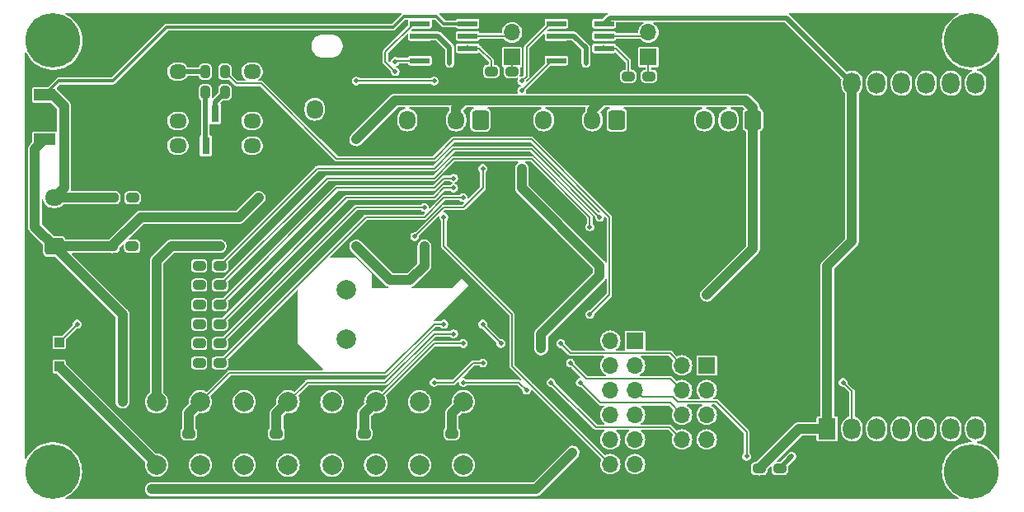
<source format=gbl>
G04 #@! TF.GenerationSoftware,KiCad,Pcbnew,7.0.9*
G04 #@! TF.CreationDate,2024-07-10T10:25:31+09:00*
G04 #@! TF.ProjectId,ODAmain,4f44416d-6169-46e2-9e6b-696361645f70,rev?*
G04 #@! TF.SameCoordinates,Original*
G04 #@! TF.FileFunction,Copper,L2,Bot*
G04 #@! TF.FilePolarity,Positive*
%FSLAX46Y46*%
G04 Gerber Fmt 4.6, Leading zero omitted, Abs format (unit mm)*
G04 Created by KiCad (PCBNEW 7.0.9) date 2024-07-10 10:25:31*
%MOMM*%
%LPD*%
G01*
G04 APERTURE LIST*
G04 Aperture macros list*
%AMRoundRect*
0 Rectangle with rounded corners*
0 $1 Rounding radius*
0 $2 $3 $4 $5 $6 $7 $8 $9 X,Y pos of 4 corners*
0 Add a 4 corners polygon primitive as box body*
4,1,4,$2,$3,$4,$5,$6,$7,$8,$9,$2,$3,0*
0 Add four circle primitives for the rounded corners*
1,1,$1+$1,$2,$3*
1,1,$1+$1,$4,$5*
1,1,$1+$1,$6,$7*
1,1,$1+$1,$8,$9*
0 Add four rect primitives between the rounded corners*
20,1,$1+$1,$2,$3,$4,$5,0*
20,1,$1+$1,$4,$5,$6,$7,0*
20,1,$1+$1,$6,$7,$8,$9,0*
20,1,$1+$1,$8,$9,$2,$3,0*%
G04 Aperture macros list end*
G04 #@! TA.AperFunction,ComponentPad*
%ADD10C,2.000000*%
G04 #@! TD*
G04 #@! TA.AperFunction,ComponentPad*
%ADD11R,1.700000X1.700000*%
G04 #@! TD*
G04 #@! TA.AperFunction,ComponentPad*
%ADD12O,1.700000X1.700000*%
G04 #@! TD*
G04 #@! TA.AperFunction,ComponentPad*
%ADD13RoundRect,0.250000X0.725000X-0.600000X0.725000X0.600000X-0.725000X0.600000X-0.725000X-0.600000X0*%
G04 #@! TD*
G04 #@! TA.AperFunction,ComponentPad*
%ADD14O,1.950000X1.700000*%
G04 #@! TD*
G04 #@! TA.AperFunction,ComponentPad*
%ADD15C,1.000000*%
G04 #@! TD*
G04 #@! TA.AperFunction,ComponentPad*
%ADD16C,5.600000*%
G04 #@! TD*
G04 #@! TA.AperFunction,ComponentPad*
%ADD17RoundRect,0.250000X0.600000X0.725000X-0.600000X0.725000X-0.600000X-0.725000X0.600000X-0.725000X0*%
G04 #@! TD*
G04 #@! TA.AperFunction,ComponentPad*
%ADD18O,1.700000X1.950000*%
G04 #@! TD*
G04 #@! TA.AperFunction,ComponentPad*
%ADD19O,1.800000X1.524000*%
G04 #@! TD*
G04 #@! TA.AperFunction,ComponentPad*
%ADD20R,1.800000X2.200000*%
G04 #@! TD*
G04 #@! TA.AperFunction,ComponentPad*
%ADD21O,1.800000X2.200000*%
G04 #@! TD*
G04 #@! TA.AperFunction,ComponentPad*
%ADD22C,1.998980*%
G04 #@! TD*
G04 #@! TA.AperFunction,SMDPad,CuDef*
%ADD23R,0.800000X1.800000*%
G04 #@! TD*
G04 #@! TA.AperFunction,SMDPad,CuDef*
%ADD24RoundRect,0.237500X0.400000X0.237500X-0.400000X0.237500X-0.400000X-0.237500X0.400000X-0.237500X0*%
G04 #@! TD*
G04 #@! TA.AperFunction,SMDPad,CuDef*
%ADD25RoundRect,0.237500X-0.400000X-0.237500X0.400000X-0.237500X0.400000X0.237500X-0.400000X0.237500X0*%
G04 #@! TD*
G04 #@! TA.AperFunction,SMDPad,CuDef*
%ADD26R,1.000000X1.000000*%
G04 #@! TD*
G04 #@! TA.AperFunction,SMDPad,CuDef*
%ADD27R,2.000000X0.600000*%
G04 #@! TD*
G04 #@! TA.AperFunction,SMDPad,CuDef*
%ADD28RoundRect,0.237500X0.237500X-0.400000X0.237500X0.400000X-0.237500X0.400000X-0.237500X-0.400000X0*%
G04 #@! TD*
G04 #@! TA.AperFunction,SMDPad,CuDef*
%ADD29RoundRect,0.237500X-0.237500X0.400000X-0.237500X-0.400000X0.237500X-0.400000X0.237500X0.400000X0*%
G04 #@! TD*
G04 #@! TA.AperFunction,SMDPad,CuDef*
%ADD30R,2.200000X1.200000*%
G04 #@! TD*
G04 #@! TA.AperFunction,SMDPad,CuDef*
%ADD31R,6.400000X5.800000*%
G04 #@! TD*
G04 #@! TA.AperFunction,ViaPad*
%ADD32C,0.600000*%
G04 #@! TD*
G04 #@! TA.AperFunction,ViaPad*
%ADD33C,0.500000*%
G04 #@! TD*
G04 #@! TA.AperFunction,Conductor*
%ADD34C,1.000000*%
G04 #@! TD*
G04 #@! TA.AperFunction,Conductor*
%ADD35C,0.500000*%
G04 #@! TD*
G04 #@! TA.AperFunction,Conductor*
%ADD36C,0.300000*%
G04 #@! TD*
G04 #@! TA.AperFunction,Conductor*
%ADD37C,0.150000*%
G04 #@! TD*
G04 APERTURE END LIST*
D10*
X141500000Y-129500000D03*
X141500000Y-123000000D03*
X146000000Y-129500000D03*
X146000000Y-123000000D03*
D11*
X180000000Y-119254000D03*
D12*
X177460000Y-119254000D03*
X180000000Y-121794000D03*
X177460000Y-121794000D03*
X180000000Y-124334000D03*
X177460000Y-124334000D03*
X180000000Y-126874000D03*
X177460000Y-126874000D03*
X180000000Y-129414000D03*
X177460000Y-129414000D03*
D10*
X132500000Y-129500000D03*
X132500000Y-123000000D03*
X137000000Y-129500000D03*
X137000000Y-123000000D03*
D13*
X113000000Y-107000000D03*
D14*
X113000000Y-104500000D03*
X113000000Y-102000000D03*
D10*
X123500000Y-129500000D03*
X123500000Y-123000000D03*
X128000000Y-129500000D03*
X128000000Y-123000000D03*
D15*
X204950000Y-130150000D03*
X205594370Y-128594370D03*
X205594370Y-131705630D03*
X207150000Y-127950000D03*
D16*
X207150000Y-130150000D03*
D15*
X207150000Y-132350000D03*
X208705630Y-128594370D03*
X208705630Y-131705630D03*
X209350000Y-130150000D03*
X110680000Y-85850000D03*
X111324370Y-84294370D03*
X111324370Y-87405630D03*
X112880000Y-83650000D03*
D16*
X112880000Y-85850000D03*
D15*
X112880000Y-88050000D03*
X114435630Y-84294370D03*
X114435630Y-87405630D03*
X115080000Y-85850000D03*
D17*
X170750000Y-94000000D03*
D18*
X168250000Y-94000000D03*
X165750000Y-94000000D03*
X163250000Y-94000000D03*
D19*
X125690000Y-89030000D03*
X125690000Y-91570000D03*
X125690000Y-94110000D03*
X125690000Y-96650000D03*
X133310000Y-96650000D03*
X133310000Y-94110000D03*
X133310000Y-91570000D03*
X133310000Y-89030000D03*
D20*
X192380000Y-125780000D03*
D21*
X194920000Y-125780000D03*
X197460000Y-125780000D03*
X200000000Y-125780000D03*
X202540000Y-125780000D03*
X205080000Y-125780000D03*
X207620000Y-125780000D03*
X207620000Y-90220000D03*
X205080000Y-90220000D03*
X202540000Y-90220000D03*
X200000000Y-90220000D03*
X197460000Y-90220000D03*
X194920000Y-90220000D03*
X192380000Y-90220000D03*
D11*
X172634000Y-116714000D03*
D12*
X170094000Y-116714000D03*
X172634000Y-119254000D03*
X170094000Y-119254000D03*
X172634000Y-121794000D03*
X170094000Y-121794000D03*
X172634000Y-124334000D03*
X170094000Y-124334000D03*
X172634000Y-126874000D03*
X170094000Y-126874000D03*
X172634000Y-129414000D03*
X170094000Y-129414000D03*
D17*
X156750000Y-94000000D03*
D18*
X154250000Y-94000000D03*
X151750000Y-94000000D03*
X149250000Y-94000000D03*
D11*
X160000000Y-87540000D03*
D12*
X160000000Y-85000000D03*
D15*
X110650000Y-130150000D03*
X111294370Y-128594370D03*
X111294370Y-131705630D03*
X112850000Y-127950000D03*
D16*
X112850000Y-130150000D03*
D15*
X112850000Y-132350000D03*
X114405630Y-128594370D03*
X114405630Y-131705630D03*
X115050000Y-130150000D03*
D10*
X150500000Y-129500000D03*
X150500000Y-123000000D03*
X155000000Y-129500000D03*
X155000000Y-123000000D03*
D15*
X204950000Y-85850000D03*
X205594370Y-84294370D03*
X205594370Y-87405630D03*
X207150000Y-83650000D03*
D16*
X207150000Y-85850000D03*
D15*
X207150000Y-88050000D03*
X208705630Y-84294370D03*
X208705630Y-87405630D03*
X209350000Y-85850000D03*
D22*
X143000000Y-116540000D03*
X143000000Y-111460000D03*
D11*
X174000000Y-87540000D03*
D12*
X174000000Y-85000000D03*
D17*
X184750000Y-94000000D03*
D18*
X182250000Y-94000000D03*
X179750000Y-94000000D03*
X177250000Y-94000000D03*
X139750000Y-92900000D03*
D17*
X142250000Y-92900000D03*
D23*
X130450000Y-96650000D03*
X128550000Y-96650000D03*
X129500000Y-93350000D03*
D24*
X130000000Y-117000000D03*
X127875000Y-117000000D03*
X126812500Y-126250000D03*
X124687500Y-126250000D03*
D25*
X118912500Y-102000000D03*
X121037500Y-102000000D03*
D24*
X130000000Y-113000000D03*
X127875000Y-113000000D03*
D25*
X171937500Y-89500000D03*
X174062500Y-89500000D03*
D24*
X130000000Y-111000000D03*
X127875000Y-111000000D03*
X144812500Y-126250000D03*
X142687500Y-126250000D03*
X130000000Y-115000000D03*
X127875000Y-115000000D03*
X135812500Y-126250000D03*
X133687500Y-126250000D03*
X130000000Y-109000000D03*
X127875000Y-109000000D03*
D26*
X113500000Y-119375000D03*
X113500000Y-116875000D03*
D27*
X150550000Y-87905000D03*
X150550000Y-86635000D03*
X150550000Y-85365000D03*
X150550000Y-84095000D03*
X155450000Y-84095000D03*
X155450000Y-85365000D03*
X155450000Y-86635000D03*
X155450000Y-87905000D03*
D28*
X128500000Y-91155000D03*
X128500000Y-89030000D03*
D24*
X153812500Y-126250000D03*
X151687500Y-126250000D03*
D25*
X118875000Y-107000000D03*
X121000000Y-107000000D03*
D24*
X130000000Y-119000000D03*
X127875000Y-119000000D03*
D27*
X164550000Y-87905000D03*
X164550000Y-86635000D03*
X164550000Y-85365000D03*
X164550000Y-84095000D03*
X169450000Y-84095000D03*
X169450000Y-85365000D03*
X169450000Y-86635000D03*
X169450000Y-87905000D03*
D25*
X185375000Y-129862500D03*
X187500000Y-129862500D03*
D29*
X130500000Y-89030000D03*
X130500000Y-91155000D03*
D25*
X157875000Y-89000000D03*
X160000000Y-89000000D03*
D30*
X112000000Y-96000000D03*
X112000000Y-93720000D03*
D31*
X118300000Y-93720000D03*
D30*
X112000000Y-91440000D03*
D32*
X166214000Y-128214000D03*
X144000000Y-96000000D03*
X134000000Y-102000000D03*
X112000000Y-96000000D03*
D33*
X167600000Y-88200000D03*
D32*
X120000000Y-123000000D03*
X123000000Y-132000000D03*
D33*
X153600000Y-88200000D03*
D32*
X180000000Y-112000000D03*
D33*
X163830000Y-107950000D03*
X119380000Y-132080000D03*
X203200000Y-132080000D03*
X208280000Y-93980000D03*
X182880000Y-101600000D03*
X147320000Y-127000000D03*
X198120000Y-93980000D03*
X144780000Y-88900000D03*
X124460000Y-86360000D03*
X205740000Y-114300000D03*
X157480000Y-109220000D03*
X116840000Y-127000000D03*
X137160000Y-83820000D03*
X172720000Y-109220000D03*
X142240000Y-83820000D03*
X187960000Y-93980000D03*
X205740000Y-119380000D03*
X208280000Y-101600000D03*
X187960000Y-88900000D03*
X182880000Y-121920000D03*
X200660000Y-104140000D03*
X198120000Y-101600000D03*
X172720000Y-104140000D03*
X157480000Y-106680000D03*
X208280000Y-96520000D03*
X198120000Y-121920000D03*
X208280000Y-114300000D03*
X203200000Y-99060000D03*
X144780000Y-86360000D03*
X180340000Y-104140000D03*
X203200000Y-119380000D03*
X205740000Y-111760000D03*
X139700000Y-83820000D03*
X161290000Y-105410000D03*
X190500000Y-106680000D03*
X193040000Y-101600000D03*
X121920000Y-114300000D03*
X121920000Y-83820000D03*
X190500000Y-104140000D03*
D32*
X190500000Y-91440000D03*
D33*
X187960000Y-109220000D03*
X124460000Y-119380000D03*
X195580000Y-119380000D03*
D32*
X190500000Y-88900000D03*
D33*
X203200000Y-121920000D03*
X198120000Y-104140000D03*
X187960000Y-106680000D03*
D32*
X161000000Y-117000000D03*
D33*
X137160000Y-93980000D03*
D32*
X139700000Y-88900000D03*
D33*
X152400000Y-119380000D03*
X208280000Y-99060000D03*
X200660000Y-111760000D03*
X185420000Y-121920000D03*
X144780000Y-83820000D03*
X162560000Y-124460000D03*
X139700000Y-119380000D03*
X198120000Y-114300000D03*
X121920000Y-99060000D03*
X203200000Y-109220000D03*
X198120000Y-109220000D03*
X182880000Y-114300000D03*
X137160000Y-119380000D03*
X132080000Y-83820000D03*
D32*
X187960000Y-86360000D03*
X177800000Y-111760000D03*
D33*
X121920000Y-119380000D03*
X162560000Y-109220000D03*
X198120000Y-119380000D03*
X193040000Y-104140000D03*
X190500000Y-114300000D03*
D32*
X119380000Y-86360000D03*
D33*
X177800000Y-109220000D03*
X203200000Y-106680000D03*
X198120000Y-111760000D03*
X205740000Y-106680000D03*
X190500000Y-101600000D03*
X162560000Y-127000000D03*
X198120000Y-99060000D03*
X175260000Y-111760000D03*
X200660000Y-106680000D03*
X195580000Y-116840000D03*
X208280000Y-116840000D03*
X137160000Y-86360000D03*
X187960000Y-111760000D03*
X161290000Y-110490000D03*
X200660000Y-114300000D03*
X127000000Y-83820000D03*
X182880000Y-104140000D03*
X203200000Y-114300000D03*
X129540000Y-127000000D03*
X205740000Y-93980000D03*
X203200000Y-116840000D03*
X205740000Y-116840000D03*
X116840000Y-124460000D03*
X182880000Y-116840000D03*
D32*
X180340000Y-114300000D03*
D33*
X165100000Y-127000000D03*
X157480000Y-127000000D03*
X205740000Y-109220000D03*
X200660000Y-96520000D03*
X187960000Y-104140000D03*
X175260000Y-114300000D03*
X160020000Y-109220000D03*
X119380000Y-111760000D03*
X200660000Y-93980000D03*
X116840000Y-129540000D03*
X156210000Y-107950000D03*
X200660000Y-101600000D03*
X175260000Y-109220000D03*
X208280000Y-121920000D03*
X158750000Y-110490000D03*
X185420000Y-116840000D03*
X121920000Y-116840000D03*
X116840000Y-83820000D03*
D32*
X116840000Y-86360000D03*
D33*
X111760000Y-124460000D03*
D32*
X180340000Y-116840000D03*
D33*
X203200000Y-104140000D03*
X187960000Y-124460000D03*
X200660000Y-132080000D03*
X193040000Y-99060000D03*
X132080000Y-86360000D03*
X185420000Y-119380000D03*
D32*
X149000000Y-109000000D03*
D33*
X203200000Y-93980000D03*
X119380000Y-83820000D03*
X195580000Y-109220000D03*
X205740000Y-99060000D03*
D32*
X116840000Y-104140000D03*
D33*
X190500000Y-111760000D03*
X134620000Y-116840000D03*
X157480000Y-121920000D03*
X208280000Y-119380000D03*
X195580000Y-114300000D03*
X187960000Y-121920000D03*
X134620000Y-99060000D03*
X198120000Y-129540000D03*
X116840000Y-132080000D03*
D32*
X119380000Y-104140000D03*
D33*
X129540000Y-86360000D03*
X124460000Y-111760000D03*
X182880000Y-106680000D03*
D32*
X149000000Y-107000000D03*
D33*
X193040000Y-132080000D03*
X157480000Y-124460000D03*
X177800000Y-101600000D03*
X172720000Y-106680000D03*
X182880000Y-99060000D03*
X187960000Y-96520000D03*
X134620000Y-86360000D03*
X119380000Y-109220000D03*
X114300000Y-124460000D03*
X200660000Y-99060000D03*
X119380000Y-99060000D03*
X127000000Y-86360000D03*
X134620000Y-83820000D03*
X160020000Y-104140000D03*
X175260000Y-106680000D03*
X200660000Y-121920000D03*
X121920000Y-109220000D03*
X187960000Y-91440000D03*
X205740000Y-104140000D03*
X193040000Y-106680000D03*
D32*
X142240000Y-88900000D03*
D33*
X205740000Y-121920000D03*
X162560000Y-129540000D03*
X200660000Y-129540000D03*
X190500000Y-109220000D03*
X139700000Y-91440000D03*
X205740000Y-101600000D03*
X162560000Y-106680000D03*
X195580000Y-129540000D03*
X190500000Y-93980000D03*
X139700000Y-127000000D03*
D32*
X177800000Y-116840000D03*
D33*
X208280000Y-111760000D03*
X200660000Y-119380000D03*
X124460000Y-83820000D03*
X193040000Y-129540000D03*
D32*
X165735000Y-98425000D03*
D33*
X185420000Y-124460000D03*
X161290000Y-107950000D03*
X198120000Y-96520000D03*
D32*
X149860000Y-96520000D03*
D33*
X203200000Y-101600000D03*
X200660000Y-116840000D03*
X205740000Y-96520000D03*
X190500000Y-121920000D03*
X134620000Y-119380000D03*
D32*
X152400000Y-87800000D03*
D33*
X158750000Y-105410000D03*
X203200000Y-129540000D03*
X160020000Y-111760000D03*
X187960000Y-119380000D03*
X182880000Y-119380000D03*
X137160000Y-88900000D03*
X137160000Y-91440000D03*
D32*
X163000000Y-120000000D03*
D33*
X158750000Y-107950000D03*
X203200000Y-96520000D03*
X195580000Y-132080000D03*
X195580000Y-111760000D03*
X198120000Y-106680000D03*
X180340000Y-101600000D03*
X203200000Y-111760000D03*
X200660000Y-109220000D03*
X198120000Y-132080000D03*
X198120000Y-116840000D03*
X208280000Y-104140000D03*
X124460000Y-114300000D03*
X160020000Y-106680000D03*
X147320000Y-83820000D03*
X180340000Y-99060000D03*
X185420000Y-109220000D03*
X124460000Y-116840000D03*
X124460000Y-99060000D03*
X129540000Y-83820000D03*
D32*
X123500000Y-108500000D03*
X163000000Y-117500000D03*
X112000000Y-91440000D03*
D33*
X151000000Y-109000000D03*
X157000000Y-115000000D03*
D32*
X144000000Y-107000000D03*
X130000000Y-107000000D03*
D33*
X151000000Y-107000000D03*
X169000000Y-109000000D03*
X161000000Y-99000000D03*
X158862500Y-117000000D03*
X188737500Y-128612500D03*
X161500000Y-121794000D03*
X155000000Y-121000000D03*
X184100000Y-128612500D03*
X127937500Y-119000000D03*
X127937500Y-117000000D03*
X127937500Y-115000000D03*
X127937500Y-113000000D03*
X127937500Y-111000000D03*
X127937500Y-109000000D03*
X120937500Y-107000000D03*
X120975000Y-102000000D03*
X153000000Y-104000000D03*
X165000000Y-117000000D03*
X166000000Y-119000000D03*
X167000000Y-121000000D03*
X164000000Y-121000000D03*
X169400000Y-85400000D03*
X155400000Y-85400000D03*
X144000000Y-90000000D03*
X152000000Y-90000000D03*
X169400000Y-86600000D03*
X155400000Y-86600000D03*
X128500000Y-96650000D03*
X155000000Y-102000000D03*
X151000000Y-103000000D03*
X154000000Y-101000000D03*
X154000000Y-100000000D03*
X168000000Y-105000000D03*
X169000000Y-104000000D03*
X168000000Y-114000000D03*
X153000000Y-115000000D03*
X154000000Y-116000000D03*
X155000000Y-117000000D03*
X161000000Y-91000000D03*
X161000000Y-90000000D03*
X148000000Y-88000000D03*
X148000000Y-89000000D03*
X115350000Y-115000000D03*
X150000000Y-106000000D03*
X157000000Y-99000000D03*
X157000000Y-119000000D03*
X152000000Y-121000000D03*
X194000000Y-121000000D03*
D34*
X120000000Y-123000000D02*
X120000000Y-114000000D01*
D35*
X164550000Y-85365000D02*
X166365000Y-85365000D01*
D34*
X132000000Y-104000000D02*
X121875000Y-104000000D01*
X111000000Y-97000000D02*
X111000000Y-105000000D01*
X111000000Y-105000000D02*
X113000000Y-107000000D01*
X162428000Y-132000000D02*
X166214000Y-128214000D01*
X184750000Y-94000000D02*
X184750000Y-92750000D01*
X120000000Y-114000000D02*
X113000000Y-107000000D01*
X123000000Y-132000000D02*
X162428000Y-132000000D01*
D35*
X167600000Y-86600000D02*
X167600000Y-88200000D01*
D34*
X112000000Y-96000000D02*
X111000000Y-97000000D01*
X155000000Y-92000000D02*
X169250000Y-92000000D01*
D35*
X166365000Y-85365000D02*
X167600000Y-86600000D01*
D34*
X155000000Y-92000000D02*
X148000000Y-92000000D01*
X169250000Y-92000000D02*
X168250000Y-93000000D01*
D35*
X150550000Y-85365000D02*
X152415000Y-85365000D01*
X152415000Y-85365000D02*
X153600000Y-86550000D01*
D34*
X184750000Y-92750000D02*
X184000000Y-92000000D01*
X184750000Y-107250000D02*
X184750000Y-94000000D01*
X154250000Y-94000000D02*
X154250000Y-92750000D01*
X113000000Y-107000000D02*
X118875000Y-107000000D01*
X134000000Y-102000000D02*
X132000000Y-104000000D01*
X168250000Y-93000000D02*
X168250000Y-94000000D01*
X148000000Y-92000000D02*
X144000000Y-96000000D01*
X154250000Y-92750000D02*
X155000000Y-92000000D01*
D35*
X153600000Y-86550000D02*
X153600000Y-88200000D01*
D34*
X184000000Y-92000000D02*
X169250000Y-92000000D01*
X180000000Y-112000000D02*
X184750000Y-107250000D01*
X121875000Y-104000000D02*
X118875000Y-107000000D01*
X149000000Y-107000000D02*
X149000000Y-109000000D01*
X194920000Y-106480000D02*
X194920000Y-90220000D01*
X149510000Y-110490000D02*
X151000000Y-109000000D01*
X113000000Y-102000000D02*
X118912500Y-102000000D01*
X125000000Y-107000000D02*
X130000000Y-107000000D01*
X161000000Y-101000000D02*
X169000000Y-109000000D01*
X192380000Y-125780000D02*
X189457500Y-125780000D01*
D36*
X112000000Y-91440000D02*
X113440000Y-90000000D01*
D37*
X157000000Y-115137500D02*
X157000000Y-115000000D01*
D34*
X112000000Y-91440000D02*
X112880000Y-91440000D01*
D36*
X124545000Y-84455000D02*
X147795000Y-84455000D01*
D34*
X169000000Y-110000000D02*
X169000000Y-109000000D01*
X189457500Y-125780000D02*
X185375000Y-129862500D01*
X163000000Y-116000000D02*
X169000000Y-110000000D01*
X123500000Y-123000000D02*
X123500000Y-108500000D01*
D36*
X147795000Y-84455000D02*
X148900000Y-83350000D01*
D35*
X188200000Y-83500000D02*
X194920000Y-90220000D01*
X125690000Y-89030000D02*
X128500000Y-89030000D01*
D34*
X163000000Y-117500000D02*
X163000000Y-116000000D01*
X151000000Y-107000000D02*
X151000000Y-109000000D01*
X161000000Y-99000000D02*
X161000000Y-101000000D01*
X114000000Y-101000000D02*
X113000000Y-102000000D01*
D35*
X169450000Y-84095000D02*
X170045000Y-83500000D01*
D36*
X152250000Y-83350000D02*
X152995000Y-84095000D01*
X148900000Y-83350000D02*
X152250000Y-83350000D01*
X119000000Y-90000000D02*
X124545000Y-84455000D01*
D34*
X144000000Y-107000000D02*
X147490000Y-110490000D01*
X192380000Y-109020000D02*
X194920000Y-106480000D01*
D35*
X170045000Y-83500000D02*
X188200000Y-83500000D01*
D37*
X158862500Y-117000000D02*
X157000000Y-115137500D01*
D34*
X113500000Y-119375000D02*
X123500000Y-129375000D01*
X114000000Y-92560000D02*
X114000000Y-101000000D01*
X147490000Y-110490000D02*
X149510000Y-110490000D01*
X123500000Y-129375000D02*
X123500000Y-129500000D01*
X112880000Y-91440000D02*
X114000000Y-92560000D01*
D36*
X152995000Y-84095000D02*
X155450000Y-84095000D01*
D34*
X123500000Y-108500000D02*
X125000000Y-107000000D01*
X192380000Y-125780000D02*
X192380000Y-109020000D01*
D36*
X113440000Y-90000000D02*
X119000000Y-90000000D01*
D37*
X184100000Y-126100000D02*
X184100000Y-128612500D01*
X177000000Y-123000000D02*
X181000000Y-123000000D01*
X173340000Y-122500000D02*
X176500000Y-122500000D01*
X160706000Y-121000000D02*
X155000000Y-121000000D01*
D35*
X187500000Y-129850000D02*
X188737500Y-128612500D01*
D37*
X161500000Y-121794000D02*
X160706000Y-121000000D01*
X181000000Y-123000000D02*
X184100000Y-126100000D01*
X176500000Y-122500000D02*
X177000000Y-123000000D01*
D35*
X187500000Y-129862500D02*
X187500000Y-129850000D01*
D37*
X172634000Y-121794000D02*
X173340000Y-122500000D01*
X153000000Y-107000000D02*
X160000000Y-114000000D01*
X153000000Y-104000000D02*
X153000000Y-107000000D01*
X160000000Y-119320000D02*
X170094000Y-129414000D01*
X160000000Y-114000000D02*
X160000000Y-119320000D01*
X176306000Y-118100000D02*
X177460000Y-119254000D01*
X165000000Y-117000000D02*
X166000000Y-118000000D01*
X166000000Y-118000000D02*
X176306000Y-118000000D01*
X176266000Y-120600000D02*
X177460000Y-121794000D01*
X166000000Y-119000000D02*
X167600000Y-120600000D01*
X167600000Y-120600000D02*
X176266000Y-120600000D01*
X169100000Y-123100000D02*
X176226000Y-123100000D01*
X167000000Y-121000000D02*
X169100000Y-123100000D01*
X176226000Y-123100000D02*
X177460000Y-124334000D01*
X176186000Y-125600000D02*
X177460000Y-126874000D01*
X164000000Y-121000000D02*
X168600000Y-125600000D01*
X168600000Y-125600000D02*
X176186000Y-125600000D01*
X174000000Y-89000000D02*
X174000000Y-87540000D01*
X169450000Y-85365000D02*
X173635000Y-85365000D01*
X173635000Y-85365000D02*
X174000000Y-85000000D01*
X160000000Y-89000000D02*
X160000000Y-87540000D01*
X159635000Y-85365000D02*
X160000000Y-85000000D01*
X155450000Y-85365000D02*
X159635000Y-85365000D01*
X144000000Y-90000000D02*
X152000000Y-90000000D01*
X171937500Y-87937500D02*
X171937500Y-89062500D01*
X170635000Y-86635000D02*
X171937500Y-87937500D01*
X169450000Y-86635000D02*
X170635000Y-86635000D01*
X171937500Y-89062500D02*
X171875000Y-89000000D01*
X156635000Y-86635000D02*
X157875000Y-87875000D01*
X155450000Y-86635000D02*
X156635000Y-86635000D01*
X157875000Y-87875000D02*
X157875000Y-89000000D01*
D35*
X128500000Y-96600000D02*
X128550000Y-96650000D01*
X128500000Y-91155000D02*
X128500000Y-96600000D01*
X129500000Y-92155000D02*
X130500000Y-91155000D01*
X129500000Y-93350000D02*
X129500000Y-92155000D01*
D37*
X153000000Y-102000000D02*
X151000000Y-104000000D01*
X145000000Y-104000000D02*
X130000000Y-119000000D01*
X155000000Y-102000000D02*
X153000000Y-102000000D01*
X151000000Y-104000000D02*
X145000000Y-104000000D01*
X144000000Y-103000000D02*
X130000000Y-117000000D01*
X151000000Y-103000000D02*
X144000000Y-103000000D01*
X153000000Y-101000000D02*
X152000000Y-102000000D01*
X152000000Y-102000000D02*
X143000000Y-102000000D01*
X154000000Y-101000000D02*
X153000000Y-101000000D01*
X143000000Y-102000000D02*
X130000000Y-115000000D01*
X152000000Y-101000000D02*
X142000000Y-101000000D01*
X142000000Y-101000000D02*
X130000000Y-113000000D01*
X153000000Y-100000000D02*
X152000000Y-101000000D01*
X154000000Y-100000000D02*
X153000000Y-100000000D01*
X162000000Y-98000000D02*
X168000000Y-104000000D01*
X152000000Y-100000000D02*
X154000000Y-98000000D01*
X141000000Y-100000000D02*
X152000000Y-100000000D01*
X168000000Y-104000000D02*
X168000000Y-105000000D01*
X154000000Y-98000000D02*
X162000000Y-98000000D01*
X130000000Y-111000000D02*
X141000000Y-100000000D01*
X154000000Y-97000000D02*
X162000000Y-97000000D01*
X140000000Y-99000000D02*
X152000000Y-99000000D01*
X152000000Y-99000000D02*
X154000000Y-97000000D01*
X162000000Y-97000000D02*
X169000000Y-104000000D01*
X130000000Y-109000000D02*
X140000000Y-99000000D01*
X131720000Y-90250000D02*
X134250000Y-90250000D01*
X130500000Y-89030000D02*
X131720000Y-90250000D01*
X170000000Y-104000000D02*
X170000000Y-112000000D01*
X142000000Y-98000000D02*
X152000000Y-98000000D01*
X154000000Y-96000000D02*
X162000000Y-96000000D01*
X134250000Y-90250000D02*
X142000000Y-98000000D01*
X162000000Y-96000000D02*
X170000000Y-104000000D01*
X152000000Y-98000000D02*
X154000000Y-96000000D01*
X170000000Y-112000000D02*
X168000000Y-114000000D01*
X152000000Y-115000000D02*
X147000000Y-120000000D01*
D34*
X126812500Y-124187500D02*
X126812500Y-126250000D01*
D37*
X131000000Y-120000000D02*
X128000000Y-123000000D01*
X153000000Y-115000000D02*
X152000000Y-115000000D01*
X147000000Y-120000000D02*
X131000000Y-120000000D01*
D34*
X128000000Y-123000000D02*
X126812500Y-124187500D01*
X137000000Y-123000000D02*
X135812500Y-124187500D01*
D37*
X139000000Y-121000000D02*
X137000000Y-123000000D01*
X152000000Y-116000000D02*
X147000000Y-121000000D01*
X154000000Y-116000000D02*
X152000000Y-116000000D01*
D34*
X135812500Y-124187500D02*
X135812500Y-126250000D01*
D37*
X147000000Y-121000000D02*
X139000000Y-121000000D01*
X155000000Y-117000000D02*
X152000000Y-117000000D01*
D34*
X146000000Y-123000000D02*
X144812500Y-124187500D01*
X144812500Y-124187500D02*
X144812500Y-126250000D01*
D37*
X152000000Y-117000000D02*
X146000000Y-123000000D01*
D34*
X155000000Y-123000000D02*
X153812500Y-124187500D01*
X153812500Y-124187500D02*
X153812500Y-126250000D01*
D37*
X161000000Y-91000000D02*
X164095000Y-87905000D01*
X164095000Y-87905000D02*
X164550000Y-87905000D01*
X161500000Y-89500000D02*
X161500000Y-86500000D01*
X161000000Y-90000000D02*
X161500000Y-89500000D01*
X163905000Y-84095000D02*
X164550000Y-84095000D01*
X161500000Y-86500000D02*
X163905000Y-84095000D01*
X148095000Y-87905000D02*
X150550000Y-87905000D01*
X148000000Y-88000000D02*
X148095000Y-87905000D01*
X149905000Y-84095000D02*
X150550000Y-84095000D01*
X147000000Y-87000000D02*
X149905000Y-84095000D01*
X148000000Y-89000000D02*
X147000000Y-88000000D01*
X147000000Y-88000000D02*
X147000000Y-87000000D01*
X115350000Y-115025000D02*
X113500000Y-116875000D01*
X115350000Y-115000000D02*
X115350000Y-115025000D01*
X155000000Y-103000000D02*
X157000000Y-101000000D01*
X150000000Y-106000000D02*
X153000000Y-103000000D01*
X157000000Y-101000000D02*
X157000000Y-99000000D01*
X153000000Y-103000000D02*
X155000000Y-103000000D01*
X156000000Y-119000000D02*
X157000000Y-119000000D01*
X154000000Y-121000000D02*
X156000000Y-119000000D01*
X152000000Y-121000000D02*
X154000000Y-121000000D01*
X194000000Y-121000000D02*
X194920000Y-121920000D01*
X194920000Y-121920000D02*
X194920000Y-125780000D01*
G04 #@! TA.AperFunction,Conductor*
G36*
X148622731Y-83017813D02*
G01*
X148648041Y-83061650D01*
X148639251Y-83111500D01*
X148627491Y-83126826D01*
X147671492Y-84082826D01*
X147625616Y-84104218D01*
X147619166Y-84104500D01*
X124589021Y-84104500D01*
X124573836Y-84102925D01*
X124559685Y-84099958D01*
X124525524Y-84104216D01*
X124520946Y-84104500D01*
X124515952Y-84104500D01*
X124494449Y-84108088D01*
X124443606Y-84114426D01*
X124437729Y-84116176D01*
X124437628Y-84115837D01*
X124435300Y-84116583D01*
X124435415Y-84116918D01*
X124429619Y-84118907D01*
X124384554Y-84143295D01*
X124338516Y-84165801D01*
X124333529Y-84169362D01*
X124333324Y-84169075D01*
X124331365Y-84170535D01*
X124331582Y-84170814D01*
X124326742Y-84174581D01*
X124292042Y-84212275D01*
X118876492Y-89627826D01*
X118830616Y-89649218D01*
X118824166Y-89649500D01*
X113484026Y-89649500D01*
X113468841Y-89647925D01*
X113454686Y-89644957D01*
X113420519Y-89649216D01*
X113415940Y-89649500D01*
X113410949Y-89649500D01*
X113391248Y-89652789D01*
X113389456Y-89653088D01*
X113376744Y-89654672D01*
X113338605Y-89659427D01*
X113332729Y-89661177D01*
X113332627Y-89660836D01*
X113330299Y-89661581D01*
X113330415Y-89661919D01*
X113324620Y-89663907D01*
X113324619Y-89663908D01*
X113324617Y-89663908D01*
X113324614Y-89663910D01*
X113279556Y-89688294D01*
X113233519Y-89710798D01*
X113228530Y-89714361D01*
X113228325Y-89714074D01*
X113226365Y-89715535D01*
X113226582Y-89715814D01*
X113221742Y-89719581D01*
X113187042Y-89757275D01*
X112326492Y-90617826D01*
X112280616Y-90639218D01*
X112274166Y-90639500D01*
X110880252Y-90639500D01*
X110851010Y-90645316D01*
X110821767Y-90651133D01*
X110755449Y-90695447D01*
X110755447Y-90695449D01*
X110711133Y-90761767D01*
X110711133Y-90761769D01*
X110699500Y-90820252D01*
X110699500Y-92059748D01*
X110707255Y-92098736D01*
X110711133Y-92118232D01*
X110728171Y-92143730D01*
X110755448Y-92184552D01*
X110787562Y-92206010D01*
X110821767Y-92228866D01*
X110821768Y-92228866D01*
X110821769Y-92228867D01*
X110880252Y-92240500D01*
X112659191Y-92240500D01*
X112706757Y-92257813D01*
X112711517Y-92262174D01*
X113277826Y-92828483D01*
X113299218Y-92874359D01*
X113299500Y-92880809D01*
X113299500Y-95153717D01*
X113282187Y-95201283D01*
X113238350Y-95226593D01*
X113188500Y-95217803D01*
X113184389Y-95215247D01*
X113178231Y-95211133D01*
X113178233Y-95211133D01*
X113148989Y-95205316D01*
X113119748Y-95199500D01*
X110880252Y-95199500D01*
X110851010Y-95205316D01*
X110821767Y-95211133D01*
X110755449Y-95255447D01*
X110755447Y-95255449D01*
X110711133Y-95321767D01*
X110699500Y-95380253D01*
X110699500Y-96279190D01*
X110682187Y-96326756D01*
X110677826Y-96331516D01*
X110520423Y-96488918D01*
X110518796Y-96490450D01*
X110471815Y-96532072D01*
X110436153Y-96583735D01*
X110434829Y-96585535D01*
X110396120Y-96634946D01*
X110390095Y-96648331D01*
X110383520Y-96659988D01*
X110375182Y-96672067D01*
X110352925Y-96730755D01*
X110352069Y-96732819D01*
X110326304Y-96790068D01*
X110323656Y-96804516D01*
X110320061Y-96817411D01*
X110314860Y-96831125D01*
X110314859Y-96831130D01*
X110307295Y-96893423D01*
X110306959Y-96895631D01*
X110295642Y-96957391D01*
X110299432Y-97020052D01*
X110299500Y-97022286D01*
X110299500Y-104977712D01*
X110299432Y-104979946D01*
X110295642Y-105042605D01*
X110306959Y-105104368D01*
X110307296Y-105106578D01*
X110314859Y-105168869D01*
X110314860Y-105168874D01*
X110320061Y-105182589D01*
X110323656Y-105195484D01*
X110326304Y-105209931D01*
X110352071Y-105267184D01*
X110352927Y-105269249D01*
X110375180Y-105327927D01*
X110383517Y-105340005D01*
X110390096Y-105351669D01*
X110396121Y-105365055D01*
X110396123Y-105365058D01*
X110434840Y-105414478D01*
X110436164Y-105416277D01*
X110471817Y-105467929D01*
X110518806Y-105509558D01*
X110520424Y-105511081D01*
X111802826Y-106793483D01*
X111824218Y-106839359D01*
X111824500Y-106845809D01*
X111824500Y-107654266D01*
X111827354Y-107684699D01*
X111827354Y-107684701D01*
X111827355Y-107684704D01*
X111872206Y-107812881D01*
X111872207Y-107812883D01*
X111952846Y-107922146D01*
X111952853Y-107922153D01*
X112062116Y-108002792D01*
X112062118Y-108002793D01*
X112190295Y-108047644D01*
X112190301Y-108047646D01*
X112220734Y-108050500D01*
X113029191Y-108050500D01*
X113076757Y-108067813D01*
X113081517Y-108072174D01*
X119277826Y-114268483D01*
X119299218Y-114314359D01*
X119299500Y-114320809D01*
X119299500Y-123042379D01*
X119314859Y-123168871D01*
X119375181Y-123327929D01*
X119450227Y-123436650D01*
X119471817Y-123467929D01*
X119599148Y-123580734D01*
X119749775Y-123659790D01*
X119914944Y-123700500D01*
X119914948Y-123700500D01*
X120085052Y-123700500D01*
X120085056Y-123700500D01*
X120250225Y-123659790D01*
X120400852Y-123580734D01*
X120528183Y-123467929D01*
X120624818Y-123327930D01*
X120685140Y-123168872D01*
X120700500Y-123042372D01*
X120700500Y-123000003D01*
X122294357Y-123000003D01*
X122314883Y-123221524D01*
X122314885Y-123221537D01*
X122369862Y-123414762D01*
X122375771Y-123435528D01*
X122391905Y-123467929D01*
X122474942Y-123634690D01*
X122474944Y-123634693D01*
X122579279Y-123772854D01*
X122609019Y-123812236D01*
X122773438Y-123962124D01*
X122962599Y-124079247D01*
X123170060Y-124159618D01*
X123388757Y-124200500D01*
X123611243Y-124200500D01*
X123829940Y-124159618D01*
X124037401Y-124079247D01*
X124226562Y-123962124D01*
X124390981Y-123812236D01*
X124525058Y-123634689D01*
X124624229Y-123435528D01*
X124685115Y-123221536D01*
X124705643Y-123000000D01*
X124685115Y-122778464D01*
X124624229Y-122564472D01*
X124525058Y-122365311D01*
X124525057Y-122365310D01*
X124525057Y-122365309D01*
X124525055Y-122365306D01*
X124390982Y-122187764D01*
X124390981Y-122187763D01*
X124224647Y-122036130D01*
X124201158Y-121991290D01*
X124200500Y-121981443D01*
X124200500Y-119290256D01*
X127037000Y-119290256D01*
X127039775Y-119319849D01*
X127039775Y-119319851D01*
X127039776Y-119319854D01*
X127083382Y-119444473D01*
X127124462Y-119500135D01*
X127161789Y-119550711D01*
X127226100Y-119598174D01*
X127268026Y-119629117D01*
X127392645Y-119672723D01*
X127392651Y-119672725D01*
X127422244Y-119675500D01*
X127422251Y-119675500D01*
X128327749Y-119675500D01*
X128327756Y-119675500D01*
X128357349Y-119672725D01*
X128439297Y-119644050D01*
X128481973Y-119629117D01*
X128481973Y-119629116D01*
X128481975Y-119629116D01*
X128588211Y-119550711D01*
X128666616Y-119444475D01*
X128668652Y-119438658D01*
X128710172Y-119320000D01*
X128710225Y-119319849D01*
X128713000Y-119290256D01*
X128713000Y-118709744D01*
X128710225Y-118680151D01*
X128701785Y-118656031D01*
X128666617Y-118555526D01*
X128631238Y-118507589D01*
X128588211Y-118449289D01*
X128537635Y-118411962D01*
X128481973Y-118370882D01*
X128357354Y-118327276D01*
X128357355Y-118327276D01*
X128357350Y-118327275D01*
X128357349Y-118327275D01*
X128327756Y-118324500D01*
X127422244Y-118324500D01*
X127392651Y-118327275D01*
X127392649Y-118327275D01*
X127392645Y-118327276D01*
X127268026Y-118370882D01*
X127161790Y-118449288D01*
X127161788Y-118449290D01*
X127083382Y-118555526D01*
X127039776Y-118680145D01*
X127039775Y-118680149D01*
X127039775Y-118680151D01*
X127037000Y-118709744D01*
X127037000Y-119290256D01*
X124200500Y-119290256D01*
X124200500Y-117290256D01*
X127037000Y-117290256D01*
X127039775Y-117319849D01*
X127039775Y-117319851D01*
X127039776Y-117319854D01*
X127083382Y-117444473D01*
X127124462Y-117500135D01*
X127161789Y-117550711D01*
X127219492Y-117593297D01*
X127268026Y-117629117D01*
X127392645Y-117672723D01*
X127392651Y-117672725D01*
X127422244Y-117675500D01*
X127422251Y-117675500D01*
X128327749Y-117675500D01*
X128327756Y-117675500D01*
X128357349Y-117672725D01*
X128459856Y-117636856D01*
X128481973Y-117629117D01*
X128481973Y-117629116D01*
X128481975Y-117629116D01*
X128588211Y-117550711D01*
X128666616Y-117444475D01*
X128677279Y-117414004D01*
X128710223Y-117319854D01*
X128710222Y-117319854D01*
X128710225Y-117319849D01*
X128713000Y-117290256D01*
X128713000Y-116709744D01*
X128710225Y-116680151D01*
X128701785Y-116656031D01*
X128666617Y-116555526D01*
X128631590Y-116508066D01*
X128588211Y-116449289D01*
X128537635Y-116411962D01*
X128481973Y-116370882D01*
X128357354Y-116327276D01*
X128357355Y-116327276D01*
X128357350Y-116327275D01*
X128357349Y-116327275D01*
X128327756Y-116324500D01*
X127422244Y-116324500D01*
X127392651Y-116327275D01*
X127392649Y-116327275D01*
X127392645Y-116327276D01*
X127268026Y-116370882D01*
X127161790Y-116449288D01*
X127161788Y-116449290D01*
X127083382Y-116555526D01*
X127039776Y-116680145D01*
X127039775Y-116680149D01*
X127039775Y-116680151D01*
X127037000Y-116709744D01*
X127037000Y-117290256D01*
X124200500Y-117290256D01*
X124200500Y-115290256D01*
X127037000Y-115290256D01*
X127039775Y-115319849D01*
X127039775Y-115319851D01*
X127039776Y-115319854D01*
X127083382Y-115444473D01*
X127116184Y-115488918D01*
X127161789Y-115550711D01*
X127209598Y-115585995D01*
X127268026Y-115629117D01*
X127392645Y-115672723D01*
X127392651Y-115672725D01*
X127422244Y-115675500D01*
X127422251Y-115675500D01*
X128327749Y-115675500D01*
X128327756Y-115675500D01*
X128357349Y-115672725D01*
X128427062Y-115648331D01*
X128481973Y-115629117D01*
X128481973Y-115629116D01*
X128481975Y-115629116D01*
X128588211Y-115550711D01*
X128666616Y-115444475D01*
X128677279Y-115414004D01*
X128710223Y-115319854D01*
X128710222Y-115319854D01*
X128710225Y-115319849D01*
X128713000Y-115290256D01*
X129162000Y-115290256D01*
X129164775Y-115319849D01*
X129164775Y-115319851D01*
X129164776Y-115319854D01*
X129208382Y-115444473D01*
X129241184Y-115488918D01*
X129286789Y-115550711D01*
X129334598Y-115585995D01*
X129393026Y-115629117D01*
X129517645Y-115672723D01*
X129517651Y-115672725D01*
X129547244Y-115675500D01*
X129547251Y-115675500D01*
X130452749Y-115675500D01*
X130452756Y-115675500D01*
X130482349Y-115672725D01*
X130552062Y-115648331D01*
X130606973Y-115629117D01*
X130606973Y-115629116D01*
X130606975Y-115629116D01*
X130713211Y-115550711D01*
X130791616Y-115444475D01*
X130802279Y-115414004D01*
X130835223Y-115319854D01*
X130835222Y-115319854D01*
X130835225Y-115319849D01*
X130838000Y-115290256D01*
X130838000Y-114709744D01*
X130835225Y-114680151D01*
X130835224Y-114680148D01*
X130835224Y-114680146D01*
X130825064Y-114651114D01*
X130817983Y-114630876D01*
X130818613Y-114580263D01*
X130835502Y-114554112D01*
X143092442Y-102297174D01*
X143138318Y-102275782D01*
X143144768Y-102275500D01*
X151965580Y-102275500D01*
X151980016Y-102276921D01*
X152000000Y-102280897D01*
X152000001Y-102280897D01*
X152004622Y-102279977D01*
X152027132Y-102275500D01*
X152027133Y-102275500D01*
X152107495Y-102259515D01*
X152149465Y-102231471D01*
X152175622Y-102213994D01*
X152175622Y-102213993D01*
X152183636Y-102208639D01*
X152183638Y-102208636D01*
X152198624Y-102198624D01*
X152209944Y-102181681D01*
X152219141Y-102170474D01*
X153092442Y-101297174D01*
X153138319Y-101275782D01*
X153144768Y-101275500D01*
X153608830Y-101275500D01*
X153656396Y-101292813D01*
X153664756Y-101301041D01*
X153701947Y-101343963D01*
X153701948Y-101343964D01*
X153701951Y-101343967D01*
X153810931Y-101414004D01*
X153935228Y-101450500D01*
X154064772Y-101450500D01*
X154189069Y-101414004D01*
X154298049Y-101343967D01*
X154382882Y-101246063D01*
X154436697Y-101128226D01*
X154455133Y-101000000D01*
X154436697Y-100871774D01*
X154382882Y-100753937D01*
X154298049Y-100656033D01*
X154231032Y-100612964D01*
X154189068Y-100585995D01*
X154138006Y-100571003D01*
X154097244Y-100540991D01*
X154085310Y-100491799D01*
X154107788Y-100446444D01*
X154138006Y-100428997D01*
X154189069Y-100414004D01*
X154298049Y-100343967D01*
X154382882Y-100246063D01*
X154436697Y-100128226D01*
X154455133Y-100000000D01*
X154436697Y-99871774D01*
X154382882Y-99753937D01*
X154298049Y-99656033D01*
X154231032Y-99612964D01*
X154189068Y-99585995D01*
X154064772Y-99549500D01*
X153935228Y-99549500D01*
X153810931Y-99585995D01*
X153701954Y-99656031D01*
X153701947Y-99656036D01*
X153664756Y-99698959D01*
X153620523Y-99723570D01*
X153608830Y-99724500D01*
X153034421Y-99724500D01*
X153019985Y-99723078D01*
X153000001Y-99719103D01*
X152999999Y-99719103D01*
X152892506Y-99740483D01*
X152826307Y-99784715D01*
X152826305Y-99784718D01*
X152801376Y-99801375D01*
X152801374Y-99801377D01*
X152790053Y-99818319D01*
X152780853Y-99829529D01*
X151907558Y-100702826D01*
X151861682Y-100724218D01*
X151855232Y-100724500D01*
X142034420Y-100724500D01*
X142019984Y-100723078D01*
X142000000Y-100719103D01*
X141999999Y-100719103D01*
X141972868Y-100724500D01*
X141972867Y-100724500D01*
X141946079Y-100729828D01*
X141892503Y-100740485D01*
X141872373Y-100753937D01*
X141826305Y-100784718D01*
X141801376Y-100801375D01*
X141801374Y-100801377D01*
X141790053Y-100818319D01*
X141780853Y-100829529D01*
X130307558Y-112302826D01*
X130261682Y-112324218D01*
X130255232Y-112324500D01*
X129547244Y-112324500D01*
X129517651Y-112327275D01*
X129517649Y-112327275D01*
X129517645Y-112327276D01*
X129393026Y-112370882D01*
X129286790Y-112449288D01*
X129286788Y-112449290D01*
X129208382Y-112555526D01*
X129164776Y-112680145D01*
X129164775Y-112680149D01*
X129164775Y-112680151D01*
X129162000Y-112709744D01*
X129162000Y-113290256D01*
X129164775Y-113319849D01*
X129164775Y-113319851D01*
X129164776Y-113319854D01*
X129208382Y-113444473D01*
X129241183Y-113488917D01*
X129286789Y-113550711D01*
X129333968Y-113585530D01*
X129393026Y-113629117D01*
X129517645Y-113672723D01*
X129517651Y-113672725D01*
X129547244Y-113675500D01*
X129547251Y-113675500D01*
X130452749Y-113675500D01*
X130452756Y-113675500D01*
X130482349Y-113672725D01*
X130590323Y-113634943D01*
X130606973Y-113629117D01*
X130606973Y-113629116D01*
X130606975Y-113629116D01*
X130713211Y-113550711D01*
X130791616Y-113444475D01*
X130835225Y-113319849D01*
X130838000Y-113290256D01*
X130838000Y-112709744D01*
X130835225Y-112680151D01*
X130835224Y-112680148D01*
X130835224Y-112680146D01*
X130822392Y-112643477D01*
X130817983Y-112630876D01*
X130818613Y-112580263D01*
X130835502Y-112554112D01*
X142092442Y-101297174D01*
X142138318Y-101275782D01*
X142144768Y-101275500D01*
X151965580Y-101275500D01*
X151980016Y-101276921D01*
X152000000Y-101280897D01*
X152000001Y-101280897D01*
X152004622Y-101279977D01*
X152027132Y-101275500D01*
X152027133Y-101275500D01*
X152107495Y-101259515D01*
X152149465Y-101231471D01*
X152175622Y-101213994D01*
X152175622Y-101213993D01*
X152183636Y-101208639D01*
X152183638Y-101208636D01*
X152198624Y-101198624D01*
X152209944Y-101181681D01*
X152219141Y-101170474D01*
X153092442Y-100297174D01*
X153138319Y-100275782D01*
X153144768Y-100275500D01*
X153608830Y-100275500D01*
X153656396Y-100292813D01*
X153664756Y-100301041D01*
X153701947Y-100343963D01*
X153701948Y-100343964D01*
X153701951Y-100343967D01*
X153810931Y-100414004D01*
X153861993Y-100428997D01*
X153902755Y-100459010D01*
X153914689Y-100508202D01*
X153892211Y-100553556D01*
X153861993Y-100571003D01*
X153810931Y-100585995D01*
X153701954Y-100656031D01*
X153701947Y-100656036D01*
X153664756Y-100698959D01*
X153620523Y-100723570D01*
X153608830Y-100724500D01*
X153034421Y-100724500D01*
X153019985Y-100723078D01*
X153000001Y-100719103D01*
X152999999Y-100719103D01*
X152892506Y-100740483D01*
X152826307Y-100784715D01*
X152826305Y-100784718D01*
X152801376Y-100801375D01*
X152801374Y-100801377D01*
X152790053Y-100818319D01*
X152780853Y-100829529D01*
X151907558Y-101702826D01*
X151861682Y-101724218D01*
X151855232Y-101724500D01*
X143034420Y-101724500D01*
X143019983Y-101723078D01*
X143000000Y-101719103D01*
X142892504Y-101740485D01*
X142826305Y-101784718D01*
X142801376Y-101801375D01*
X142801374Y-101801377D01*
X142790053Y-101818319D01*
X142780853Y-101829529D01*
X130307558Y-114302826D01*
X130261682Y-114324218D01*
X130255232Y-114324500D01*
X129547244Y-114324500D01*
X129517651Y-114327275D01*
X129517649Y-114327275D01*
X129517645Y-114327276D01*
X129393026Y-114370882D01*
X129286790Y-114449288D01*
X129286788Y-114449290D01*
X129208382Y-114555526D01*
X129164776Y-114680145D01*
X129164775Y-114680149D01*
X129164775Y-114680151D01*
X129162000Y-114709744D01*
X129162000Y-115290256D01*
X128713000Y-115290256D01*
X128713000Y-114709744D01*
X128710225Y-114680151D01*
X128701785Y-114656031D01*
X128666617Y-114555526D01*
X128646076Y-114527695D01*
X128588211Y-114449289D01*
X128537635Y-114411962D01*
X128481973Y-114370882D01*
X128357354Y-114327276D01*
X128357355Y-114327276D01*
X128357350Y-114327275D01*
X128357349Y-114327275D01*
X128327756Y-114324500D01*
X127422244Y-114324500D01*
X127392651Y-114327275D01*
X127392649Y-114327275D01*
X127392645Y-114327276D01*
X127268026Y-114370882D01*
X127161790Y-114449288D01*
X127161788Y-114449290D01*
X127083382Y-114555526D01*
X127039776Y-114680145D01*
X127039775Y-114680149D01*
X127039775Y-114680151D01*
X127037000Y-114709744D01*
X127037000Y-115290256D01*
X124200500Y-115290256D01*
X124200500Y-113290256D01*
X127037000Y-113290256D01*
X127039775Y-113319849D01*
X127039775Y-113319851D01*
X127039776Y-113319854D01*
X127083382Y-113444473D01*
X127116183Y-113488917D01*
X127161789Y-113550711D01*
X127208968Y-113585530D01*
X127268026Y-113629117D01*
X127392645Y-113672723D01*
X127392651Y-113672725D01*
X127422244Y-113675500D01*
X127422251Y-113675500D01*
X128327749Y-113675500D01*
X128327756Y-113675500D01*
X128357349Y-113672725D01*
X128465323Y-113634943D01*
X128481973Y-113629117D01*
X128481973Y-113629116D01*
X128481975Y-113629116D01*
X128588211Y-113550711D01*
X128666616Y-113444475D01*
X128710225Y-113319849D01*
X128713000Y-113290256D01*
X128713000Y-112709744D01*
X128710225Y-112680151D01*
X128697393Y-112643479D01*
X128666617Y-112555526D01*
X128644301Y-112525289D01*
X128588211Y-112449289D01*
X128537635Y-112411962D01*
X128481973Y-112370882D01*
X128357354Y-112327276D01*
X128357355Y-112327276D01*
X128357350Y-112327275D01*
X128357349Y-112327275D01*
X128327756Y-112324500D01*
X127422244Y-112324500D01*
X127392651Y-112327275D01*
X127392649Y-112327275D01*
X127392645Y-112327276D01*
X127268026Y-112370882D01*
X127161790Y-112449288D01*
X127161788Y-112449290D01*
X127083382Y-112555526D01*
X127039776Y-112680145D01*
X127039775Y-112680149D01*
X127039775Y-112680151D01*
X127037000Y-112709744D01*
X127037000Y-113290256D01*
X124200500Y-113290256D01*
X124200500Y-111290256D01*
X127037000Y-111290256D01*
X127039775Y-111319849D01*
X127039775Y-111319851D01*
X127039776Y-111319854D01*
X127083382Y-111444473D01*
X127120340Y-111494549D01*
X127161789Y-111550711D01*
X127185577Y-111568267D01*
X127268026Y-111629117D01*
X127392645Y-111672723D01*
X127392651Y-111672725D01*
X127422244Y-111675500D01*
X127422251Y-111675500D01*
X128327749Y-111675500D01*
X128327756Y-111675500D01*
X128357349Y-111672725D01*
X128414032Y-111652890D01*
X128481973Y-111629117D01*
X128481973Y-111629116D01*
X128481975Y-111629116D01*
X128588211Y-111550711D01*
X128666616Y-111444475D01*
X128710225Y-111319849D01*
X128713000Y-111290256D01*
X129162000Y-111290256D01*
X129164775Y-111319849D01*
X129164775Y-111319851D01*
X129164776Y-111319854D01*
X129208382Y-111444473D01*
X129245340Y-111494549D01*
X129286789Y-111550711D01*
X129310577Y-111568267D01*
X129393026Y-111629117D01*
X129517645Y-111672723D01*
X129517651Y-111672725D01*
X129547244Y-111675500D01*
X129547251Y-111675500D01*
X130452749Y-111675500D01*
X130452756Y-111675500D01*
X130482349Y-111672725D01*
X130539032Y-111652890D01*
X130606973Y-111629117D01*
X130606973Y-111629116D01*
X130606975Y-111629116D01*
X130713211Y-111550711D01*
X130791616Y-111444475D01*
X130835225Y-111319849D01*
X130838000Y-111290256D01*
X130838000Y-110709744D01*
X130835225Y-110680151D01*
X130835224Y-110680148D01*
X130835224Y-110680146D01*
X130825064Y-110651114D01*
X130817983Y-110630876D01*
X130818613Y-110580263D01*
X130835502Y-110554112D01*
X141092442Y-100297174D01*
X141138318Y-100275782D01*
X141144768Y-100275500D01*
X151965580Y-100275500D01*
X151980016Y-100276921D01*
X152000000Y-100280897D01*
X152000001Y-100280897D01*
X152004622Y-100279977D01*
X152027132Y-100275500D01*
X152027133Y-100275500D01*
X152107495Y-100259515D01*
X152149465Y-100231471D01*
X152175622Y-100213994D01*
X152175622Y-100213993D01*
X152183636Y-100208639D01*
X152183638Y-100208636D01*
X152198624Y-100198624D01*
X152209944Y-100181681D01*
X152219141Y-100170474D01*
X154092442Y-98297174D01*
X154138318Y-98275782D01*
X154144768Y-98275500D01*
X160572842Y-98275500D01*
X160620408Y-98292813D01*
X160645718Y-98336650D01*
X160636928Y-98386500D01*
X160607233Y-98415022D01*
X160603635Y-98416910D01*
X160599149Y-98419265D01*
X160599143Y-98419269D01*
X160471816Y-98532071D01*
X160375181Y-98672070D01*
X160314859Y-98831128D01*
X160299500Y-98957620D01*
X160299500Y-100977712D01*
X160299432Y-100979946D01*
X160295642Y-101042605D01*
X160306959Y-101104368D01*
X160307293Y-101106562D01*
X160309924Y-101128223D01*
X160314859Y-101168869D01*
X160314860Y-101168874D01*
X160320061Y-101182589D01*
X160323656Y-101195484D01*
X160326304Y-101209931D01*
X160352071Y-101267184D01*
X160352925Y-101269244D01*
X160355405Y-101275782D01*
X160375180Y-101327927D01*
X160383517Y-101340005D01*
X160390096Y-101351669D01*
X160396121Y-101365055D01*
X160396123Y-101365058D01*
X160434840Y-101414478D01*
X160436165Y-101416279D01*
X160458950Y-101449289D01*
X160471817Y-101467929D01*
X160518806Y-101509558D01*
X160520424Y-101511081D01*
X168277826Y-109268482D01*
X168299218Y-109314358D01*
X168299500Y-109320808D01*
X168299500Y-109679190D01*
X168282187Y-109726756D01*
X168277826Y-109731516D01*
X162520423Y-115488918D01*
X162518796Y-115490450D01*
X162471815Y-115532072D01*
X162436153Y-115583735D01*
X162434829Y-115585535D01*
X162396120Y-115634946D01*
X162390095Y-115648331D01*
X162383520Y-115659988D01*
X162375182Y-115672067D01*
X162352925Y-115730755D01*
X162352069Y-115732819D01*
X162326304Y-115790068D01*
X162323656Y-115804516D01*
X162320061Y-115817411D01*
X162314860Y-115831125D01*
X162314859Y-115831130D01*
X162307295Y-115893423D01*
X162306959Y-115895631D01*
X162295642Y-115957391D01*
X162299432Y-116020052D01*
X162299500Y-116022286D01*
X162299500Y-117542379D01*
X162314859Y-117668871D01*
X162375181Y-117827929D01*
X162419755Y-117892504D01*
X162471817Y-117967929D01*
X162599148Y-118080734D01*
X162749775Y-118159790D01*
X162914944Y-118200500D01*
X162914948Y-118200500D01*
X163085052Y-118200500D01*
X163085056Y-118200500D01*
X163250225Y-118159790D01*
X163400852Y-118080734D01*
X163528183Y-117967929D01*
X163624818Y-117827930D01*
X163685140Y-117668872D01*
X163700500Y-117542372D01*
X163700500Y-116320808D01*
X163717813Y-116273242D01*
X163722163Y-116268493D01*
X169479599Y-110511056D01*
X169481166Y-110509580D01*
X169528183Y-110467929D01*
X169563848Y-110416257D01*
X169565165Y-110414468D01*
X169578139Y-110397908D01*
X169592250Y-110379897D01*
X169635212Y-110353132D01*
X169685329Y-110360245D01*
X169719149Y-110397908D01*
X169724500Y-110425536D01*
X169724500Y-111855232D01*
X169707187Y-111902798D01*
X169702826Y-111907558D01*
X168082558Y-113527826D01*
X168036682Y-113549218D01*
X168030232Y-113549500D01*
X167935228Y-113549500D01*
X167810931Y-113585995D01*
X167701954Y-113656031D01*
X167701950Y-113656034D01*
X167617119Y-113753935D01*
X167563302Y-113871776D01*
X167544867Y-114000000D01*
X167563302Y-114128223D01*
X167563302Y-114128224D01*
X167563303Y-114128226D01*
X167617118Y-114246063D01*
X167701951Y-114343967D01*
X167810931Y-114414004D01*
X167935228Y-114450500D01*
X168064772Y-114450500D01*
X168189069Y-114414004D01*
X168298049Y-114343967D01*
X168382882Y-114246063D01*
X168436697Y-114128226D01*
X168455133Y-114000000D01*
X168452168Y-113979381D01*
X168462535Y-113929837D01*
X168473085Y-113916529D01*
X170170473Y-112219141D01*
X170181676Y-112209947D01*
X170198624Y-112198624D01*
X170259515Y-112107495D01*
X170275500Y-112027133D01*
X170275500Y-112027132D01*
X170280897Y-112000000D01*
X170276922Y-111980015D01*
X170275500Y-111965579D01*
X170275500Y-104034415D01*
X170276922Y-104019978D01*
X170280896Y-104000000D01*
X170275500Y-103972871D01*
X170275500Y-103972867D01*
X170259515Y-103892505D01*
X170198624Y-103801376D01*
X170181676Y-103790051D01*
X170170467Y-103780852D01*
X162219145Y-95829529D01*
X162209942Y-95818314D01*
X162198626Y-95801378D01*
X162198624Y-95801376D01*
X162198623Y-95801375D01*
X162178644Y-95788025D01*
X162178641Y-95788023D01*
X162169292Y-95781776D01*
X162138109Y-95760941D01*
X162122802Y-95750713D01*
X162107496Y-95740485D01*
X162107497Y-95740485D01*
X162056050Y-95730252D01*
X162027133Y-95724500D01*
X162027132Y-95724500D01*
X162027130Y-95724499D01*
X162000001Y-95719103D01*
X162000000Y-95719103D01*
X161980017Y-95723078D01*
X161965580Y-95724500D01*
X154034420Y-95724500D01*
X154019983Y-95723078D01*
X154000000Y-95719103D01*
X153999999Y-95719103D01*
X153972868Y-95724500D01*
X153972867Y-95724500D01*
X153946079Y-95729828D01*
X153892503Y-95740485D01*
X153861891Y-95760941D01*
X153826309Y-95784714D01*
X153826305Y-95784718D01*
X153801376Y-95801375D01*
X153801374Y-95801377D01*
X153790053Y-95818319D01*
X153780853Y-95829529D01*
X151907558Y-97702826D01*
X151861682Y-97724218D01*
X151855232Y-97724500D01*
X142144768Y-97724500D01*
X142097202Y-97707187D01*
X142092442Y-97702826D01*
X140347008Y-95957392D01*
X143295642Y-95957392D01*
X143305913Y-96127190D01*
X143305915Y-96127202D01*
X143356520Y-96289601D01*
X143356522Y-96289607D01*
X143444528Y-96435185D01*
X143564815Y-96555472D01*
X143644883Y-96603875D01*
X143679455Y-96624775D01*
X143710394Y-96643478D01*
X143745628Y-96654457D01*
X143872797Y-96694084D01*
X143872798Y-96694084D01*
X143872804Y-96694086D01*
X144042606Y-96704358D01*
X144209932Y-96673695D01*
X144209933Y-96673694D01*
X144209935Y-96673694D01*
X144277068Y-96643479D01*
X144365057Y-96603878D01*
X144465367Y-96525290D01*
X148268483Y-92722174D01*
X148314359Y-92700782D01*
X148320809Y-92700500D01*
X149004079Y-92700500D01*
X149051645Y-92717813D01*
X149076955Y-92761650D01*
X149068165Y-92811500D01*
X149029388Y-92844037D01*
X149025570Y-92845310D01*
X148859684Y-92895631D01*
X148846043Y-92899769D01*
X148663549Y-92997315D01*
X148503590Y-93128589D01*
X148503589Y-93128590D01*
X148372315Y-93288549D01*
X148274769Y-93471043D01*
X148214700Y-93669064D01*
X148204620Y-93771409D01*
X148199500Y-93823392D01*
X148199500Y-94176608D01*
X148207369Y-94256501D01*
X148214700Y-94330935D01*
X148233997Y-94394550D01*
X148270492Y-94514859D01*
X148274769Y-94528956D01*
X148372315Y-94711450D01*
X148481153Y-94844071D01*
X148503590Y-94871410D01*
X148663550Y-95002685D01*
X148846046Y-95100232D01*
X149044066Y-95160300D01*
X149250000Y-95180583D01*
X149455934Y-95160300D01*
X149653954Y-95100232D01*
X149836450Y-95002685D01*
X149996410Y-94871410D01*
X150127685Y-94711450D01*
X150225232Y-94528954D01*
X150285300Y-94330934D01*
X150300500Y-94176608D01*
X150300500Y-93823392D01*
X150285300Y-93669066D01*
X150225232Y-93471046D01*
X150127685Y-93288550D01*
X149996410Y-93128590D01*
X149996406Y-93128587D01*
X149836450Y-92997315D01*
X149653956Y-92899769D01*
X149653955Y-92899768D01*
X149653954Y-92899768D01*
X149474439Y-92845313D01*
X149433948Y-92814939D01*
X149422453Y-92765642D01*
X149445335Y-92720490D01*
X149491887Y-92700610D01*
X149495921Y-92700500D01*
X153475500Y-92700500D01*
X153523066Y-92717813D01*
X153548376Y-92761650D01*
X153549500Y-92774500D01*
X153549500Y-93055912D01*
X153532187Y-93103478D01*
X153522447Y-93113113D01*
X153503592Y-93128587D01*
X153503589Y-93128590D01*
X153372315Y-93288549D01*
X153274769Y-93471043D01*
X153214700Y-93669064D01*
X153204620Y-93771409D01*
X153199500Y-93823392D01*
X153199500Y-94176608D01*
X153207369Y-94256501D01*
X153214700Y-94330935D01*
X153233997Y-94394550D01*
X153270492Y-94514859D01*
X153274769Y-94528956D01*
X153372315Y-94711450D01*
X153481153Y-94844071D01*
X153503590Y-94871410D01*
X153663550Y-95002685D01*
X153846046Y-95100232D01*
X154044066Y-95160300D01*
X154250000Y-95180583D01*
X154455934Y-95160300D01*
X154653954Y-95100232D01*
X154836450Y-95002685D01*
X154996410Y-94871410D01*
X155127685Y-94711450D01*
X155225232Y-94528954D01*
X155285300Y-94330934D01*
X155300500Y-94176608D01*
X155300500Y-93823392D01*
X155285300Y-93669066D01*
X155225232Y-93471046D01*
X155127685Y-93288550D01*
X154996410Y-93128590D01*
X154996409Y-93128589D01*
X154996404Y-93128584D01*
X154985736Y-93119829D01*
X154959950Y-93076271D01*
X154968196Y-93026328D01*
X154980351Y-93010305D01*
X155268483Y-92722174D01*
X155314360Y-92700782D01*
X155320809Y-92700500D01*
X155992295Y-92700500D01*
X156039861Y-92717813D01*
X156065171Y-92761650D01*
X156056381Y-92811500D01*
X156017604Y-92844037D01*
X156016736Y-92844347D01*
X155937118Y-92872206D01*
X155937116Y-92872207D01*
X155827853Y-92952846D01*
X155827846Y-92952853D01*
X155747207Y-93062116D01*
X155747206Y-93062118D01*
X155702355Y-93190295D01*
X155702354Y-93190299D01*
X155702354Y-93190301D01*
X155699500Y-93220734D01*
X155699500Y-94779266D01*
X155702354Y-94809699D01*
X155702354Y-94809701D01*
X155702355Y-94809704D01*
X155747206Y-94937881D01*
X155747207Y-94937883D01*
X155827846Y-95047146D01*
X155827853Y-95047153D01*
X155937116Y-95127792D01*
X155937118Y-95127793D01*
X156065295Y-95172644D01*
X156065301Y-95172646D01*
X156095734Y-95175500D01*
X156095741Y-95175500D01*
X157404258Y-95175500D01*
X157404266Y-95175500D01*
X157434699Y-95172646D01*
X157562882Y-95127793D01*
X157672150Y-95047150D01*
X157752793Y-94937882D01*
X157797646Y-94809699D01*
X157800500Y-94779266D01*
X157800500Y-93220734D01*
X157797646Y-93190301D01*
X157776052Y-93128590D01*
X157752793Y-93062118D01*
X157752792Y-93062116D01*
X157672153Y-92952853D01*
X157672146Y-92952846D01*
X157562883Y-92872207D01*
X157562881Y-92872206D01*
X157483264Y-92844347D01*
X157444085Y-92812296D01*
X157434675Y-92762560D01*
X157459436Y-92718410D01*
X157506782Y-92700506D01*
X157507705Y-92700500D01*
X163004079Y-92700500D01*
X163051645Y-92717813D01*
X163076955Y-92761650D01*
X163068165Y-92811500D01*
X163029388Y-92844037D01*
X163025570Y-92845310D01*
X162859684Y-92895631D01*
X162846043Y-92899769D01*
X162663549Y-92997315D01*
X162503590Y-93128589D01*
X162503589Y-93128590D01*
X162372315Y-93288549D01*
X162274769Y-93471043D01*
X162214700Y-93669064D01*
X162204620Y-93771409D01*
X162199500Y-93823392D01*
X162199500Y-94176608D01*
X162207369Y-94256501D01*
X162214700Y-94330935D01*
X162233997Y-94394550D01*
X162270492Y-94514859D01*
X162274769Y-94528956D01*
X162372315Y-94711450D01*
X162481153Y-94844071D01*
X162503590Y-94871410D01*
X162663550Y-95002685D01*
X162846046Y-95100232D01*
X163044066Y-95160300D01*
X163250000Y-95180583D01*
X163455934Y-95160300D01*
X163653954Y-95100232D01*
X163836450Y-95002685D01*
X163996410Y-94871410D01*
X164127685Y-94711450D01*
X164225232Y-94528954D01*
X164285300Y-94330934D01*
X164300500Y-94176608D01*
X164300500Y-93823392D01*
X164285300Y-93669066D01*
X164225232Y-93471046D01*
X164127685Y-93288550D01*
X163996410Y-93128590D01*
X163996406Y-93128587D01*
X163836450Y-92997315D01*
X163653956Y-92899769D01*
X163653955Y-92899768D01*
X163653954Y-92899768D01*
X163474439Y-92845313D01*
X163433948Y-92814939D01*
X163422453Y-92765642D01*
X163445335Y-92720490D01*
X163491887Y-92700610D01*
X163495921Y-92700500D01*
X167503925Y-92700500D01*
X167551491Y-92717813D01*
X167576801Y-92761650D01*
X167576712Y-92787841D01*
X167573656Y-92804514D01*
X167570061Y-92817411D01*
X167564860Y-92831125D01*
X167564859Y-92831130D01*
X167557295Y-92893423D01*
X167556959Y-92895631D01*
X167545642Y-92957391D01*
X167549432Y-93020052D01*
X167549500Y-93022286D01*
X167549500Y-93055912D01*
X167532187Y-93103478D01*
X167522447Y-93113113D01*
X167503592Y-93128587D01*
X167503589Y-93128590D01*
X167372315Y-93288549D01*
X167274769Y-93471043D01*
X167214700Y-93669064D01*
X167204620Y-93771409D01*
X167199500Y-93823392D01*
X167199500Y-94176608D01*
X167207369Y-94256501D01*
X167214700Y-94330935D01*
X167233997Y-94394550D01*
X167270492Y-94514859D01*
X167274769Y-94528956D01*
X167372315Y-94711450D01*
X167481153Y-94844071D01*
X167503590Y-94871410D01*
X167663550Y-95002685D01*
X167846046Y-95100232D01*
X168044066Y-95160300D01*
X168250000Y-95180583D01*
X168455934Y-95160300D01*
X168653954Y-95100232D01*
X168836450Y-95002685D01*
X168996410Y-94871410D01*
X169127685Y-94711450D01*
X169225232Y-94528954D01*
X169285300Y-94330934D01*
X169300500Y-94176608D01*
X169300500Y-93823392D01*
X169285300Y-93669066D01*
X169225232Y-93471046D01*
X169127685Y-93288550D01*
X169091089Y-93243958D01*
X169074297Y-93196207D01*
X169092128Y-93148832D01*
X169095954Y-93144701D01*
X169518482Y-92722174D01*
X169564359Y-92700782D01*
X169570808Y-92700500D01*
X169992295Y-92700500D01*
X170039861Y-92717813D01*
X170065171Y-92761650D01*
X170056381Y-92811500D01*
X170017604Y-92844037D01*
X170016736Y-92844347D01*
X169937118Y-92872206D01*
X169937116Y-92872207D01*
X169827853Y-92952846D01*
X169827846Y-92952853D01*
X169747207Y-93062116D01*
X169747206Y-93062118D01*
X169702355Y-93190295D01*
X169702354Y-93190299D01*
X169702354Y-93190301D01*
X169699500Y-93220734D01*
X169699500Y-94779266D01*
X169702354Y-94809699D01*
X169702354Y-94809701D01*
X169702355Y-94809704D01*
X169747206Y-94937881D01*
X169747207Y-94937883D01*
X169827846Y-95047146D01*
X169827853Y-95047153D01*
X169937116Y-95127792D01*
X169937118Y-95127793D01*
X170065295Y-95172644D01*
X170065301Y-95172646D01*
X170095734Y-95175500D01*
X170095741Y-95175500D01*
X171404258Y-95175500D01*
X171404266Y-95175500D01*
X171434699Y-95172646D01*
X171562882Y-95127793D01*
X171672150Y-95047150D01*
X171752793Y-94937882D01*
X171797646Y-94809699D01*
X171800500Y-94779266D01*
X171800500Y-93220734D01*
X171797646Y-93190301D01*
X171776052Y-93128590D01*
X171752793Y-93062118D01*
X171752792Y-93062116D01*
X171672153Y-92952853D01*
X171672146Y-92952846D01*
X171562883Y-92872207D01*
X171562881Y-92872206D01*
X171483264Y-92844347D01*
X171444085Y-92812296D01*
X171434675Y-92762560D01*
X171459436Y-92718410D01*
X171506782Y-92700506D01*
X171507705Y-92700500D01*
X179504079Y-92700500D01*
X179551645Y-92717813D01*
X179576955Y-92761650D01*
X179568165Y-92811500D01*
X179529388Y-92844037D01*
X179525570Y-92845310D01*
X179359684Y-92895631D01*
X179346043Y-92899769D01*
X179163549Y-92997315D01*
X179003590Y-93128589D01*
X179003589Y-93128590D01*
X178872315Y-93288549D01*
X178774769Y-93471043D01*
X178714700Y-93669064D01*
X178704620Y-93771409D01*
X178699500Y-93823392D01*
X178699500Y-94176608D01*
X178707369Y-94256501D01*
X178714700Y-94330935D01*
X178733997Y-94394550D01*
X178770492Y-94514859D01*
X178774769Y-94528956D01*
X178872315Y-94711450D01*
X178981153Y-94844071D01*
X179003590Y-94871410D01*
X179163550Y-95002685D01*
X179346046Y-95100232D01*
X179544066Y-95160300D01*
X179750000Y-95180583D01*
X179955934Y-95160300D01*
X180153954Y-95100232D01*
X180336450Y-95002685D01*
X180496410Y-94871410D01*
X180627685Y-94711450D01*
X180725232Y-94528954D01*
X180785300Y-94330934D01*
X180800500Y-94176608D01*
X180800500Y-93823392D01*
X180785300Y-93669066D01*
X180725232Y-93471046D01*
X180627685Y-93288550D01*
X180496410Y-93128590D01*
X180496406Y-93128587D01*
X180336450Y-92997315D01*
X180153956Y-92899769D01*
X180153955Y-92899768D01*
X180153954Y-92899768D01*
X179974439Y-92845313D01*
X179933948Y-92814939D01*
X179922453Y-92765642D01*
X179945335Y-92720490D01*
X179991887Y-92700610D01*
X179995921Y-92700500D01*
X182004079Y-92700500D01*
X182051645Y-92717813D01*
X182076955Y-92761650D01*
X182068165Y-92811500D01*
X182029388Y-92844037D01*
X182025570Y-92845310D01*
X181859684Y-92895631D01*
X181846043Y-92899769D01*
X181663549Y-92997315D01*
X181503590Y-93128589D01*
X181503589Y-93128590D01*
X181372315Y-93288549D01*
X181274769Y-93471043D01*
X181214700Y-93669064D01*
X181204620Y-93771409D01*
X181199500Y-93823392D01*
X181199500Y-94176608D01*
X181207369Y-94256501D01*
X181214700Y-94330935D01*
X181233997Y-94394550D01*
X181270492Y-94514859D01*
X181274769Y-94528956D01*
X181372315Y-94711450D01*
X181481153Y-94844071D01*
X181503590Y-94871410D01*
X181663550Y-95002685D01*
X181846046Y-95100232D01*
X182044066Y-95160300D01*
X182250000Y-95180583D01*
X182455934Y-95160300D01*
X182653954Y-95100232D01*
X182836450Y-95002685D01*
X182996410Y-94871410D01*
X183127685Y-94711450D01*
X183225232Y-94528954D01*
X183285300Y-94330934D01*
X183300500Y-94176608D01*
X183300500Y-93823392D01*
X183285300Y-93669066D01*
X183225232Y-93471046D01*
X183127685Y-93288550D01*
X182996410Y-93128590D01*
X182996406Y-93128587D01*
X182836450Y-92997315D01*
X182653956Y-92899769D01*
X182653955Y-92899768D01*
X182653954Y-92899768D01*
X182474439Y-92845313D01*
X182433948Y-92814939D01*
X182422453Y-92765642D01*
X182445335Y-92720490D01*
X182491887Y-92700610D01*
X182495921Y-92700500D01*
X183679191Y-92700500D01*
X183726757Y-92717813D01*
X183731517Y-92722174D01*
X183844342Y-92834999D01*
X183865734Y-92880875D01*
X183852633Y-92929770D01*
X183835959Y-92946865D01*
X183827850Y-92952849D01*
X183827846Y-92952853D01*
X183747207Y-93062116D01*
X183747206Y-93062118D01*
X183702355Y-93190295D01*
X183702354Y-93190299D01*
X183702354Y-93190301D01*
X183699500Y-93220734D01*
X183699500Y-94779266D01*
X183702354Y-94809699D01*
X183702354Y-94809701D01*
X183702355Y-94809704D01*
X183747206Y-94937881D01*
X183747207Y-94937883D01*
X183827846Y-95047146D01*
X183827853Y-95047153D01*
X183937115Y-95127791D01*
X183937118Y-95127793D01*
X183999942Y-95149776D01*
X184039119Y-95181825D01*
X184049500Y-95219622D01*
X184049500Y-106929191D01*
X184032187Y-106976757D01*
X184027826Y-106981517D01*
X179474710Y-111534632D01*
X179396124Y-111634940D01*
X179396119Y-111634948D01*
X179326305Y-111790064D01*
X179295642Y-111957392D01*
X179305913Y-112127190D01*
X179305915Y-112127202D01*
X179356520Y-112289601D01*
X179356522Y-112289607D01*
X179444528Y-112435185D01*
X179564815Y-112555472D01*
X179710394Y-112643478D01*
X179803973Y-112672637D01*
X179872797Y-112694084D01*
X179872798Y-112694084D01*
X179872804Y-112694086D01*
X180042606Y-112704358D01*
X180209932Y-112673695D01*
X180209933Y-112673694D01*
X180209935Y-112673694D01*
X180277068Y-112643479D01*
X180365057Y-112603878D01*
X180465367Y-112525290D01*
X185229599Y-107761056D01*
X185231166Y-107759580D01*
X185278183Y-107717929D01*
X185313848Y-107666257D01*
X185315165Y-107664468D01*
X185323158Y-107654266D01*
X185353877Y-107615057D01*
X185359900Y-107601671D01*
X185366477Y-107590011D01*
X185374818Y-107577930D01*
X185397081Y-107519225D01*
X185397937Y-107517159D01*
X185423694Y-107459932D01*
X185426339Y-107445490D01*
X185429933Y-107432599D01*
X185435140Y-107418872D01*
X185442708Y-107356538D01*
X185443041Y-107354357D01*
X185454357Y-107292606D01*
X185450568Y-107229956D01*
X185450500Y-107227722D01*
X185450500Y-95219622D01*
X185467813Y-95172056D01*
X185500056Y-95149776D01*
X185562882Y-95127793D01*
X185672150Y-95047150D01*
X185752793Y-94937882D01*
X185797646Y-94809699D01*
X185800500Y-94779266D01*
X185800500Y-93220734D01*
X185797646Y-93190301D01*
X185776052Y-93128590D01*
X185752793Y-93062118D01*
X185752792Y-93062116D01*
X185672153Y-92952853D01*
X185672146Y-92952846D01*
X185562883Y-92872207D01*
X185562881Y-92872206D01*
X185500059Y-92850223D01*
X185460880Y-92818171D01*
X185450500Y-92780376D01*
X185450500Y-92772276D01*
X185450568Y-92770042D01*
X185451727Y-92750861D01*
X185454357Y-92707394D01*
X185448625Y-92676117D01*
X185443041Y-92645641D01*
X185442707Y-92643455D01*
X185435140Y-92581128D01*
X185429932Y-92567398D01*
X185426338Y-92554500D01*
X185423694Y-92540070D01*
X185423694Y-92540068D01*
X185397923Y-92482809D01*
X185397081Y-92480775D01*
X185374818Y-92422070D01*
X185374816Y-92422068D01*
X185374816Y-92422066D01*
X185374815Y-92422065D01*
X185366480Y-92409989D01*
X185359899Y-92398321D01*
X185353879Y-92384944D01*
X185315166Y-92335530D01*
X185313841Y-92333730D01*
X185278183Y-92282071D01*
X185248321Y-92255616D01*
X185231193Y-92240441D01*
X185229574Y-92238917D01*
X184511081Y-91520424D01*
X184509558Y-91518806D01*
X184467929Y-91471817D01*
X184457624Y-91464704D01*
X184416279Y-91436165D01*
X184414478Y-91434840D01*
X184365058Y-91396123D01*
X184365057Y-91396122D01*
X184365055Y-91396121D01*
X184351669Y-91390096D01*
X184340005Y-91383517D01*
X184331137Y-91377396D01*
X184327930Y-91375182D01*
X184327929Y-91375181D01*
X184327927Y-91375180D01*
X184269249Y-91352927D01*
X184267184Y-91352071D01*
X184209931Y-91326304D01*
X184195484Y-91323656D01*
X184182589Y-91320061D01*
X184168874Y-91314860D01*
X184168869Y-91314859D01*
X184133438Y-91310557D01*
X184106562Y-91307293D01*
X184104368Y-91306959D01*
X184042607Y-91295642D01*
X184042606Y-91295642D01*
X184035705Y-91296059D01*
X183979947Y-91299432D01*
X183977713Y-91299500D01*
X169272287Y-91299500D01*
X169270053Y-91299432D01*
X169219824Y-91296393D01*
X169207394Y-91295642D01*
X169207393Y-91295642D01*
X169207392Y-91295642D01*
X169192955Y-91298288D01*
X169179616Y-91299500D01*
X161473625Y-91299500D01*
X161426059Y-91282187D01*
X161400749Y-91238350D01*
X161406312Y-91194759D01*
X161411734Y-91182886D01*
X161436697Y-91128226D01*
X161455133Y-91000000D01*
X161452168Y-90979381D01*
X161462535Y-90929837D01*
X161473085Y-90916529D01*
X163962442Y-88427174D01*
X164008319Y-88405782D01*
X164014768Y-88405500D01*
X165569746Y-88405500D01*
X165569748Y-88405500D01*
X165628231Y-88393867D01*
X165694552Y-88349552D01*
X165738867Y-88283231D01*
X165750500Y-88224748D01*
X165750500Y-87585252D01*
X165738867Y-87526769D01*
X165737170Y-87524230D01*
X165722047Y-87501596D01*
X165694552Y-87460448D01*
X165672343Y-87445608D01*
X165628232Y-87416133D01*
X165628233Y-87416133D01*
X165598989Y-87410316D01*
X165569748Y-87404500D01*
X163530252Y-87404500D01*
X163501010Y-87410316D01*
X163471767Y-87416133D01*
X163405449Y-87460447D01*
X163405447Y-87460449D01*
X163361133Y-87526767D01*
X163353377Y-87565757D01*
X163349528Y-87585114D01*
X163349500Y-87585253D01*
X163349500Y-88228383D01*
X163347888Y-88228383D01*
X163336725Y-88271870D01*
X163327991Y-88282391D01*
X161579182Y-90031200D01*
X161533306Y-90052592D01*
X161484411Y-90039491D01*
X161455377Y-89998027D01*
X161453611Y-89989415D01*
X161452168Y-89979380D01*
X161462536Y-89929836D01*
X161473085Y-89916529D01*
X161670472Y-89719142D01*
X161681676Y-89709947D01*
X161698624Y-89698624D01*
X161714076Y-89675500D01*
X161751493Y-89619500D01*
X161759515Y-89607495D01*
X161775500Y-89527133D01*
X161775500Y-89527132D01*
X161780897Y-89500000D01*
X161778277Y-89486830D01*
X161776922Y-89480015D01*
X161775500Y-89465579D01*
X161775500Y-86644767D01*
X161792813Y-86597201D01*
X161797163Y-86592452D01*
X163223174Y-85166440D01*
X163269050Y-85145049D01*
X163317945Y-85158150D01*
X163346979Y-85199614D01*
X163349500Y-85218767D01*
X163349500Y-85684746D01*
X163361133Y-85743232D01*
X163390608Y-85787343D01*
X163405448Y-85809552D01*
X163414350Y-85815500D01*
X163471767Y-85853866D01*
X163471768Y-85853866D01*
X163471769Y-85853867D01*
X163530252Y-85865500D01*
X163530254Y-85865500D01*
X165569746Y-85865500D01*
X165569748Y-85865500D01*
X165628231Y-85853867D01*
X165666985Y-85827972D01*
X165708098Y-85815500D01*
X166147744Y-85815500D01*
X166195310Y-85832813D01*
X166200070Y-85837174D01*
X167127826Y-86764929D01*
X167149218Y-86810805D01*
X167149500Y-86817255D01*
X167149500Y-88162482D01*
X167148747Y-88173012D01*
X167144867Y-88200000D01*
X167144867Y-88200001D01*
X167149079Y-88229303D01*
X167149352Y-88231797D01*
X167149498Y-88233751D01*
X167152684Y-88254888D01*
X167154296Y-88265585D01*
X167163166Y-88327276D01*
X167163303Y-88328225D01*
X167163489Y-88328859D01*
X167164572Y-88333759D01*
X167164651Y-88334284D01*
X167164651Y-88334285D01*
X167192113Y-88391311D01*
X167217116Y-88446060D01*
X167219977Y-88450511D01*
X167219446Y-88450851D01*
X167220308Y-88452162D01*
X167220453Y-88452064D01*
X167223575Y-88456643D01*
X167264545Y-88500797D01*
X167301949Y-88543965D01*
X167305948Y-88547430D01*
X167305878Y-88547509D01*
X167314873Y-88555040D01*
X167315941Y-88556191D01*
X167315943Y-88556193D01*
X167315945Y-88556194D01*
X167364714Y-88584351D01*
X167366183Y-88585246D01*
X167410931Y-88614004D01*
X167412900Y-88614582D01*
X167429059Y-88621501D01*
X167433553Y-88624095D01*
X167433554Y-88624095D01*
X167433555Y-88624096D01*
X167485227Y-88635889D01*
X167487389Y-88636453D01*
X167518806Y-88645678D01*
X167535227Y-88650500D01*
X167535228Y-88650500D01*
X167540900Y-88650500D01*
X167557366Y-88652355D01*
X167565954Y-88654315D01*
X167615493Y-88650602D01*
X167618244Y-88650500D01*
X167664771Y-88650500D01*
X167664772Y-88650500D01*
X167673679Y-88647883D01*
X167689002Y-88645093D01*
X167693411Y-88644762D01*
X167701378Y-88644166D01*
X167744514Y-88627235D01*
X167747602Y-88626179D01*
X167763535Y-88621501D01*
X167789069Y-88614004D01*
X167799911Y-88607035D01*
X167812884Y-88600402D01*
X167827794Y-88594552D01*
X167861438Y-88567720D01*
X167864472Y-88565544D01*
X167898049Y-88543967D01*
X167908850Y-88531500D01*
X167918629Y-88522112D01*
X167933970Y-88509879D01*
X167956333Y-88477077D01*
X167958925Y-88473708D01*
X167982882Y-88446063D01*
X167991223Y-88427795D01*
X167997389Y-88416859D01*
X168010472Y-88397673D01*
X168021192Y-88362915D01*
X168022887Y-88358461D01*
X168036697Y-88328226D01*
X168040066Y-88304792D01*
X168042601Y-88293508D01*
X168045772Y-88283231D01*
X168050500Y-88267902D01*
X168050500Y-88237516D01*
X168051253Y-88226985D01*
X168053121Y-88213992D01*
X168055133Y-88200000D01*
X168051253Y-88173012D01*
X168050500Y-88162482D01*
X168050500Y-86954746D01*
X168249500Y-86954746D01*
X168261133Y-87013232D01*
X168275291Y-87034420D01*
X168305448Y-87079552D01*
X168345012Y-87105988D01*
X168371767Y-87123866D01*
X168371768Y-87123866D01*
X168371769Y-87123867D01*
X168430252Y-87135500D01*
X168430254Y-87135500D01*
X170469746Y-87135500D01*
X170469748Y-87135500D01*
X170528231Y-87123867D01*
X170594552Y-87079552D01*
X170594551Y-87079552D01*
X170600612Y-87075503D01*
X170602495Y-87078321D01*
X170635794Y-87062794D01*
X170684689Y-87075895D01*
X170694570Y-87084186D01*
X171640326Y-88029942D01*
X171661718Y-88075818D01*
X171662000Y-88082268D01*
X171662000Y-88750500D01*
X171644687Y-88798066D01*
X171600850Y-88823376D01*
X171588000Y-88824500D01*
X171484744Y-88824500D01*
X171455151Y-88827275D01*
X171455149Y-88827275D01*
X171455145Y-88827276D01*
X171330526Y-88870882D01*
X171224290Y-88949288D01*
X171224288Y-88949290D01*
X171145882Y-89055526D01*
X171102276Y-89180145D01*
X171102275Y-89180149D01*
X171102275Y-89180151D01*
X171099500Y-89209744D01*
X171099500Y-89790256D01*
X171102275Y-89819849D01*
X171102275Y-89819851D01*
X171102276Y-89819854D01*
X171145882Y-89944473D01*
X171179841Y-89990485D01*
X171224289Y-90050711D01*
X171302695Y-90108576D01*
X171330526Y-90129117D01*
X171455145Y-90172723D01*
X171455151Y-90172725D01*
X171484744Y-90175500D01*
X171484751Y-90175500D01*
X172390249Y-90175500D01*
X172390256Y-90175500D01*
X172419849Y-90172725D01*
X172476532Y-90152890D01*
X172544473Y-90129117D01*
X172544473Y-90129116D01*
X172544475Y-90129116D01*
X172650711Y-90050711D01*
X172729116Y-89944475D01*
X172733627Y-89931585D01*
X172772106Y-89821617D01*
X172772725Y-89819849D01*
X172775500Y-89790256D01*
X172775500Y-89209744D01*
X172772725Y-89180151D01*
X172771448Y-89176501D01*
X172729117Y-89055526D01*
X172682095Y-88991813D01*
X172650711Y-88949289D01*
X172545684Y-88871776D01*
X172544473Y-88870882D01*
X172419854Y-88827276D01*
X172419855Y-88827276D01*
X172419850Y-88827275D01*
X172419849Y-88827275D01*
X172390256Y-88824500D01*
X172390250Y-88824500D01*
X172287000Y-88824500D01*
X172239434Y-88807187D01*
X172214124Y-88763350D01*
X172213000Y-88750500D01*
X172213000Y-88409746D01*
X172949500Y-88409746D01*
X172961133Y-88468232D01*
X172965865Y-88475313D01*
X173005448Y-88534552D01*
X173037833Y-88556191D01*
X173071767Y-88578866D01*
X173071768Y-88578866D01*
X173071769Y-88578867D01*
X173130252Y-88590500D01*
X173650500Y-88590500D01*
X173698066Y-88607813D01*
X173723376Y-88651650D01*
X173724500Y-88664500D01*
X173724500Y-88750500D01*
X173707187Y-88798066D01*
X173663350Y-88823376D01*
X173650500Y-88824500D01*
X173609744Y-88824500D01*
X173580151Y-88827275D01*
X173580149Y-88827275D01*
X173580145Y-88827276D01*
X173455526Y-88870882D01*
X173349290Y-88949288D01*
X173349288Y-88949290D01*
X173270882Y-89055526D01*
X173227276Y-89180145D01*
X173227275Y-89180149D01*
X173227275Y-89180151D01*
X173224500Y-89209744D01*
X173224500Y-89790256D01*
X173227275Y-89819849D01*
X173227275Y-89819851D01*
X173227276Y-89819854D01*
X173270882Y-89944473D01*
X173304841Y-89990485D01*
X173349289Y-90050711D01*
X173427695Y-90108576D01*
X173455526Y-90129117D01*
X173580145Y-90172723D01*
X173580151Y-90172725D01*
X173609744Y-90175500D01*
X173609751Y-90175500D01*
X174515249Y-90175500D01*
X174515256Y-90175500D01*
X174544849Y-90172725D01*
X174601532Y-90152890D01*
X174669473Y-90129117D01*
X174669473Y-90129116D01*
X174669475Y-90129116D01*
X174775711Y-90050711D01*
X174854116Y-89944475D01*
X174858627Y-89931585D01*
X174897106Y-89821617D01*
X174897725Y-89819849D01*
X174900500Y-89790256D01*
X174900500Y-89209744D01*
X174897725Y-89180151D01*
X174896448Y-89176501D01*
X174854117Y-89055526D01*
X174807095Y-88991813D01*
X174775711Y-88949289D01*
X174670684Y-88871776D01*
X174669473Y-88870882D01*
X174544854Y-88827276D01*
X174544855Y-88827276D01*
X174544850Y-88827275D01*
X174544849Y-88827275D01*
X174515256Y-88824500D01*
X174515250Y-88824500D01*
X174349500Y-88824500D01*
X174301934Y-88807187D01*
X174276624Y-88763350D01*
X174275500Y-88750500D01*
X174275500Y-88664500D01*
X174292813Y-88616934D01*
X174336650Y-88591624D01*
X174349500Y-88590500D01*
X174869746Y-88590500D01*
X174869748Y-88590500D01*
X174928231Y-88578867D01*
X174994552Y-88534552D01*
X175038867Y-88468231D01*
X175050500Y-88409748D01*
X175050500Y-86670252D01*
X175038867Y-86611769D01*
X174994552Y-86545448D01*
X174956442Y-86519983D01*
X174928232Y-86501133D01*
X174928233Y-86501133D01*
X174898989Y-86495316D01*
X174869748Y-86489500D01*
X173130252Y-86489500D01*
X173101010Y-86495316D01*
X173071767Y-86501133D01*
X173005449Y-86545447D01*
X173005447Y-86545449D01*
X172961133Y-86611767D01*
X172949500Y-86670253D01*
X172949500Y-88409746D01*
X172213000Y-88409746D01*
X172213000Y-87971920D01*
X172214422Y-87957483D01*
X172218397Y-87937500D01*
X172218397Y-87937499D01*
X172205323Y-87871774D01*
X172203316Y-87861682D01*
X172197015Y-87830005D01*
X172164907Y-87781953D01*
X172151494Y-87761878D01*
X172151492Y-87761876D01*
X172136124Y-87738876D01*
X172119183Y-87727556D01*
X172107970Y-87718354D01*
X170854145Y-86464529D01*
X170844942Y-86453314D01*
X170833626Y-86436378D01*
X170833624Y-86436376D01*
X170813644Y-86423026D01*
X170813639Y-86423021D01*
X170784465Y-86403528D01*
X170742495Y-86375485D01*
X170707678Y-86368559D01*
X170664404Y-86342298D01*
X170649538Y-86310417D01*
X170646144Y-86293353D01*
X170638867Y-86256769D01*
X170594552Y-86190448D01*
X170572343Y-86175608D01*
X170528232Y-86146133D01*
X170528233Y-86146133D01*
X170498989Y-86140316D01*
X170469748Y-86134500D01*
X168430252Y-86134500D01*
X168401010Y-86140316D01*
X168371767Y-86146133D01*
X168305449Y-86190447D01*
X168305447Y-86190449D01*
X168261133Y-86256767D01*
X168249500Y-86315253D01*
X168249500Y-86954746D01*
X168050500Y-86954746D01*
X168050500Y-86627382D01*
X168050733Y-86623236D01*
X168055270Y-86582965D01*
X168045810Y-86532966D01*
X168044210Y-86524511D01*
X168035348Y-86465713D01*
X168035347Y-86465710D01*
X168033713Y-86460412D01*
X168033758Y-86460398D01*
X168031898Y-86454745D01*
X168031854Y-86454761D01*
X168030025Y-86449534D01*
X168030024Y-86449529D01*
X168002222Y-86396926D01*
X167976425Y-86343358D01*
X167976424Y-86343357D01*
X167976423Y-86343354D01*
X167973302Y-86338776D01*
X167973339Y-86338750D01*
X167969895Y-86333897D01*
X167969859Y-86333924D01*
X167966567Y-86329464D01*
X167924517Y-86287413D01*
X167896081Y-86256767D01*
X167884055Y-86243806D01*
X167884048Y-86243802D01*
X167879717Y-86240347D01*
X167879745Y-86240311D01*
X167869723Y-86232620D01*
X166702912Y-85065809D01*
X166700145Y-85062712D01*
X166674877Y-85031028D01*
X166625728Y-84997519D01*
X166577882Y-84962207D01*
X166572981Y-84959617D01*
X166573002Y-84959575D01*
X166567687Y-84956892D01*
X166567668Y-84956933D01*
X166562673Y-84954527D01*
X166505822Y-84936992D01*
X166449699Y-84917354D01*
X166449697Y-84917353D01*
X166449695Y-84917353D01*
X166444251Y-84916323D01*
X166444259Y-84916278D01*
X166438391Y-84915281D01*
X166438385Y-84915326D01*
X166432903Y-84914500D01*
X166432902Y-84914500D01*
X166373426Y-84914500D01*
X166313994Y-84912275D01*
X166308481Y-84912897D01*
X166308475Y-84912850D01*
X166295948Y-84914500D01*
X165708098Y-84914500D01*
X165666985Y-84902028D01*
X165628232Y-84876133D01*
X165628233Y-84876133D01*
X165598989Y-84870316D01*
X165569748Y-84864500D01*
X163703767Y-84864500D01*
X163656201Y-84847187D01*
X163630891Y-84803350D01*
X163639681Y-84753500D01*
X163651441Y-84738174D01*
X163691892Y-84697724D01*
X163772442Y-84617174D01*
X163818319Y-84595782D01*
X163824768Y-84595500D01*
X165569746Y-84595500D01*
X165569748Y-84595500D01*
X165628231Y-84583867D01*
X165694552Y-84539552D01*
X165738867Y-84473231D01*
X165750500Y-84414748D01*
X165750500Y-83775252D01*
X165738867Y-83716769D01*
X165694552Y-83650448D01*
X165672343Y-83635608D01*
X165628232Y-83606133D01*
X165628233Y-83606133D01*
X165598989Y-83600316D01*
X165569748Y-83594500D01*
X163530252Y-83594500D01*
X163501010Y-83600316D01*
X163471767Y-83606133D01*
X163405449Y-83650447D01*
X163405447Y-83650449D01*
X163361133Y-83716767D01*
X163349500Y-83775253D01*
X163349500Y-84230231D01*
X163332187Y-84277797D01*
X163327826Y-84282557D01*
X161329529Y-86280853D01*
X161318319Y-86290053D01*
X161301377Y-86301374D01*
X161301375Y-86301376D01*
X161286005Y-86324379D01*
X161273324Y-86343358D01*
X161240485Y-86392504D01*
X161224500Y-86472867D01*
X161219103Y-86499999D01*
X161219103Y-86500000D01*
X161223078Y-86519983D01*
X161224500Y-86534420D01*
X161224500Y-89355232D01*
X161207187Y-89402798D01*
X161202826Y-89407558D01*
X161082558Y-89527826D01*
X161036682Y-89549218D01*
X161030232Y-89549500D01*
X160935227Y-89549500D01*
X160863859Y-89570454D01*
X160813342Y-89567242D01*
X160776708Y-89532311D01*
X160771098Y-89482003D01*
X160783471Y-89455510D01*
X160791616Y-89444475D01*
X160835225Y-89319849D01*
X160838000Y-89290256D01*
X160838000Y-88709744D01*
X160835225Y-88680151D01*
X160835224Y-88680148D01*
X160835224Y-88680146D01*
X160834264Y-88675752D01*
X160836380Y-88675289D01*
X160836893Y-88632571D01*
X160869894Y-88594188D01*
X160891674Y-88586138D01*
X160928231Y-88578867D01*
X160994552Y-88534552D01*
X161038867Y-88468231D01*
X161050500Y-88409748D01*
X161050500Y-86670252D01*
X161038867Y-86611769D01*
X160994552Y-86545448D01*
X160956442Y-86519983D01*
X160928232Y-86501133D01*
X160928233Y-86501133D01*
X160898989Y-86495316D01*
X160869748Y-86489500D01*
X159130252Y-86489500D01*
X159101010Y-86495316D01*
X159071767Y-86501133D01*
X159005449Y-86545447D01*
X159005447Y-86545449D01*
X158961133Y-86611767D01*
X158949500Y-86670253D01*
X158949500Y-88409746D01*
X158961133Y-88468232D01*
X158965865Y-88475313D01*
X159005448Y-88534552D01*
X159037833Y-88556191D01*
X159071767Y-88578866D01*
X159071769Y-88578867D01*
X159108314Y-88586136D01*
X159151587Y-88612393D01*
X159167859Y-88660326D01*
X159165092Y-88675611D01*
X159165736Y-88675752D01*
X159164775Y-88680146D01*
X159164775Y-88680151D01*
X159162000Y-88709744D01*
X159162000Y-89290256D01*
X159164775Y-89319849D01*
X159164775Y-89319851D01*
X159164776Y-89319854D01*
X159208382Y-89444473D01*
X159236631Y-89482749D01*
X159286789Y-89550711D01*
X159334598Y-89585995D01*
X159393026Y-89629117D01*
X159517645Y-89672723D01*
X159517651Y-89672725D01*
X159547244Y-89675500D01*
X159547251Y-89675500D01*
X160452749Y-89675500D01*
X160452756Y-89675500D01*
X160482349Y-89672725D01*
X160482351Y-89672724D01*
X160482353Y-89672724D01*
X160507546Y-89663908D01*
X160523012Y-89658496D01*
X160573627Y-89659126D01*
X160611995Y-89692144D01*
X160620164Y-89742099D01*
X160614767Y-89759084D01*
X160563302Y-89871776D01*
X160544867Y-90000000D01*
X160563302Y-90128223D01*
X160563302Y-90128224D01*
X160563303Y-90128226D01*
X160617118Y-90246063D01*
X160701951Y-90343967D01*
X160790471Y-90400855D01*
X160810931Y-90414004D01*
X160861993Y-90428997D01*
X160902755Y-90459010D01*
X160914689Y-90508202D01*
X160892211Y-90553556D01*
X160861993Y-90571003D01*
X160810931Y-90585995D01*
X160701954Y-90656031D01*
X160701950Y-90656034D01*
X160617119Y-90753935D01*
X160563302Y-90871776D01*
X160544867Y-91000000D01*
X160563302Y-91128223D01*
X160593688Y-91194759D01*
X160597699Y-91245219D01*
X160568337Y-91286452D01*
X160526375Y-91299500D01*
X155022277Y-91299500D01*
X155020043Y-91299432D01*
X154964206Y-91296055D01*
X154957394Y-91295643D01*
X154957393Y-91295643D01*
X154951172Y-91296783D01*
X154942959Y-91298288D01*
X154929622Y-91299500D01*
X148022277Y-91299500D01*
X148020043Y-91299432D01*
X147974180Y-91296658D01*
X147957394Y-91295643D01*
X147957393Y-91295643D01*
X147957391Y-91295643D01*
X147895647Y-91306957D01*
X147893439Y-91307293D01*
X147831130Y-91314859D01*
X147831129Y-91314859D01*
X147817404Y-91320064D01*
X147804510Y-91323658D01*
X147790068Y-91326305D01*
X147732828Y-91352066D01*
X147730763Y-91352922D01*
X147672069Y-91375182D01*
X147659986Y-91383523D01*
X147648321Y-91390102D01*
X147634942Y-91396123D01*
X147585532Y-91434832D01*
X147583733Y-91436156D01*
X147532071Y-91471816D01*
X147490450Y-91518796D01*
X147488918Y-91520423D01*
X143474710Y-95534632D01*
X143396124Y-95634940D01*
X143396119Y-95634948D01*
X143326305Y-95790064D01*
X143295642Y-95957392D01*
X140347008Y-95957392D01*
X137466224Y-93076608D01*
X138699500Y-93076608D01*
X138703757Y-93119829D01*
X138714700Y-93230935D01*
X138732177Y-93288549D01*
X138758682Y-93375926D01*
X138774769Y-93428956D01*
X138872315Y-93611450D01*
X138931801Y-93683935D01*
X139003590Y-93771410D01*
X139163550Y-93902685D01*
X139346046Y-94000232D01*
X139544066Y-94060300D01*
X139750000Y-94080583D01*
X139955934Y-94060300D01*
X140153954Y-94000232D01*
X140336450Y-93902685D01*
X140496410Y-93771410D01*
X140627685Y-93611450D01*
X140725232Y-93428954D01*
X140785300Y-93230934D01*
X140800500Y-93076608D01*
X140800500Y-92723392D01*
X140785300Y-92569066D01*
X140725232Y-92371046D01*
X140627685Y-92188550D01*
X140496410Y-92028590D01*
X140449659Y-91990223D01*
X140336450Y-91897315D01*
X140153956Y-91799769D01*
X140153955Y-91799768D01*
X140153954Y-91799768D01*
X140029366Y-91761975D01*
X139955935Y-91739700D01*
X139750000Y-91719417D01*
X139544064Y-91739700D01*
X139346043Y-91799769D01*
X139163549Y-91897315D01*
X139003590Y-92028589D01*
X139003589Y-92028590D01*
X138872315Y-92188549D01*
X138774769Y-92371043D01*
X138714700Y-92569064D01*
X138714700Y-92569066D01*
X138699500Y-92723392D01*
X138699500Y-93076608D01*
X137466224Y-93076608D01*
X134469145Y-90079529D01*
X134459942Y-90068314D01*
X134448626Y-90051378D01*
X134448624Y-90051376D01*
X134447626Y-90050709D01*
X134428644Y-90038026D01*
X134428639Y-90038021D01*
X134399465Y-90018528D01*
X134371735Y-90000000D01*
X143544867Y-90000000D01*
X143563302Y-90128223D01*
X143563302Y-90128224D01*
X143563303Y-90128226D01*
X143617118Y-90246063D01*
X143701951Y-90343967D01*
X143810931Y-90414004D01*
X143935228Y-90450500D01*
X144064772Y-90450500D01*
X144189069Y-90414004D01*
X144298049Y-90343967D01*
X144335244Y-90301041D01*
X144379477Y-90276430D01*
X144391170Y-90275500D01*
X151608830Y-90275500D01*
X151656396Y-90292813D01*
X151664756Y-90301041D01*
X151701947Y-90343963D01*
X151701948Y-90343964D01*
X151701951Y-90343967D01*
X151810931Y-90414004D01*
X151935228Y-90450500D01*
X152064772Y-90450500D01*
X152189069Y-90414004D01*
X152298049Y-90343967D01*
X152382882Y-90246063D01*
X152436697Y-90128226D01*
X152455133Y-90000000D01*
X152436697Y-89871774D01*
X152382882Y-89753937D01*
X152298049Y-89656033D01*
X152222521Y-89607494D01*
X152189068Y-89585995D01*
X152064772Y-89549500D01*
X151935228Y-89549500D01*
X151810931Y-89585995D01*
X151701954Y-89656031D01*
X151701947Y-89656036D01*
X151664756Y-89698959D01*
X151620523Y-89723570D01*
X151608830Y-89724500D01*
X144391170Y-89724500D01*
X144343604Y-89707187D01*
X144335244Y-89698959D01*
X144298052Y-89656036D01*
X144298050Y-89656035D01*
X144298049Y-89656033D01*
X144222521Y-89607494D01*
X144189068Y-89585995D01*
X144064772Y-89549500D01*
X143935228Y-89549500D01*
X143810931Y-89585995D01*
X143701954Y-89656031D01*
X143701950Y-89656034D01*
X143617119Y-89753935D01*
X143617118Y-89753936D01*
X143617118Y-89753937D01*
X143595949Y-89800291D01*
X143563302Y-89871776D01*
X143544867Y-90000000D01*
X134371735Y-90000000D01*
X134357495Y-89990485D01*
X134352065Y-89989405D01*
X134277133Y-89974500D01*
X134277132Y-89974500D01*
X134277130Y-89974499D01*
X134250001Y-89969103D01*
X134250000Y-89969103D01*
X134230017Y-89973078D01*
X134215580Y-89974500D01*
X134015443Y-89974500D01*
X133967877Y-89957187D01*
X133942567Y-89913350D01*
X133951357Y-89863500D01*
X133979530Y-89835799D01*
X134000677Y-89824061D01*
X134000675Y-89824061D01*
X134000681Y-89824059D01*
X134149211Y-89696551D01*
X134269033Y-89541754D01*
X134355241Y-89366005D01*
X134404308Y-89176501D01*
X134414222Y-88980999D01*
X134384580Y-88787503D01*
X134316594Y-88603935D01*
X134213047Y-88437809D01*
X134078179Y-88295929D01*
X134078178Y-88295928D01*
X134078176Y-88295926D01*
X134078174Y-88295925D01*
X133917516Y-88184103D01*
X133917508Y-88184099D01*
X133737627Y-88106906D01*
X133737617Y-88106903D01*
X133545883Y-88067500D01*
X133545877Y-88067500D01*
X133123185Y-88067500D01*
X133123177Y-88067500D01*
X132977254Y-88082338D01*
X132977249Y-88082340D01*
X132790480Y-88140938D01*
X132790479Y-88140939D01*
X132619315Y-88235943D01*
X132619310Y-88235947D01*
X132470791Y-88363446D01*
X132470788Y-88363448D01*
X132350970Y-88518241D01*
X132350968Y-88518243D01*
X132264758Y-88693997D01*
X132215691Y-88883502D01*
X132206968Y-89055525D01*
X132205778Y-89079001D01*
X132235420Y-89272497D01*
X132303406Y-89456065D01*
X132362398Y-89550709D01*
X132398809Y-89609126D01*
X132406953Y-89622191D01*
X132541821Y-89764071D01*
X132541823Y-89764073D01*
X132541825Y-89764074D01*
X132650571Y-89839764D01*
X132679721Y-89881146D01*
X132675452Y-89931585D01*
X132639759Y-89967478D01*
X132608297Y-89974500D01*
X131864768Y-89974500D01*
X131817202Y-89957187D01*
X131812442Y-89952826D01*
X131197174Y-89337558D01*
X131175782Y-89291682D01*
X131175500Y-89285232D01*
X131175500Y-88577251D01*
X131175500Y-88577244D01*
X131172725Y-88547651D01*
X131170395Y-88540991D01*
X131129117Y-88423026D01*
X131105710Y-88391311D01*
X131050711Y-88316789D01*
X130984471Y-88267902D01*
X130944473Y-88238382D01*
X130819854Y-88194776D01*
X130819855Y-88194776D01*
X130819850Y-88194775D01*
X130819849Y-88194775D01*
X130790256Y-88192000D01*
X130209744Y-88192000D01*
X130180151Y-88194775D01*
X130180149Y-88194775D01*
X130180145Y-88194776D01*
X130055526Y-88238382D01*
X129949290Y-88316788D01*
X129949288Y-88316790D01*
X129870882Y-88423026D01*
X129827276Y-88547645D01*
X129827275Y-88547649D01*
X129827275Y-88547651D01*
X129824500Y-88577244D01*
X129824500Y-89482756D01*
X129827275Y-89512349D01*
X129827275Y-89512351D01*
X129827276Y-89512354D01*
X129870882Y-89636973D01*
X129897267Y-89672723D01*
X129949289Y-89743211D01*
X129977558Y-89764074D01*
X130055526Y-89821617D01*
X130180145Y-89865223D01*
X130180151Y-89865225D01*
X130209744Y-89868000D01*
X130209751Y-89868000D01*
X130790249Y-89868000D01*
X130790256Y-89868000D01*
X130819849Y-89865225D01*
X130869122Y-89847983D01*
X130919734Y-89848613D01*
X130945888Y-89865504D01*
X131500853Y-90420469D01*
X131510055Y-90431682D01*
X131521375Y-90448623D01*
X131521376Y-90448624D01*
X131541355Y-90461974D01*
X131612506Y-90509516D01*
X131719999Y-90530897D01*
X131720000Y-90530897D01*
X131720001Y-90530897D01*
X131739985Y-90526922D01*
X131754421Y-90525500D01*
X134105232Y-90525500D01*
X134152798Y-90542813D01*
X134157558Y-90547174D01*
X141780853Y-98170469D01*
X141790055Y-98181682D01*
X141801375Y-98198623D01*
X141801376Y-98198624D01*
X141821355Y-98211974D01*
X141821356Y-98211974D01*
X141824376Y-98213992D01*
X141824378Y-98213994D01*
X141850534Y-98231471D01*
X141892505Y-98259515D01*
X141972867Y-98275500D01*
X141972868Y-98275500D01*
X141999999Y-98280897D01*
X142000000Y-98280897D01*
X142019983Y-98276921D01*
X142034420Y-98275500D01*
X151965580Y-98275500D01*
X151980016Y-98276921D01*
X152000000Y-98280897D01*
X152000001Y-98280897D01*
X152004622Y-98279977D01*
X152027132Y-98275500D01*
X152027133Y-98275500D01*
X152107495Y-98259515D01*
X152149465Y-98231471D01*
X152175622Y-98213994D01*
X152175622Y-98213993D01*
X152183636Y-98208639D01*
X152183638Y-98208636D01*
X152198624Y-98198624D01*
X152209944Y-98181681D01*
X152219141Y-98170474D01*
X154092442Y-96297174D01*
X154138318Y-96275782D01*
X154144768Y-96275500D01*
X161855232Y-96275500D01*
X161902798Y-96292813D01*
X161907558Y-96297174D01*
X165482160Y-99871776D01*
X169033559Y-103423174D01*
X169054951Y-103469050D01*
X169041850Y-103517945D01*
X169000386Y-103546979D01*
X168981233Y-103549500D01*
X168969768Y-103549500D01*
X168922202Y-103532187D01*
X168917442Y-103527826D01*
X162219145Y-96829529D01*
X162209942Y-96818314D01*
X162198626Y-96801378D01*
X162198624Y-96801376D01*
X162189243Y-96795108D01*
X162178644Y-96788025D01*
X162178641Y-96788023D01*
X162148548Y-96767916D01*
X162107495Y-96740485D01*
X162027133Y-96724500D01*
X162027132Y-96724500D01*
X162027130Y-96724499D01*
X162000001Y-96719103D01*
X162000000Y-96719103D01*
X161980017Y-96723078D01*
X161965580Y-96724500D01*
X154034420Y-96724500D01*
X154019983Y-96723078D01*
X154000000Y-96719103D01*
X153999999Y-96719103D01*
X153972868Y-96724500D01*
X153972867Y-96724500D01*
X153932686Y-96732492D01*
X153892504Y-96740485D01*
X153851452Y-96767916D01*
X153826304Y-96784719D01*
X153801376Y-96801375D01*
X153801374Y-96801377D01*
X153790053Y-96818319D01*
X153780853Y-96829529D01*
X151907558Y-98702826D01*
X151861682Y-98724218D01*
X151855232Y-98724500D01*
X140034421Y-98724500D01*
X140019985Y-98723078D01*
X140000001Y-98719103D01*
X139999999Y-98719103D01*
X139892506Y-98740483D01*
X139826307Y-98784715D01*
X139826305Y-98784718D01*
X139801376Y-98801375D01*
X139801374Y-98801377D01*
X139790053Y-98818319D01*
X139780853Y-98829529D01*
X130307558Y-108302826D01*
X130261682Y-108324218D01*
X130255232Y-108324500D01*
X129547244Y-108324500D01*
X129517651Y-108327275D01*
X129517649Y-108327275D01*
X129517645Y-108327276D01*
X129393026Y-108370882D01*
X129286790Y-108449288D01*
X129286788Y-108449290D01*
X129208382Y-108555526D01*
X129164776Y-108680145D01*
X129164775Y-108680149D01*
X129164775Y-108680151D01*
X129162000Y-108709744D01*
X129162000Y-109290256D01*
X129164775Y-109319849D01*
X129164775Y-109319851D01*
X129164776Y-109319854D01*
X129208382Y-109444473D01*
X129249462Y-109500135D01*
X129286789Y-109550711D01*
X129365195Y-109608576D01*
X129393026Y-109629117D01*
X129517645Y-109672723D01*
X129517651Y-109672725D01*
X129547244Y-109675500D01*
X129547251Y-109675500D01*
X130452749Y-109675500D01*
X130452756Y-109675500D01*
X130482349Y-109672725D01*
X130539032Y-109652890D01*
X130606973Y-109629117D01*
X130606973Y-109629116D01*
X130606975Y-109629116D01*
X130713211Y-109550711D01*
X130791616Y-109444475D01*
X130835225Y-109319849D01*
X130838000Y-109290256D01*
X130838000Y-108709744D01*
X130835225Y-108680151D01*
X130835224Y-108680148D01*
X130835224Y-108680146D01*
X130825064Y-108651114D01*
X130817983Y-108630876D01*
X130818613Y-108580263D01*
X130835502Y-108554112D01*
X140092442Y-99297174D01*
X140138318Y-99275782D01*
X140144768Y-99275500D01*
X151965580Y-99275500D01*
X151980016Y-99276921D01*
X152000000Y-99280897D01*
X152000001Y-99280897D01*
X152004622Y-99279977D01*
X152027132Y-99275500D01*
X152027133Y-99275500D01*
X152107495Y-99259515D01*
X152149465Y-99231471D01*
X152175622Y-99213994D01*
X152175622Y-99213993D01*
X152183636Y-99208639D01*
X152183638Y-99208636D01*
X152198624Y-99198624D01*
X152209944Y-99181681D01*
X152219141Y-99170474D01*
X154092442Y-97297174D01*
X154138318Y-97275782D01*
X154144768Y-97275500D01*
X161855232Y-97275500D01*
X161902798Y-97292813D01*
X161907558Y-97297174D01*
X168526910Y-103916526D01*
X168548302Y-103962402D01*
X168547831Y-103979382D01*
X168544867Y-103999999D01*
X168563302Y-104128223D01*
X168563302Y-104128224D01*
X168563303Y-104128226D01*
X168617118Y-104246063D01*
X168701951Y-104343967D01*
X168810931Y-104414004D01*
X168935228Y-104450500D01*
X169064772Y-104450500D01*
X169189069Y-104414004D01*
X169298049Y-104343967D01*
X169382882Y-104246063D01*
X169436697Y-104128226D01*
X169453610Y-104010590D01*
X169477514Y-103965974D01*
X169524507Y-103947160D01*
X169572599Y-103962955D01*
X169579182Y-103968797D01*
X169702826Y-104092441D01*
X169724218Y-104138317D01*
X169724500Y-104144767D01*
X169724500Y-108574463D01*
X169707187Y-108622029D01*
X169663350Y-108647339D01*
X169613500Y-108638549D01*
X169592249Y-108620101D01*
X169565175Y-108585544D01*
X169563849Y-108583743D01*
X169561447Y-108580263D01*
X169528183Y-108532071D01*
X169528179Y-108532068D01*
X169528179Y-108532067D01*
X169481195Y-108490443D01*
X169479567Y-108488910D01*
X161722174Y-100731517D01*
X161700782Y-100685641D01*
X161700500Y-100679191D01*
X161700500Y-98957628D01*
X161700499Y-98957620D01*
X161685140Y-98831128D01*
X161624818Y-98672070D01*
X161528183Y-98532071D01*
X161400856Y-98419269D01*
X161400850Y-98419265D01*
X161392766Y-98415022D01*
X161358696Y-98377588D01*
X161356658Y-98327010D01*
X161387609Y-98286955D01*
X161427158Y-98275500D01*
X161855232Y-98275500D01*
X161902798Y-98292813D01*
X161907558Y-98297174D01*
X167702826Y-104092442D01*
X167724218Y-104138318D01*
X167724500Y-104144768D01*
X167724500Y-104602699D01*
X167707187Y-104650265D01*
X167705198Y-104652286D01*
X167617119Y-104753935D01*
X167563302Y-104871776D01*
X167544867Y-105000000D01*
X167563302Y-105128223D01*
X167563302Y-105128224D01*
X167563303Y-105128226D01*
X167617118Y-105246063D01*
X167701951Y-105343967D01*
X167810931Y-105414004D01*
X167935228Y-105450500D01*
X168064772Y-105450500D01*
X168189069Y-105414004D01*
X168298049Y-105343967D01*
X168382882Y-105246063D01*
X168436697Y-105128226D01*
X168455133Y-105000000D01*
X168436697Y-104871774D01*
X168382882Y-104753937D01*
X168298049Y-104656033D01*
X168298047Y-104656031D01*
X168294583Y-104652034D01*
X168296460Y-104650406D01*
X168276425Y-104614362D01*
X168275500Y-104602699D01*
X168275500Y-104034415D01*
X168276922Y-104019978D01*
X168280896Y-104000000D01*
X168275500Y-103972871D01*
X168275500Y-103972867D01*
X168259515Y-103892505D01*
X168198624Y-103801376D01*
X168181679Y-103790053D01*
X168170470Y-103780854D01*
X162219145Y-97829529D01*
X162209942Y-97818314D01*
X162198626Y-97801378D01*
X162198624Y-97801376D01*
X162198623Y-97801375D01*
X162175623Y-97786007D01*
X162175622Y-97786006D01*
X162122483Y-97750500D01*
X162107495Y-97740485D01*
X162027133Y-97724500D01*
X162027132Y-97724500D01*
X162027130Y-97724499D01*
X162000001Y-97719103D01*
X162000000Y-97719103D01*
X161980017Y-97723078D01*
X161965580Y-97724500D01*
X154034420Y-97724500D01*
X154019983Y-97723078D01*
X154000000Y-97719103D01*
X153999999Y-97719103D01*
X153972868Y-97724500D01*
X153972867Y-97724500D01*
X153932686Y-97732492D01*
X153892504Y-97740485D01*
X153877516Y-97750500D01*
X153826307Y-97784715D01*
X153826305Y-97784718D01*
X153801376Y-97801375D01*
X153801374Y-97801377D01*
X153790053Y-97818319D01*
X153780853Y-97829529D01*
X151907558Y-99702826D01*
X151861682Y-99724218D01*
X151855232Y-99724500D01*
X141034420Y-99724500D01*
X141019983Y-99723078D01*
X141000000Y-99719103D01*
X140892504Y-99740485D01*
X140826305Y-99784718D01*
X140801376Y-99801375D01*
X140801374Y-99801377D01*
X140790053Y-99818319D01*
X140780853Y-99829529D01*
X130307558Y-110302826D01*
X130261682Y-110324218D01*
X130255232Y-110324500D01*
X129547244Y-110324500D01*
X129517651Y-110327275D01*
X129517649Y-110327275D01*
X129517645Y-110327276D01*
X129393026Y-110370882D01*
X129286790Y-110449288D01*
X129286788Y-110449290D01*
X129208382Y-110555526D01*
X129164776Y-110680145D01*
X129164775Y-110680149D01*
X129164775Y-110680151D01*
X129162000Y-110709744D01*
X129162000Y-111290256D01*
X128713000Y-111290256D01*
X128713000Y-110709744D01*
X128710225Y-110680151D01*
X128710223Y-110680145D01*
X128666617Y-110555526D01*
X128632678Y-110509540D01*
X128588211Y-110449289D01*
X128494189Y-110379898D01*
X128481973Y-110370882D01*
X128357354Y-110327276D01*
X128357355Y-110327276D01*
X128357350Y-110327275D01*
X128357349Y-110327275D01*
X128327756Y-110324500D01*
X127422244Y-110324500D01*
X127392651Y-110327275D01*
X127392649Y-110327275D01*
X127392645Y-110327276D01*
X127268026Y-110370882D01*
X127161790Y-110449288D01*
X127161788Y-110449290D01*
X127083382Y-110555526D01*
X127039776Y-110680145D01*
X127039775Y-110680149D01*
X127039775Y-110680151D01*
X127037000Y-110709744D01*
X127037000Y-111290256D01*
X124200500Y-111290256D01*
X124200500Y-109290256D01*
X127037000Y-109290256D01*
X127039775Y-109319849D01*
X127039775Y-109319851D01*
X127039776Y-109319854D01*
X127083382Y-109444473D01*
X127124462Y-109500135D01*
X127161789Y-109550711D01*
X127240195Y-109608576D01*
X127268026Y-109629117D01*
X127392645Y-109672723D01*
X127392651Y-109672725D01*
X127422244Y-109675500D01*
X127422251Y-109675500D01*
X128327749Y-109675500D01*
X128327756Y-109675500D01*
X128357349Y-109672725D01*
X128414032Y-109652890D01*
X128481973Y-109629117D01*
X128481973Y-109629116D01*
X128481975Y-109629116D01*
X128588211Y-109550711D01*
X128666616Y-109444475D01*
X128710225Y-109319849D01*
X128713000Y-109290256D01*
X128713000Y-108709744D01*
X128710225Y-108680151D01*
X128706089Y-108668331D01*
X128666617Y-108555526D01*
X128632219Y-108508918D01*
X128588211Y-108449289D01*
X128537635Y-108411962D01*
X128481973Y-108370882D01*
X128357354Y-108327276D01*
X128357355Y-108327276D01*
X128357350Y-108327275D01*
X128357349Y-108327275D01*
X128327756Y-108324500D01*
X127422244Y-108324500D01*
X127392651Y-108327275D01*
X127392649Y-108327275D01*
X127392645Y-108327276D01*
X127268026Y-108370882D01*
X127161790Y-108449288D01*
X127161788Y-108449290D01*
X127083382Y-108555526D01*
X127039776Y-108680145D01*
X127039775Y-108680149D01*
X127039775Y-108680151D01*
X127037000Y-108709744D01*
X127037000Y-109290256D01*
X124200500Y-109290256D01*
X124200500Y-108820809D01*
X124217813Y-108773243D01*
X124222174Y-108768483D01*
X125268483Y-107722174D01*
X125314359Y-107700782D01*
X125320809Y-107700500D01*
X130042372Y-107700500D01*
X130168872Y-107685140D01*
X130327930Y-107624818D01*
X130467929Y-107528183D01*
X130580734Y-107400852D01*
X130659790Y-107250225D01*
X130700500Y-107085056D01*
X130700500Y-106914944D01*
X130659790Y-106749775D01*
X130580734Y-106599148D01*
X130569588Y-106586567D01*
X130467928Y-106471816D01*
X130327929Y-106375181D01*
X130168871Y-106314859D01*
X130042379Y-106299500D01*
X130042372Y-106299500D01*
X125022277Y-106299500D01*
X125020043Y-106299432D01*
X124974180Y-106296658D01*
X124957394Y-106295643D01*
X124957393Y-106295643D01*
X124957391Y-106295643D01*
X124895647Y-106306957D01*
X124893439Y-106307293D01*
X124831130Y-106314859D01*
X124831129Y-106314859D01*
X124817404Y-106320064D01*
X124804510Y-106323658D01*
X124790068Y-106326305D01*
X124732828Y-106352066D01*
X124730763Y-106352922D01*
X124672069Y-106375182D01*
X124659986Y-106383523D01*
X124648321Y-106390102D01*
X124634942Y-106396123D01*
X124585532Y-106434832D01*
X124583733Y-106436156D01*
X124532071Y-106471816D01*
X124490450Y-106518796D01*
X124488918Y-106520423D01*
X123020423Y-107988918D01*
X123018796Y-107990450D01*
X122971815Y-108032072D01*
X122936153Y-108083735D01*
X122934829Y-108085535D01*
X122896120Y-108134946D01*
X122890095Y-108148331D01*
X122883520Y-108159988D01*
X122875182Y-108172067D01*
X122852925Y-108230755D01*
X122852069Y-108232819D01*
X122826304Y-108290068D01*
X122823656Y-108304516D01*
X122820061Y-108317411D01*
X122814860Y-108331125D01*
X122814859Y-108331130D01*
X122807295Y-108393423D01*
X122806959Y-108395631D01*
X122795642Y-108457391D01*
X122799432Y-108520052D01*
X122799500Y-108522286D01*
X122799500Y-121981443D01*
X122782187Y-122029009D01*
X122775353Y-122036130D01*
X122609018Y-122187763D01*
X122609017Y-122187764D01*
X122474944Y-122365306D01*
X122474942Y-122365309D01*
X122375771Y-122564472D01*
X122375769Y-122564477D01*
X122314885Y-122778462D01*
X122314883Y-122778475D01*
X122294357Y-122999996D01*
X122294357Y-123000003D01*
X120700500Y-123000003D01*
X120700500Y-114022286D01*
X120700568Y-114020052D01*
X120701781Y-114000000D01*
X120704358Y-113957394D01*
X120693038Y-113895626D01*
X120692707Y-113893455D01*
X120685140Y-113831128D01*
X120679936Y-113817407D01*
X120676342Y-113804518D01*
X120673695Y-113790069D01*
X120647926Y-113732816D01*
X120647073Y-113730754D01*
X120624818Y-113672070D01*
X120616479Y-113659990D01*
X120609899Y-113648322D01*
X120603878Y-113634944D01*
X120603877Y-113634942D01*
X120565166Y-113585530D01*
X120563841Y-113583730D01*
X120528183Y-113532071D01*
X120523391Y-113527826D01*
X120481193Y-113490441D01*
X120479574Y-113488917D01*
X114817483Y-107826826D01*
X114796091Y-107780950D01*
X114809192Y-107732055D01*
X114850656Y-107703021D01*
X114869809Y-107700500D01*
X118852713Y-107700500D01*
X118854947Y-107700568D01*
X118875518Y-107701811D01*
X118917606Y-107704358D01*
X118979378Y-107693037D01*
X118981540Y-107692708D01*
X119043872Y-107685140D01*
X119053576Y-107681459D01*
X119056610Y-107680309D01*
X119082851Y-107675500D01*
X119327749Y-107675500D01*
X119327756Y-107675500D01*
X119357349Y-107672725D01*
X119414032Y-107652890D01*
X119481973Y-107629117D01*
X119481973Y-107629116D01*
X119481975Y-107629116D01*
X119588211Y-107550711D01*
X119666616Y-107444475D01*
X119668574Y-107438881D01*
X119710223Y-107319854D01*
X119710222Y-107319854D01*
X119710225Y-107319849D01*
X119713000Y-107290256D01*
X119713000Y-107183308D01*
X119730313Y-107135742D01*
X119734663Y-107130993D01*
X120035674Y-106829981D01*
X120081550Y-106808590D01*
X120130445Y-106821691D01*
X120159479Y-106863155D01*
X120162000Y-106882308D01*
X120162000Y-107290256D01*
X120164775Y-107319849D01*
X120164775Y-107319851D01*
X120164776Y-107319854D01*
X120208382Y-107444473D01*
X120219792Y-107459933D01*
X120286789Y-107550711D01*
X120340027Y-107590002D01*
X120393026Y-107629117D01*
X120517645Y-107672723D01*
X120517651Y-107672725D01*
X120547244Y-107675500D01*
X120547251Y-107675500D01*
X121452749Y-107675500D01*
X121452756Y-107675500D01*
X121482349Y-107672725D01*
X121539032Y-107652890D01*
X121606973Y-107629117D01*
X121606973Y-107629116D01*
X121606975Y-107629116D01*
X121713211Y-107550711D01*
X121791616Y-107444475D01*
X121793574Y-107438881D01*
X121835223Y-107319854D01*
X121835222Y-107319854D01*
X121835225Y-107319849D01*
X121838000Y-107290256D01*
X121838000Y-106709744D01*
X121835225Y-106680151D01*
X121832397Y-106672070D01*
X121791617Y-106555526D01*
X121729837Y-106471817D01*
X121713211Y-106449289D01*
X121662635Y-106411962D01*
X121606973Y-106370882D01*
X121482354Y-106327276D01*
X121482355Y-106327276D01*
X121482350Y-106327275D01*
X121482349Y-106327275D01*
X121452756Y-106324500D01*
X120719808Y-106324500D01*
X120672242Y-106307187D01*
X120646932Y-106263350D01*
X120655722Y-106213500D01*
X120667482Y-106198174D01*
X121354576Y-105511081D01*
X122143483Y-104722174D01*
X122189360Y-104700782D01*
X122195809Y-104700500D01*
X131977713Y-104700500D01*
X131979947Y-104700568D01*
X132000518Y-104701811D01*
X132042606Y-104704358D01*
X132104378Y-104693037D01*
X132106540Y-104692708D01*
X132168872Y-104685140D01*
X132182589Y-104679937D01*
X132195482Y-104676342D01*
X132209932Y-104673695D01*
X132267198Y-104647920D01*
X132269232Y-104647078D01*
X132327930Y-104624818D01*
X132340004Y-104616482D01*
X132351671Y-104609901D01*
X132365057Y-104603878D01*
X132414492Y-104565147D01*
X132416266Y-104563843D01*
X132467929Y-104528183D01*
X132509580Y-104481166D01*
X132511056Y-104479599D01*
X134525290Y-102465367D01*
X134603878Y-102365057D01*
X134673694Y-102209932D01*
X134704357Y-102042606D01*
X134694086Y-101872804D01*
X134643478Y-101710394D01*
X134555472Y-101564815D01*
X134435185Y-101444528D01*
X134289606Y-101356522D01*
X134127196Y-101305914D01*
X134127193Y-101305913D01*
X134127191Y-101305913D01*
X133982487Y-101297160D01*
X133957394Y-101295643D01*
X133957393Y-101295643D01*
X133957392Y-101295643D01*
X133790068Y-101326306D01*
X133634942Y-101396122D01*
X133534632Y-101474710D01*
X131731517Y-103277826D01*
X131685641Y-103299218D01*
X131679191Y-103299500D01*
X121897287Y-103299500D01*
X121895053Y-103299432D01*
X121844824Y-103296393D01*
X121832394Y-103295642D01*
X121832393Y-103295642D01*
X121832392Y-103295642D01*
X121770631Y-103306959D01*
X121768432Y-103307294D01*
X121748328Y-103309735D01*
X121706130Y-103314859D01*
X121706126Y-103314860D01*
X121692405Y-103320063D01*
X121679511Y-103323657D01*
X121665070Y-103326304D01*
X121607820Y-103352069D01*
X121605755Y-103352925D01*
X121547070Y-103375182D01*
X121534988Y-103383521D01*
X121523328Y-103390097D01*
X121509948Y-103396119D01*
X121460528Y-103434834D01*
X121458730Y-103436157D01*
X121407073Y-103471815D01*
X121407067Y-103471820D01*
X121365450Y-103518796D01*
X121363918Y-103520423D01*
X118606517Y-106277826D01*
X118560641Y-106299218D01*
X118554191Y-106299500D01*
X114219623Y-106299500D01*
X114172057Y-106282187D01*
X114149776Y-106249940D01*
X114127794Y-106187119D01*
X114127792Y-106187116D01*
X114047153Y-106077853D01*
X114047146Y-106077846D01*
X113937883Y-105997207D01*
X113937881Y-105997206D01*
X113809704Y-105952355D01*
X113809705Y-105952355D01*
X113809700Y-105952354D01*
X113809699Y-105952354D01*
X113779266Y-105949500D01*
X113779260Y-105949500D01*
X112970809Y-105949500D01*
X112923243Y-105932187D01*
X112918483Y-105927826D01*
X111722174Y-104731517D01*
X111700782Y-104685641D01*
X111700500Y-104679191D01*
X111700500Y-102245920D01*
X111717813Y-102198354D01*
X111761650Y-102173044D01*
X111811500Y-102181834D01*
X111844037Y-102220611D01*
X111845306Y-102224417D01*
X111881572Y-102343968D01*
X111899769Y-102403956D01*
X111997315Y-102586450D01*
X112123727Y-102740485D01*
X112128590Y-102746410D01*
X112288550Y-102877685D01*
X112471046Y-102975232D01*
X112669066Y-103035300D01*
X112823392Y-103050500D01*
X112823394Y-103050500D01*
X113176606Y-103050500D01*
X113176608Y-103050500D01*
X113330934Y-103035300D01*
X113528954Y-102975232D01*
X113711450Y-102877685D01*
X113871410Y-102746410D01*
X113886884Y-102727555D01*
X113930443Y-102701769D01*
X113944087Y-102700500D01*
X118954872Y-102700500D01*
X119081372Y-102685140D01*
X119094108Y-102680310D01*
X119120351Y-102675500D01*
X119365249Y-102675500D01*
X119365256Y-102675500D01*
X119394849Y-102672725D01*
X119451532Y-102652890D01*
X119519473Y-102629117D01*
X119519473Y-102629116D01*
X119519475Y-102629116D01*
X119625711Y-102550711D01*
X119704116Y-102444475D01*
X119714779Y-102414004D01*
X119747723Y-102319854D01*
X119747722Y-102319854D01*
X119747725Y-102319849D01*
X119750500Y-102290256D01*
X120199500Y-102290256D01*
X120202275Y-102319849D01*
X120202275Y-102319851D01*
X120202276Y-102319854D01*
X120245882Y-102444473D01*
X120261303Y-102465367D01*
X120324289Y-102550711D01*
X120359674Y-102576826D01*
X120430526Y-102629117D01*
X120555145Y-102672723D01*
X120555151Y-102672725D01*
X120584744Y-102675500D01*
X120584751Y-102675500D01*
X121490249Y-102675500D01*
X121490256Y-102675500D01*
X121519849Y-102672725D01*
X121576532Y-102652890D01*
X121644473Y-102629117D01*
X121644473Y-102629116D01*
X121644475Y-102629116D01*
X121750711Y-102550711D01*
X121829116Y-102444475D01*
X121839779Y-102414004D01*
X121872723Y-102319854D01*
X121872722Y-102319854D01*
X121872725Y-102319849D01*
X121875500Y-102290256D01*
X121875500Y-101709744D01*
X121872725Y-101680151D01*
X121864285Y-101656031D01*
X121829117Y-101555526D01*
X121769472Y-101474710D01*
X121750711Y-101449289D01*
X121678672Y-101396122D01*
X121644473Y-101370882D01*
X121519854Y-101327276D01*
X121519855Y-101327276D01*
X121519850Y-101327275D01*
X121519849Y-101327275D01*
X121490256Y-101324500D01*
X120584744Y-101324500D01*
X120555151Y-101327275D01*
X120555149Y-101327275D01*
X120555145Y-101327276D01*
X120430526Y-101370882D01*
X120324290Y-101449288D01*
X120324288Y-101449290D01*
X120245882Y-101555526D01*
X120202276Y-101680145D01*
X120202275Y-101680149D01*
X120202275Y-101680151D01*
X120199500Y-101709744D01*
X120199500Y-102290256D01*
X119750500Y-102290256D01*
X119750500Y-101709744D01*
X119747725Y-101680151D01*
X119739285Y-101656031D01*
X119704117Y-101555526D01*
X119644472Y-101474710D01*
X119625711Y-101449289D01*
X119553672Y-101396122D01*
X119519473Y-101370882D01*
X119394854Y-101327276D01*
X119394855Y-101327276D01*
X119394850Y-101327275D01*
X119394849Y-101327275D01*
X119365256Y-101324500D01*
X119365250Y-101324500D01*
X119120351Y-101324500D01*
X119094108Y-101319690D01*
X119081372Y-101314859D01*
X118954879Y-101299500D01*
X118954872Y-101299500D01*
X114746074Y-101299500D01*
X114698508Y-101282187D01*
X114673198Y-101238350D01*
X114673285Y-101212165D01*
X114673693Y-101209933D01*
X114673695Y-101209931D01*
X114676342Y-101195482D01*
X114679938Y-101182587D01*
X114685140Y-101168872D01*
X114692708Y-101106538D01*
X114693039Y-101104368D01*
X114704358Y-101042606D01*
X114700572Y-100980015D01*
X114700568Y-100979946D01*
X114700500Y-100977712D01*
X114700500Y-96699001D01*
X124585778Y-96699001D01*
X124615420Y-96892497D01*
X124683406Y-97076065D01*
X124786953Y-97242191D01*
X124839219Y-97297174D01*
X124921823Y-97384073D01*
X124921825Y-97384074D01*
X125082483Y-97495896D01*
X125082485Y-97495897D01*
X125082488Y-97495899D01*
X125183063Y-97539059D01*
X125254577Y-97569748D01*
X125262377Y-97573095D01*
X125262382Y-97573096D01*
X125454116Y-97612499D01*
X125454121Y-97612499D01*
X125454123Y-97612500D01*
X125454124Y-97612500D01*
X125876814Y-97612500D01*
X125876815Y-97612500D01*
X125924530Y-97607647D01*
X126022745Y-97597661D01*
X126022746Y-97597660D01*
X126022749Y-97597660D01*
X126209525Y-97539059D01*
X126380681Y-97444059D01*
X126529211Y-97316551D01*
X126649033Y-97161754D01*
X126735241Y-96986005D01*
X126784308Y-96796501D01*
X126794222Y-96600999D01*
X126764580Y-96407503D01*
X126696594Y-96223935D01*
X126593047Y-96057809D01*
X126458179Y-95915929D01*
X126458178Y-95915928D01*
X126458176Y-95915926D01*
X126458174Y-95915925D01*
X126297516Y-95804103D01*
X126297508Y-95804099D01*
X126117627Y-95726906D01*
X126117617Y-95726903D01*
X125925883Y-95687500D01*
X125925877Y-95687500D01*
X125503185Y-95687500D01*
X125503177Y-95687500D01*
X125357254Y-95702338D01*
X125357249Y-95702340D01*
X125170480Y-95760938D01*
X125170479Y-95760939D01*
X125170475Y-95760940D01*
X125170475Y-95760941D01*
X125125317Y-95786006D01*
X124999315Y-95855943D01*
X124999310Y-95855947D01*
X124850791Y-95983446D01*
X124850788Y-95983448D01*
X124730970Y-96138241D01*
X124730968Y-96138243D01*
X124644758Y-96313997D01*
X124595691Y-96503502D01*
X124587061Y-96673694D01*
X124585778Y-96699001D01*
X114700500Y-96699001D01*
X114700500Y-94159001D01*
X124585778Y-94159001D01*
X124615420Y-94352497D01*
X124683406Y-94536065D01*
X124786953Y-94702191D01*
X124921821Y-94844071D01*
X124921823Y-94844073D01*
X124921825Y-94844074D01*
X125082483Y-94955896D01*
X125082485Y-94955897D01*
X125082488Y-94955899D01*
X125262377Y-95033095D01*
X125262382Y-95033096D01*
X125454116Y-95072499D01*
X125454121Y-95072499D01*
X125454123Y-95072500D01*
X125454124Y-95072500D01*
X125876814Y-95072500D01*
X125876815Y-95072500D01*
X125924530Y-95067647D01*
X126022745Y-95057661D01*
X126022746Y-95057660D01*
X126022749Y-95057660D01*
X126209525Y-94999059D01*
X126380681Y-94904059D01*
X126529211Y-94776551D01*
X126649033Y-94621754D01*
X126735241Y-94446005D01*
X126784308Y-94256501D01*
X126794222Y-94060999D01*
X126764580Y-93867503D01*
X126696594Y-93683935D01*
X126593047Y-93517809D01*
X126458179Y-93375929D01*
X126458178Y-93375928D01*
X126458176Y-93375926D01*
X126458174Y-93375925D01*
X126297516Y-93264103D01*
X126297508Y-93264099D01*
X126117627Y-93186906D01*
X126117617Y-93186903D01*
X125925883Y-93147500D01*
X125925877Y-93147500D01*
X125503185Y-93147500D01*
X125503177Y-93147500D01*
X125357254Y-93162338D01*
X125357249Y-93162340D01*
X125170480Y-93220938D01*
X125170479Y-93220939D01*
X125170475Y-93220940D01*
X125170475Y-93220941D01*
X125129005Y-93243959D01*
X124999315Y-93315943D01*
X124999310Y-93315947D01*
X124850791Y-93443446D01*
X124850788Y-93443448D01*
X124730970Y-93598241D01*
X124730968Y-93598243D01*
X124644758Y-93773997D01*
X124595691Y-93963502D01*
X124585778Y-94158999D01*
X124585778Y-94159001D01*
X114700500Y-94159001D01*
X114700500Y-92582276D01*
X114700568Y-92580042D01*
X114701727Y-92560861D01*
X114704357Y-92517394D01*
X114697644Y-92480760D01*
X114693041Y-92455641D01*
X114692707Y-92453455D01*
X114685140Y-92391128D01*
X114679932Y-92377398D01*
X114676338Y-92364500D01*
X114673694Y-92350070D01*
X114673694Y-92350068D01*
X114647923Y-92292809D01*
X114647081Y-92290775D01*
X114624818Y-92232070D01*
X114624816Y-92232068D01*
X114624816Y-92232066D01*
X114624815Y-92232065D01*
X114616480Y-92219989D01*
X114609899Y-92208321D01*
X114603879Y-92194944D01*
X114565166Y-92145530D01*
X114563841Y-92143730D01*
X114528183Y-92092071D01*
X114513300Y-92078886D01*
X114481193Y-92050441D01*
X114479574Y-92048917D01*
X114038413Y-91607756D01*
X127824500Y-91607756D01*
X127827275Y-91637349D01*
X127827275Y-91637351D01*
X127827276Y-91637354D01*
X127870883Y-91761974D01*
X127870884Y-91761976D01*
X127949284Y-91868206D01*
X127949287Y-91868209D01*
X127949289Y-91868211D01*
X127983914Y-91893765D01*
X128019442Y-91919986D01*
X128047434Y-91962161D01*
X128049500Y-91979526D01*
X128049500Y-95536458D01*
X128032187Y-95584024D01*
X128016616Y-95597984D01*
X128005450Y-95605445D01*
X128005446Y-95605449D01*
X127961133Y-95671766D01*
X127958004Y-95687500D01*
X127949500Y-95730252D01*
X127949500Y-97569748D01*
X127950166Y-97573095D01*
X127961133Y-97628232D01*
X127990608Y-97672343D01*
X128005448Y-97694552D01*
X128049560Y-97724027D01*
X128071767Y-97738866D01*
X128071768Y-97738866D01*
X128071769Y-97738867D01*
X128130252Y-97750500D01*
X128130254Y-97750500D01*
X128969746Y-97750500D01*
X128969748Y-97750500D01*
X129028231Y-97738867D01*
X129094552Y-97694552D01*
X129138867Y-97628231D01*
X129150500Y-97569748D01*
X129150500Y-96699001D01*
X132205778Y-96699001D01*
X132235420Y-96892497D01*
X132303406Y-97076065D01*
X132406953Y-97242191D01*
X132459219Y-97297174D01*
X132541823Y-97384073D01*
X132541825Y-97384074D01*
X132702483Y-97495896D01*
X132702485Y-97495897D01*
X132702488Y-97495899D01*
X132803063Y-97539059D01*
X132874577Y-97569748D01*
X132882377Y-97573095D01*
X132882382Y-97573096D01*
X133074116Y-97612499D01*
X133074121Y-97612499D01*
X133074123Y-97612500D01*
X133074124Y-97612500D01*
X133496814Y-97612500D01*
X133496815Y-97612500D01*
X133544530Y-97607647D01*
X133642745Y-97597661D01*
X133642746Y-97597660D01*
X133642749Y-97597660D01*
X133829525Y-97539059D01*
X134000681Y-97444059D01*
X134149211Y-97316551D01*
X134269033Y-97161754D01*
X134355241Y-96986005D01*
X134404308Y-96796501D01*
X134414222Y-96600999D01*
X134384580Y-96407503D01*
X134316594Y-96223935D01*
X134213047Y-96057809D01*
X134078179Y-95915929D01*
X134078178Y-95915928D01*
X134078176Y-95915926D01*
X134078174Y-95915925D01*
X133917516Y-95804103D01*
X133917508Y-95804099D01*
X133737627Y-95726906D01*
X133737617Y-95726903D01*
X133545883Y-95687500D01*
X133545877Y-95687500D01*
X133123185Y-95687500D01*
X133123177Y-95687500D01*
X132977254Y-95702338D01*
X132977249Y-95702340D01*
X132790480Y-95760938D01*
X132790479Y-95760939D01*
X132790475Y-95760940D01*
X132790475Y-95760941D01*
X132745317Y-95786006D01*
X132619315Y-95855943D01*
X132619310Y-95855947D01*
X132470791Y-95983446D01*
X132470788Y-95983448D01*
X132350970Y-96138241D01*
X132350968Y-96138243D01*
X132264758Y-96313997D01*
X132215691Y-96503502D01*
X132207061Y-96673694D01*
X132205778Y-96699001D01*
X129150500Y-96699001D01*
X129150500Y-95730252D01*
X129138867Y-95671769D01*
X129094552Y-95605448D01*
X129050499Y-95576012D01*
X129028232Y-95561133D01*
X129028233Y-95561133D01*
X129010062Y-95557519D01*
X128966788Y-95531259D01*
X128950500Y-95484941D01*
X128950500Y-94514859D01*
X128967813Y-94467293D01*
X129011650Y-94441983D01*
X129038931Y-94442280D01*
X129080252Y-94450500D01*
X129080255Y-94450500D01*
X129919746Y-94450500D01*
X129919748Y-94450500D01*
X129978231Y-94438867D01*
X130044552Y-94394552D01*
X130088867Y-94328231D01*
X130100500Y-94269748D01*
X130100500Y-94159001D01*
X132205778Y-94159001D01*
X132235420Y-94352497D01*
X132303406Y-94536065D01*
X132406953Y-94702191D01*
X132541821Y-94844071D01*
X132541823Y-94844073D01*
X132541825Y-94844074D01*
X132702483Y-94955896D01*
X132702485Y-94955897D01*
X132702488Y-94955899D01*
X132882377Y-95033095D01*
X132882382Y-95033096D01*
X133074116Y-95072499D01*
X133074121Y-95072499D01*
X133074123Y-95072500D01*
X133074124Y-95072500D01*
X133496814Y-95072500D01*
X133496815Y-95072500D01*
X133544530Y-95067647D01*
X133642745Y-95057661D01*
X133642746Y-95057660D01*
X133642749Y-95057660D01*
X133829525Y-94999059D01*
X134000681Y-94904059D01*
X134149211Y-94776551D01*
X134269033Y-94621754D01*
X134355241Y-94446005D01*
X134404308Y-94256501D01*
X134414222Y-94060999D01*
X134384580Y-93867503D01*
X134316594Y-93683935D01*
X134213047Y-93517809D01*
X134078179Y-93375929D01*
X134078178Y-93375928D01*
X134078176Y-93375926D01*
X134078174Y-93375925D01*
X133917516Y-93264103D01*
X133917508Y-93264099D01*
X133737627Y-93186906D01*
X133737617Y-93186903D01*
X133545883Y-93147500D01*
X133545877Y-93147500D01*
X133123185Y-93147500D01*
X133123177Y-93147500D01*
X132977254Y-93162338D01*
X132977249Y-93162340D01*
X132790480Y-93220938D01*
X132790479Y-93220939D01*
X132790475Y-93220940D01*
X132790475Y-93220941D01*
X132749005Y-93243959D01*
X132619315Y-93315943D01*
X132619310Y-93315947D01*
X132470791Y-93443446D01*
X132470788Y-93443448D01*
X132350970Y-93598241D01*
X132350968Y-93598243D01*
X132264758Y-93773997D01*
X132215691Y-93963502D01*
X132205778Y-94158999D01*
X132205778Y-94159001D01*
X130100500Y-94159001D01*
X130100500Y-92430252D01*
X130088867Y-92371769D01*
X130064652Y-92335530D01*
X130055102Y-92321237D01*
X130043070Y-92272069D01*
X130064304Y-92227798D01*
X130083782Y-92208321D01*
X130277430Y-92014674D01*
X130323307Y-91993282D01*
X130329756Y-91993000D01*
X130790249Y-91993000D01*
X130790256Y-91993000D01*
X130819849Y-91990225D01*
X130876532Y-91970390D01*
X130944473Y-91946617D01*
X130944473Y-91946616D01*
X130944475Y-91946616D01*
X131050711Y-91868211D01*
X131129116Y-91761975D01*
X131136911Y-91739700D01*
X131172723Y-91637354D01*
X131172722Y-91637354D01*
X131172725Y-91637349D01*
X131175500Y-91607756D01*
X131175500Y-90702244D01*
X131172725Y-90672651D01*
X131172723Y-90672645D01*
X131129117Y-90548026D01*
X131100695Y-90509516D01*
X131050711Y-90441789D01*
X130995247Y-90400855D01*
X130944473Y-90363382D01*
X130819854Y-90319776D01*
X130819855Y-90319776D01*
X130819850Y-90319775D01*
X130819849Y-90319775D01*
X130790256Y-90317000D01*
X130209744Y-90317000D01*
X130180151Y-90319775D01*
X130180149Y-90319775D01*
X130180145Y-90319776D01*
X130055526Y-90363382D01*
X129949290Y-90441788D01*
X129949288Y-90441790D01*
X129870882Y-90548026D01*
X129827276Y-90672645D01*
X129827275Y-90672649D01*
X129827275Y-90672651D01*
X129825138Y-90695449D01*
X129824500Y-90702249D01*
X129824500Y-91162744D01*
X129807187Y-91210310D01*
X129802826Y-91215070D01*
X129290118Y-91727777D01*
X129244241Y-91749169D01*
X129195347Y-91736068D01*
X129166313Y-91694604D01*
X129167945Y-91651008D01*
X129172724Y-91637351D01*
X129172725Y-91637349D01*
X129175500Y-91607756D01*
X129175500Y-90702244D01*
X129172725Y-90672651D01*
X129172723Y-90672645D01*
X129129117Y-90548026D01*
X129100695Y-90509516D01*
X129050711Y-90441789D01*
X128995247Y-90400855D01*
X128944473Y-90363382D01*
X128819854Y-90319776D01*
X128819855Y-90319776D01*
X128819850Y-90319775D01*
X128819849Y-90319775D01*
X128790256Y-90317000D01*
X128209744Y-90317000D01*
X128180151Y-90319775D01*
X128180149Y-90319775D01*
X128180145Y-90319776D01*
X128055526Y-90363382D01*
X127949290Y-90441788D01*
X127949288Y-90441790D01*
X127870882Y-90548026D01*
X127827276Y-90672645D01*
X127827275Y-90672649D01*
X127827275Y-90672651D01*
X127824500Y-90702244D01*
X127824500Y-91607756D01*
X114038413Y-91607756D01*
X113391081Y-90960424D01*
X113389558Y-90958806D01*
X113347929Y-90911817D01*
X113347928Y-90911816D01*
X113332460Y-90901138D01*
X113303150Y-90859868D01*
X113300500Y-90840240D01*
X113300500Y-90820253D01*
X113288866Y-90761766D01*
X113276563Y-90743354D01*
X113264531Y-90694186D01*
X113285763Y-90649917D01*
X113563508Y-90372174D01*
X113609385Y-90350782D01*
X113615834Y-90350500D01*
X118955975Y-90350500D01*
X118971159Y-90352074D01*
X118985315Y-90355043D01*
X119019481Y-90350783D01*
X119024061Y-90350500D01*
X119029035Y-90350500D01*
X119029040Y-90350500D01*
X119050540Y-90346912D01*
X119101393Y-90340573D01*
X119101401Y-90340568D01*
X119107268Y-90338823D01*
X119107371Y-90339170D01*
X119109696Y-90338425D01*
X119109579Y-90338084D01*
X119115379Y-90336092D01*
X119115381Y-90336092D01*
X119145531Y-90319775D01*
X119160445Y-90311704D01*
X119206484Y-90289198D01*
X119211476Y-90285634D01*
X119211684Y-90285926D01*
X119213640Y-90284468D01*
X119213419Y-90284184D01*
X119218253Y-90280420D01*
X119218258Y-90280418D01*
X119252957Y-90242724D01*
X120416680Y-89079001D01*
X124585778Y-89079001D01*
X124615420Y-89272497D01*
X124683406Y-89456065D01*
X124742398Y-89550709D01*
X124778809Y-89609126D01*
X124786953Y-89622191D01*
X124921821Y-89764071D01*
X124921823Y-89764073D01*
X124921825Y-89764074D01*
X125082483Y-89875896D01*
X125082485Y-89875897D01*
X125082488Y-89875899D01*
X125169760Y-89913350D01*
X125238195Y-89942718D01*
X125262377Y-89953095D01*
X125262382Y-89953096D01*
X125454116Y-89992499D01*
X125454121Y-89992499D01*
X125454123Y-89992500D01*
X125454124Y-89992500D01*
X125876814Y-89992500D01*
X125876815Y-89992500D01*
X125924530Y-89987647D01*
X126022745Y-89977661D01*
X126022746Y-89977660D01*
X126022749Y-89977660D01*
X126209525Y-89919059D01*
X126380681Y-89824059D01*
X126529211Y-89696551D01*
X126649033Y-89541754D01*
X126658766Y-89521910D01*
X126695258Y-89486830D01*
X126725204Y-89480500D01*
X127763624Y-89480500D01*
X127811190Y-89497813D01*
X127833471Y-89530059D01*
X127870882Y-89636973D01*
X127897267Y-89672723D01*
X127949289Y-89743211D01*
X127977558Y-89764074D01*
X128055526Y-89821617D01*
X128180145Y-89865223D01*
X128180151Y-89865225D01*
X128209744Y-89868000D01*
X128209751Y-89868000D01*
X128790249Y-89868000D01*
X128790256Y-89868000D01*
X128819849Y-89865225D01*
X128937488Y-89824061D01*
X128944473Y-89821617D01*
X128944473Y-89821616D01*
X128944475Y-89821616D01*
X129050711Y-89743211D01*
X129129116Y-89636975D01*
X129132318Y-89627826D01*
X129172723Y-89512354D01*
X129172722Y-89512354D01*
X129172725Y-89512349D01*
X129175500Y-89482756D01*
X129175500Y-88577244D01*
X129172725Y-88547651D01*
X129170395Y-88540991D01*
X129129117Y-88423026D01*
X129105710Y-88391311D01*
X129050711Y-88316789D01*
X128984471Y-88267902D01*
X128944473Y-88238382D01*
X128819854Y-88194776D01*
X128819855Y-88194776D01*
X128819850Y-88194775D01*
X128819849Y-88194775D01*
X128790256Y-88192000D01*
X128209744Y-88192000D01*
X128180151Y-88194775D01*
X128180149Y-88194775D01*
X128180145Y-88194776D01*
X128055526Y-88238382D01*
X127949290Y-88316788D01*
X127949288Y-88316790D01*
X127870882Y-88423026D01*
X127833471Y-88529941D01*
X127801420Y-88569120D01*
X127763624Y-88579500D01*
X126722437Y-88579500D01*
X126674871Y-88562187D01*
X126659640Y-88544648D01*
X126593047Y-88437809D01*
X126458179Y-88295929D01*
X126458178Y-88295928D01*
X126458176Y-88295926D01*
X126458174Y-88295925D01*
X126297516Y-88184103D01*
X126297508Y-88184099D01*
X126117627Y-88106906D01*
X126117617Y-88106903D01*
X125925883Y-88067500D01*
X125925877Y-88067500D01*
X125503185Y-88067500D01*
X125503177Y-88067500D01*
X125357254Y-88082338D01*
X125357249Y-88082340D01*
X125170480Y-88140938D01*
X125170479Y-88140939D01*
X124999315Y-88235943D01*
X124999310Y-88235947D01*
X124850791Y-88363446D01*
X124850788Y-88363448D01*
X124730970Y-88518241D01*
X124730968Y-88518243D01*
X124644758Y-88693997D01*
X124595691Y-88883502D01*
X124586968Y-89055525D01*
X124585778Y-89079001D01*
X120416680Y-89079001D01*
X121946181Y-87549500D01*
X122984435Y-86511246D01*
X139399500Y-86511246D01*
X139440382Y-86729942D01*
X139471709Y-86810805D01*
X139520753Y-86937401D01*
X139608007Y-87078321D01*
X139619696Y-87097201D01*
X139637876Y-87126562D01*
X139787764Y-87290981D01*
X139787767Y-87290983D01*
X139965306Y-87425055D01*
X139965309Y-87425057D01*
X139965310Y-87425057D01*
X139965311Y-87425058D01*
X140164472Y-87524229D01*
X140378464Y-87585115D01*
X140544497Y-87600500D01*
X140544499Y-87600500D01*
X141455501Y-87600500D01*
X141455503Y-87600500D01*
X141621536Y-87585115D01*
X141835528Y-87524229D01*
X142034689Y-87425058D01*
X142212236Y-87290981D01*
X142362124Y-87126562D01*
X142479247Y-86937401D01*
X142559618Y-86729940D01*
X142600500Y-86511243D01*
X142600500Y-86288757D01*
X142559618Y-86070060D01*
X142479247Y-85862599D01*
X142362124Y-85673438D01*
X142212236Y-85509019D01*
X142201714Y-85501073D01*
X142034693Y-85374944D01*
X142034690Y-85374942D01*
X141935108Y-85325356D01*
X141835528Y-85275771D01*
X141835524Y-85275770D01*
X141835522Y-85275769D01*
X141621537Y-85214885D01*
X141621524Y-85214883D01*
X141455509Y-85199500D01*
X141455503Y-85199500D01*
X140544497Y-85199500D01*
X140544490Y-85199500D01*
X140378475Y-85214883D01*
X140378462Y-85214885D01*
X140164477Y-85275769D01*
X140164472Y-85275771D01*
X139965309Y-85374942D01*
X139965306Y-85374944D01*
X139787767Y-85509016D01*
X139637874Y-85673440D01*
X139520756Y-85862594D01*
X139520751Y-85862604D01*
X139440382Y-86070057D01*
X139399500Y-86288753D01*
X139399500Y-86511246D01*
X122984435Y-86511246D01*
X124668508Y-84827174D01*
X124714384Y-84805782D01*
X124720834Y-84805500D01*
X147750975Y-84805500D01*
X147766159Y-84807074D01*
X147780315Y-84810043D01*
X147814481Y-84805783D01*
X147819061Y-84805500D01*
X147824035Y-84805500D01*
X147824040Y-84805500D01*
X147845540Y-84801912D01*
X147896393Y-84795573D01*
X147896401Y-84795568D01*
X147902268Y-84793823D01*
X147902371Y-84794170D01*
X147904696Y-84793425D01*
X147904579Y-84793084D01*
X147910379Y-84791092D01*
X147910381Y-84791092D01*
X147932912Y-84778898D01*
X147955445Y-84766704D01*
X148001484Y-84744198D01*
X148006476Y-84740634D01*
X148006684Y-84740926D01*
X148008640Y-84739468D01*
X148008419Y-84739184D01*
X148013253Y-84735420D01*
X148013258Y-84735418D01*
X148047957Y-84697724D01*
X149023508Y-83722174D01*
X149069385Y-83700782D01*
X149075834Y-83700500D01*
X149275500Y-83700500D01*
X149323066Y-83717813D01*
X149348376Y-83761650D01*
X149349500Y-83774500D01*
X149349500Y-84230231D01*
X149332187Y-84277797D01*
X149327826Y-84282557D01*
X146829529Y-86780853D01*
X146818319Y-86790053D01*
X146801377Y-86801374D01*
X146801375Y-86801376D01*
X146740484Y-86892505D01*
X146736906Y-86910499D01*
X146719103Y-87000000D01*
X146723078Y-87019983D01*
X146724500Y-87034420D01*
X146724500Y-87965579D01*
X146723078Y-87980015D01*
X146719103Y-88000000D01*
X146724500Y-88027132D01*
X146724500Y-88027133D01*
X146740485Y-88107495D01*
X146794065Y-88187683D01*
X146801377Y-88198625D01*
X146818314Y-88209942D01*
X146829529Y-88219145D01*
X147526910Y-88916526D01*
X147548302Y-88962402D01*
X147547831Y-88979382D01*
X147544867Y-88999999D01*
X147563302Y-89128223D01*
X147563302Y-89128224D01*
X147563303Y-89128226D01*
X147617118Y-89246063D01*
X147701951Y-89343967D01*
X147810931Y-89414004D01*
X147935228Y-89450500D01*
X148064772Y-89450500D01*
X148189069Y-89414004D01*
X148298049Y-89343967D01*
X148382882Y-89246063D01*
X148436697Y-89128226D01*
X148455133Y-89000000D01*
X148436697Y-88871774D01*
X148382882Y-88753937D01*
X148298049Y-88656033D01*
X148211484Y-88600401D01*
X148189068Y-88585995D01*
X148138006Y-88571003D01*
X148097244Y-88540991D01*
X148085310Y-88491799D01*
X148107788Y-88446444D01*
X148138006Y-88428997D01*
X148158342Y-88423026D01*
X148189069Y-88414004D01*
X148298049Y-88343967D01*
X148382882Y-88246063D01*
X148390536Y-88229303D01*
X148393069Y-88223758D01*
X148428577Y-88187683D01*
X148460381Y-88180500D01*
X149279969Y-88180500D01*
X149327535Y-88197813D01*
X149352546Y-88240062D01*
X149357623Y-88265585D01*
X149361133Y-88283232D01*
X149390563Y-88327275D01*
X149405448Y-88349552D01*
X149437370Y-88370882D01*
X149471767Y-88393866D01*
X149471768Y-88393866D01*
X149471769Y-88393867D01*
X149530252Y-88405500D01*
X149530254Y-88405500D01*
X151569746Y-88405500D01*
X151569748Y-88405500D01*
X151628231Y-88393867D01*
X151694552Y-88349552D01*
X151738867Y-88283231D01*
X151750500Y-88224748D01*
X151750500Y-87585252D01*
X151738867Y-87526769D01*
X151737170Y-87524230D01*
X151722047Y-87501596D01*
X151694552Y-87460448D01*
X151672343Y-87445608D01*
X151628232Y-87416133D01*
X151628233Y-87416133D01*
X151598989Y-87410316D01*
X151569748Y-87404500D01*
X149530252Y-87404500D01*
X149501010Y-87410316D01*
X149471767Y-87416133D01*
X149405449Y-87460447D01*
X149405447Y-87460449D01*
X149361133Y-87526767D01*
X149352547Y-87569936D01*
X149326288Y-87613211D01*
X149279969Y-87629500D01*
X148278491Y-87629500D01*
X148238484Y-87617753D01*
X148189068Y-87585995D01*
X148064772Y-87549500D01*
X147935228Y-87549500D01*
X147810931Y-87585995D01*
X147701954Y-87656031D01*
X147701950Y-87656034D01*
X147617119Y-87753935D01*
X147563302Y-87871776D01*
X147546390Y-87989406D01*
X147522484Y-88034024D01*
X147475491Y-88052838D01*
X147427399Y-88037043D01*
X147420817Y-88031201D01*
X147297174Y-87907558D01*
X147275782Y-87861682D01*
X147275500Y-87855232D01*
X147275500Y-87144767D01*
X147292813Y-87097201D01*
X147297163Y-87092452D01*
X149223174Y-85166440D01*
X149269050Y-85145049D01*
X149317945Y-85158150D01*
X149346979Y-85199614D01*
X149349500Y-85218767D01*
X149349500Y-85684746D01*
X149361133Y-85743232D01*
X149390608Y-85787343D01*
X149405448Y-85809552D01*
X149414350Y-85815500D01*
X149471767Y-85853866D01*
X149471768Y-85853866D01*
X149471769Y-85853867D01*
X149530252Y-85865500D01*
X149530254Y-85865500D01*
X151569746Y-85865500D01*
X151569748Y-85865500D01*
X151628231Y-85853867D01*
X151666985Y-85827972D01*
X151708098Y-85815500D01*
X152197744Y-85815500D01*
X152245310Y-85832813D01*
X152250070Y-85837174D01*
X153127826Y-86714929D01*
X153149218Y-86760805D01*
X153149500Y-86767255D01*
X153149500Y-88162482D01*
X153148747Y-88173012D01*
X153144867Y-88200000D01*
X153144867Y-88200001D01*
X153149079Y-88229303D01*
X153149352Y-88231797D01*
X153149498Y-88233751D01*
X153152684Y-88254888D01*
X153154296Y-88265585D01*
X153163166Y-88327276D01*
X153163303Y-88328225D01*
X153163489Y-88328859D01*
X153164572Y-88333759D01*
X153164651Y-88334284D01*
X153164651Y-88334285D01*
X153192113Y-88391311D01*
X153217116Y-88446060D01*
X153219977Y-88450511D01*
X153219446Y-88450851D01*
X153220308Y-88452162D01*
X153220453Y-88452064D01*
X153223575Y-88456643D01*
X153264545Y-88500797D01*
X153301949Y-88543965D01*
X153305948Y-88547430D01*
X153305878Y-88547509D01*
X153314873Y-88555040D01*
X153315941Y-88556191D01*
X153315943Y-88556193D01*
X153315945Y-88556194D01*
X153364714Y-88584351D01*
X153366183Y-88585246D01*
X153410931Y-88614004D01*
X153412900Y-88614582D01*
X153429059Y-88621501D01*
X153433553Y-88624095D01*
X153433554Y-88624095D01*
X153433555Y-88624096D01*
X153485227Y-88635889D01*
X153487389Y-88636453D01*
X153518806Y-88645678D01*
X153535227Y-88650500D01*
X153535228Y-88650500D01*
X153540900Y-88650500D01*
X153557366Y-88652355D01*
X153565954Y-88654315D01*
X153615493Y-88650602D01*
X153618244Y-88650500D01*
X153664771Y-88650500D01*
X153664772Y-88650500D01*
X153673679Y-88647883D01*
X153689002Y-88645093D01*
X153693411Y-88644762D01*
X153701378Y-88644166D01*
X153744514Y-88627235D01*
X153747602Y-88626179D01*
X153763535Y-88621501D01*
X153789069Y-88614004D01*
X153799911Y-88607035D01*
X153812884Y-88600402D01*
X153827794Y-88594552D01*
X153861438Y-88567720D01*
X153864472Y-88565544D01*
X153898049Y-88543967D01*
X153908850Y-88531500D01*
X153918629Y-88522112D01*
X153933970Y-88509879D01*
X153956333Y-88477077D01*
X153958925Y-88473708D01*
X153982882Y-88446063D01*
X153991223Y-88427795D01*
X153997389Y-88416859D01*
X154010472Y-88397673D01*
X154021192Y-88362915D01*
X154022887Y-88358461D01*
X154036697Y-88328226D01*
X154040066Y-88304792D01*
X154042601Y-88293508D01*
X154045772Y-88283231D01*
X154050500Y-88267902D01*
X154050500Y-88237516D01*
X154051253Y-88226985D01*
X154053121Y-88213992D01*
X154055133Y-88200000D01*
X154051253Y-88173012D01*
X154050500Y-88162482D01*
X154050500Y-86954746D01*
X154249500Y-86954746D01*
X154261133Y-87013232D01*
X154275291Y-87034420D01*
X154305448Y-87079552D01*
X154345012Y-87105988D01*
X154371767Y-87123866D01*
X154371768Y-87123866D01*
X154371769Y-87123867D01*
X154430252Y-87135500D01*
X154430254Y-87135500D01*
X156469746Y-87135500D01*
X156469748Y-87135500D01*
X156528231Y-87123867D01*
X156594552Y-87079552D01*
X156594551Y-87079552D01*
X156600612Y-87075503D01*
X156602495Y-87078321D01*
X156635794Y-87062794D01*
X156684689Y-87075895D01*
X156694570Y-87084186D01*
X157577826Y-87967442D01*
X157599218Y-88013318D01*
X157599500Y-88019768D01*
X157599500Y-88250500D01*
X157582187Y-88298066D01*
X157538350Y-88323376D01*
X157525500Y-88324500D01*
X157422244Y-88324500D01*
X157392651Y-88327275D01*
X157392649Y-88327275D01*
X157392645Y-88327276D01*
X157268026Y-88370882D01*
X157161790Y-88449288D01*
X157161788Y-88449290D01*
X157083382Y-88555526D01*
X157039776Y-88680145D01*
X157039775Y-88680149D01*
X157039775Y-88680151D01*
X157037000Y-88709744D01*
X157037000Y-89290256D01*
X157039775Y-89319849D01*
X157039775Y-89319851D01*
X157039776Y-89319854D01*
X157083382Y-89444473D01*
X157111631Y-89482749D01*
X157161789Y-89550711D01*
X157209598Y-89585995D01*
X157268026Y-89629117D01*
X157392645Y-89672723D01*
X157392651Y-89672725D01*
X157422244Y-89675500D01*
X157422251Y-89675500D01*
X158327749Y-89675500D01*
X158327756Y-89675500D01*
X158357349Y-89672725D01*
X158423722Y-89649500D01*
X158481973Y-89629117D01*
X158481973Y-89629116D01*
X158481975Y-89629116D01*
X158588211Y-89550711D01*
X158666616Y-89444475D01*
X158677279Y-89414004D01*
X158704356Y-89336622D01*
X158710225Y-89319849D01*
X158713000Y-89290256D01*
X158713000Y-88709744D01*
X158710225Y-88680151D01*
X158708524Y-88675289D01*
X158666617Y-88555526D01*
X158626225Y-88500797D01*
X158588211Y-88449289D01*
X158529261Y-88405782D01*
X158481973Y-88370882D01*
X158357354Y-88327276D01*
X158357355Y-88327276D01*
X158357350Y-88327275D01*
X158357349Y-88327275D01*
X158327756Y-88324500D01*
X158327750Y-88324500D01*
X158224500Y-88324500D01*
X158176934Y-88307187D01*
X158151624Y-88263350D01*
X158150500Y-88250500D01*
X158150500Y-87909420D01*
X158151922Y-87894983D01*
X158155897Y-87875000D01*
X158155897Y-87874999D01*
X158141252Y-87801377D01*
X158141252Y-87801376D01*
X158134515Y-87767505D01*
X158093670Y-87706376D01*
X158088994Y-87699378D01*
X158087540Y-87697201D01*
X158087531Y-87697189D01*
X158073624Y-87676376D01*
X158073623Y-87676375D01*
X158056683Y-87665056D01*
X158045470Y-87655854D01*
X156854145Y-86464529D01*
X156844942Y-86453314D01*
X156833626Y-86436378D01*
X156833624Y-86436376D01*
X156813644Y-86423026D01*
X156813639Y-86423021D01*
X156784465Y-86403528D01*
X156742495Y-86375485D01*
X156707678Y-86368559D01*
X156664404Y-86342298D01*
X156649538Y-86310417D01*
X156646144Y-86293353D01*
X156638867Y-86256769D01*
X156594552Y-86190448D01*
X156572343Y-86175608D01*
X156528232Y-86146133D01*
X156528233Y-86146133D01*
X156498989Y-86140316D01*
X156469748Y-86134500D01*
X154430252Y-86134500D01*
X154401010Y-86140316D01*
X154371767Y-86146133D01*
X154305449Y-86190447D01*
X154305447Y-86190449D01*
X154261133Y-86256767D01*
X154249500Y-86315253D01*
X154249500Y-86954746D01*
X154050500Y-86954746D01*
X154050500Y-86577382D01*
X154050733Y-86573236D01*
X154053863Y-86545449D01*
X154055270Y-86532965D01*
X154044211Y-86474520D01*
X154035348Y-86415713D01*
X154035346Y-86415708D01*
X154033713Y-86410411D01*
X154033758Y-86410397D01*
X154031899Y-86404748D01*
X154031854Y-86404764D01*
X154030024Y-86399533D01*
X154030023Y-86399528D01*
X154002222Y-86346927D01*
X153976425Y-86293358D01*
X153976423Y-86293356D01*
X153976422Y-86293353D01*
X153973300Y-86288773D01*
X153973337Y-86288747D01*
X153969893Y-86283893D01*
X153969856Y-86283921D01*
X153966567Y-86279465D01*
X153966566Y-86279462D01*
X153924504Y-86237400D01*
X153884055Y-86193806D01*
X153884054Y-86193805D01*
X153879720Y-86190349D01*
X153879748Y-86190313D01*
X153869725Y-86182621D01*
X153371850Y-85684746D01*
X154249500Y-85684746D01*
X154261133Y-85743232D01*
X154290608Y-85787343D01*
X154305448Y-85809552D01*
X154314350Y-85815500D01*
X154371767Y-85853866D01*
X154371768Y-85853866D01*
X154371769Y-85853867D01*
X154430252Y-85865500D01*
X154430254Y-85865500D01*
X156469746Y-85865500D01*
X156469748Y-85865500D01*
X156528231Y-85853867D01*
X156594552Y-85809552D01*
X156638867Y-85743231D01*
X156647453Y-85700062D01*
X156673712Y-85656789D01*
X156720031Y-85640500D01*
X159131673Y-85640500D01*
X159179239Y-85657813D01*
X159188872Y-85667551D01*
X159253590Y-85746410D01*
X159413550Y-85877685D01*
X159596046Y-85975232D01*
X159794066Y-86035300D01*
X160000000Y-86055583D01*
X160205934Y-86035300D01*
X160403954Y-85975232D01*
X160586450Y-85877685D01*
X160746410Y-85746410D01*
X160877685Y-85586450D01*
X160975232Y-85403954D01*
X161035300Y-85205934D01*
X161055583Y-85000000D01*
X161035300Y-84794066D01*
X160975232Y-84596046D01*
X160877685Y-84413550D01*
X160746410Y-84253590D01*
X160679160Y-84198400D01*
X160586450Y-84122315D01*
X160403956Y-84024769D01*
X160403955Y-84024768D01*
X160403954Y-84024768D01*
X160230573Y-83972174D01*
X160205935Y-83964700D01*
X160000000Y-83944417D01*
X159794064Y-83964700D01*
X159672820Y-84001479D01*
X159596930Y-84024500D01*
X159596043Y-84024769D01*
X159413549Y-84122315D01*
X159253590Y-84253589D01*
X159253589Y-84253590D01*
X159122315Y-84413549D01*
X159024769Y-84596043D01*
X158964700Y-84794064D01*
X158963574Y-84805499D01*
X158944662Y-84997519D01*
X158944417Y-85000003D01*
X158945229Y-85008244D01*
X158932664Y-85057279D01*
X158891520Y-85086765D01*
X158871586Y-85089500D01*
X156720031Y-85089500D01*
X156672465Y-85072187D01*
X156647453Y-85029936D01*
X156638867Y-84986769D01*
X156594552Y-84920448D01*
X156566985Y-84902028D01*
X156528232Y-84876133D01*
X156528233Y-84876133D01*
X156498989Y-84870316D01*
X156469748Y-84864500D01*
X154430252Y-84864500D01*
X154401010Y-84870316D01*
X154371767Y-84876133D01*
X154305449Y-84920447D01*
X154305447Y-84920449D01*
X154261133Y-84986767D01*
X154256861Y-85008244D01*
X154250776Y-85038840D01*
X154249500Y-85045253D01*
X154249500Y-85684746D01*
X153371850Y-85684746D01*
X152752912Y-85065809D01*
X152750145Y-85062712D01*
X152724877Y-85031028D01*
X152675728Y-84997519D01*
X152627882Y-84962207D01*
X152622981Y-84959617D01*
X152623002Y-84959575D01*
X152617687Y-84956892D01*
X152617668Y-84956933D01*
X152612673Y-84954527D01*
X152555822Y-84936992D01*
X152499699Y-84917354D01*
X152499697Y-84917353D01*
X152499695Y-84917353D01*
X152494251Y-84916323D01*
X152494259Y-84916278D01*
X152488391Y-84915281D01*
X152488385Y-84915326D01*
X152482903Y-84914500D01*
X152482902Y-84914500D01*
X152423426Y-84914500D01*
X152363994Y-84912275D01*
X152358481Y-84912897D01*
X152358475Y-84912850D01*
X152345948Y-84914500D01*
X151708098Y-84914500D01*
X151666985Y-84902028D01*
X151628232Y-84876133D01*
X151628233Y-84876133D01*
X151598989Y-84870316D01*
X151569748Y-84864500D01*
X149703767Y-84864500D01*
X149656201Y-84847187D01*
X149630891Y-84803350D01*
X149639681Y-84753500D01*
X149651441Y-84738174D01*
X149691892Y-84697724D01*
X149772442Y-84617174D01*
X149818319Y-84595782D01*
X149824768Y-84595500D01*
X151569746Y-84595500D01*
X151569748Y-84595500D01*
X151628231Y-84583867D01*
X151694552Y-84539552D01*
X151738867Y-84473231D01*
X151750500Y-84414748D01*
X151750500Y-83775252D01*
X151750500Y-83774500D01*
X151767813Y-83726934D01*
X151811650Y-83701624D01*
X151824500Y-83700500D01*
X152074166Y-83700500D01*
X152121732Y-83717813D01*
X152126492Y-83722174D01*
X152716030Y-84311712D01*
X152725652Y-84323561D01*
X152733563Y-84335669D01*
X152760727Y-84356811D01*
X152764163Y-84359846D01*
X152767688Y-84363370D01*
X152767693Y-84363375D01*
X152785438Y-84376044D01*
X152825874Y-84407517D01*
X152831265Y-84410434D01*
X152831093Y-84410751D01*
X152833265Y-84411869D01*
X152833423Y-84411546D01*
X152838932Y-84414239D01*
X152838933Y-84414239D01*
X152838934Y-84414240D01*
X152888045Y-84428861D01*
X152936512Y-84445500D01*
X152936517Y-84445500D01*
X152942563Y-84446510D01*
X152942504Y-84446861D01*
X152944916Y-84447213D01*
X152944961Y-84446858D01*
X152951039Y-84447615D01*
X152951046Y-84447617D01*
X153002231Y-84445500D01*
X154203050Y-84445500D01*
X154250616Y-84462813D01*
X154264578Y-84478387D01*
X154305448Y-84539552D01*
X154349560Y-84569027D01*
X154371767Y-84583866D01*
X154371768Y-84583866D01*
X154371769Y-84583867D01*
X154430252Y-84595500D01*
X154430254Y-84595500D01*
X156469746Y-84595500D01*
X156469748Y-84595500D01*
X156528231Y-84583867D01*
X156594552Y-84539552D01*
X156638867Y-84473231D01*
X156650500Y-84414748D01*
X156650500Y-83775252D01*
X156638867Y-83716769D01*
X156594552Y-83650448D01*
X156572343Y-83635608D01*
X156528232Y-83606133D01*
X156528233Y-83606133D01*
X156498989Y-83600316D01*
X156469748Y-83594500D01*
X154430252Y-83594500D01*
X154401010Y-83600316D01*
X154371767Y-83606133D01*
X154305449Y-83650447D01*
X154305447Y-83650449D01*
X154264578Y-83711613D01*
X154223756Y-83741544D01*
X154203050Y-83744500D01*
X153170834Y-83744500D01*
X153123268Y-83727187D01*
X153118508Y-83722826D01*
X152528970Y-83133288D01*
X152519346Y-83121437D01*
X152515124Y-83114975D01*
X152503601Y-83065685D01*
X152526456Y-83020520D01*
X152572996Y-83000612D01*
X152577074Y-83000500D01*
X169729698Y-83000500D01*
X169777264Y-83017813D01*
X169802574Y-83061650D01*
X169793784Y-83111500D01*
X169778014Y-83129147D01*
X169778381Y-83129514D01*
X169732400Y-83175495D01*
X169688807Y-83215942D01*
X169685350Y-83220278D01*
X169685314Y-83220249D01*
X169677623Y-83230271D01*
X169335071Y-83572826D01*
X169289195Y-83594218D01*
X169282745Y-83594500D01*
X168430252Y-83594500D01*
X168401010Y-83600316D01*
X168371767Y-83606133D01*
X168305449Y-83650447D01*
X168305447Y-83650449D01*
X168261133Y-83716767D01*
X168256205Y-83741544D01*
X168249500Y-83775252D01*
X168249500Y-84414748D01*
X168255617Y-84445500D01*
X168261133Y-84473232D01*
X168264578Y-84478387D01*
X168305448Y-84539552D01*
X168349560Y-84569027D01*
X168371767Y-84583866D01*
X168371768Y-84583866D01*
X168371769Y-84583867D01*
X168430252Y-84595500D01*
X168430254Y-84595500D01*
X170469746Y-84595500D01*
X170469748Y-84595500D01*
X170528231Y-84583867D01*
X170594552Y-84539552D01*
X170638867Y-84473231D01*
X170650500Y-84414748D01*
X170650500Y-84024500D01*
X170667813Y-83976934D01*
X170711650Y-83951624D01*
X170724500Y-83950500D01*
X173439568Y-83950500D01*
X173487134Y-83967813D01*
X173512444Y-84011650D01*
X173503654Y-84061500D01*
X173474452Y-84089762D01*
X173413549Y-84122315D01*
X173253590Y-84253589D01*
X173253589Y-84253590D01*
X173122315Y-84413549D01*
X173024769Y-84596043D01*
X172964700Y-84794064D01*
X172963574Y-84805499D01*
X172944662Y-84997519D01*
X172944417Y-85000003D01*
X172945229Y-85008244D01*
X172932664Y-85057279D01*
X172891520Y-85086765D01*
X172871586Y-85089500D01*
X170720031Y-85089500D01*
X170672465Y-85072187D01*
X170647453Y-85029936D01*
X170638867Y-84986769D01*
X170594552Y-84920448D01*
X170566985Y-84902028D01*
X170528232Y-84876133D01*
X170528233Y-84876133D01*
X170498989Y-84870316D01*
X170469748Y-84864500D01*
X168430252Y-84864500D01*
X168401010Y-84870316D01*
X168371767Y-84876133D01*
X168305449Y-84920447D01*
X168305447Y-84920449D01*
X168261133Y-84986767D01*
X168256861Y-85008244D01*
X168250776Y-85038840D01*
X168249500Y-85045253D01*
X168249500Y-85684746D01*
X168261133Y-85743232D01*
X168290608Y-85787343D01*
X168305448Y-85809552D01*
X168314350Y-85815500D01*
X168371767Y-85853866D01*
X168371768Y-85853866D01*
X168371769Y-85853867D01*
X168430252Y-85865500D01*
X168430254Y-85865500D01*
X170469746Y-85865500D01*
X170469748Y-85865500D01*
X170528231Y-85853867D01*
X170594552Y-85809552D01*
X170638867Y-85743231D01*
X170647453Y-85700062D01*
X170673712Y-85656789D01*
X170720031Y-85640500D01*
X173131673Y-85640500D01*
X173179239Y-85657813D01*
X173188872Y-85667551D01*
X173253590Y-85746410D01*
X173413550Y-85877685D01*
X173596046Y-85975232D01*
X173794066Y-86035300D01*
X174000000Y-86055583D01*
X174205934Y-86035300D01*
X174403954Y-85975232D01*
X174586450Y-85877685D01*
X174746410Y-85746410D01*
X174877685Y-85586450D01*
X174975232Y-85403954D01*
X175035300Y-85205934D01*
X175055583Y-85000000D01*
X175035300Y-84794066D01*
X174975232Y-84596046D01*
X174877685Y-84413550D01*
X174746410Y-84253590D01*
X174679160Y-84198400D01*
X174586450Y-84122315D01*
X174525548Y-84089762D01*
X174491760Y-84052071D01*
X174490104Y-84001479D01*
X174521355Y-83961659D01*
X174560432Y-83950500D01*
X187982744Y-83950500D01*
X188030310Y-83967813D01*
X188035070Y-83972174D01*
X193817312Y-89754415D01*
X193838704Y-89800291D01*
X193837649Y-89820745D01*
X193819500Y-89914915D01*
X193819500Y-90472424D01*
X193834472Y-90629220D01*
X193893683Y-90830873D01*
X193893685Y-90830877D01*
X193989986Y-91017678D01*
X193989988Y-91017681D01*
X193989989Y-91017682D01*
X194119908Y-91182886D01*
X194193959Y-91247052D01*
X194218570Y-91291284D01*
X194219500Y-91302977D01*
X194219500Y-106159190D01*
X194202187Y-106206756D01*
X194197826Y-106211516D01*
X191900423Y-108508918D01*
X191898796Y-108510450D01*
X191851815Y-108552072D01*
X191816153Y-108603735D01*
X191814829Y-108605535D01*
X191776120Y-108654946D01*
X191770095Y-108668331D01*
X191763520Y-108679988D01*
X191755182Y-108692067D01*
X191732925Y-108750755D01*
X191732069Y-108752819D01*
X191706304Y-108810068D01*
X191703656Y-108824516D01*
X191700061Y-108837411D01*
X191694860Y-108851125D01*
X191694859Y-108851130D01*
X191687295Y-108913423D01*
X191686959Y-108915631D01*
X191675642Y-108977391D01*
X191679432Y-109040052D01*
X191679500Y-109042286D01*
X191679500Y-124405500D01*
X191662187Y-124453066D01*
X191618350Y-124478376D01*
X191605500Y-124479500D01*
X191460252Y-124479500D01*
X191431010Y-124485316D01*
X191401767Y-124491133D01*
X191335449Y-124535447D01*
X191335447Y-124535449D01*
X191291133Y-124601767D01*
X191279500Y-124660253D01*
X191279500Y-125005500D01*
X191262187Y-125053066D01*
X191218350Y-125078376D01*
X191205500Y-125079500D01*
X189479787Y-125079500D01*
X189477553Y-125079432D01*
X189427324Y-125076393D01*
X189414894Y-125075642D01*
X189414893Y-125075642D01*
X189414892Y-125075642D01*
X189353131Y-125086959D01*
X189350932Y-125087294D01*
X189330828Y-125089735D01*
X189288630Y-125094859D01*
X189288626Y-125094860D01*
X189274905Y-125100063D01*
X189262011Y-125103657D01*
X189247570Y-125106304D01*
X189190318Y-125132070D01*
X189188253Y-125132926D01*
X189129568Y-125155182D01*
X189117488Y-125163520D01*
X189105831Y-125170095D01*
X189092446Y-125176120D01*
X189043035Y-125214829D01*
X189041235Y-125216153D01*
X188989572Y-125251815D01*
X188947950Y-125298796D01*
X188946418Y-125300423D01*
X185081517Y-129165326D01*
X185035641Y-129186718D01*
X185029191Y-129187000D01*
X184922244Y-129187000D01*
X184892651Y-129189775D01*
X184892649Y-129189775D01*
X184892645Y-129189776D01*
X184768026Y-129233382D01*
X184661790Y-129311788D01*
X184661788Y-129311790D01*
X184583382Y-129418026D01*
X184539776Y-129542645D01*
X184539775Y-129542649D01*
X184539775Y-129542651D01*
X184537000Y-129572244D01*
X184537000Y-130152756D01*
X184539775Y-130182349D01*
X184539775Y-130182351D01*
X184539776Y-130182354D01*
X184583382Y-130306973D01*
X184624462Y-130362635D01*
X184661789Y-130413211D01*
X184728066Y-130462125D01*
X184768026Y-130491617D01*
X184892645Y-130535223D01*
X184892651Y-130535225D01*
X184922244Y-130538000D01*
X185176897Y-130538000D01*
X185198911Y-130541350D01*
X185247804Y-130556586D01*
X185247803Y-130556586D01*
X185256966Y-130557140D01*
X185417606Y-130566858D01*
X185568468Y-130539211D01*
X185581807Y-130538000D01*
X185827749Y-130538000D01*
X185827756Y-130538000D01*
X185857349Y-130535225D01*
X185961082Y-130498927D01*
X185981973Y-130491617D01*
X185981973Y-130491616D01*
X185981975Y-130491616D01*
X186088211Y-130413211D01*
X186166616Y-130306975D01*
X186210225Y-130182349D01*
X186213000Y-130152756D01*
X186213000Y-130045808D01*
X186230313Y-129998242D01*
X186234663Y-129993493D01*
X186535674Y-129692481D01*
X186581550Y-129671090D01*
X186630445Y-129684191D01*
X186659479Y-129725655D01*
X186662000Y-129744808D01*
X186662000Y-130152756D01*
X186664775Y-130182349D01*
X186664775Y-130182351D01*
X186664776Y-130182354D01*
X186708382Y-130306973D01*
X186749462Y-130362635D01*
X186786789Y-130413211D01*
X186853066Y-130462125D01*
X186893026Y-130491617D01*
X187017645Y-130535223D01*
X187017651Y-130535225D01*
X187047244Y-130538000D01*
X187047251Y-130538000D01*
X187952749Y-130538000D01*
X187952756Y-130538000D01*
X187982349Y-130535225D01*
X188086082Y-130498927D01*
X188106973Y-130491617D01*
X188106973Y-130491616D01*
X188106975Y-130491616D01*
X188213211Y-130413211D01*
X188291616Y-130306975D01*
X188335225Y-130182349D01*
X188338000Y-130152756D01*
X188338000Y-129679754D01*
X188355313Y-129632188D01*
X188359663Y-129627439D01*
X189016178Y-128970923D01*
X189028492Y-128961001D01*
X189035549Y-128956467D01*
X189066589Y-128920643D01*
X189068356Y-128918745D01*
X189079925Y-128907178D01*
X189088657Y-128895345D01*
X189090437Y-128893120D01*
X189120382Y-128858563D01*
X189124612Y-128849297D01*
X189132381Y-128836101D01*
X189140293Y-128825382D01*
X189155331Y-128782401D01*
X189156579Y-128779301D01*
X189174197Y-128740726D01*
X189176159Y-128727079D01*
X189179557Y-128713170D01*
X189185146Y-128697200D01*
X189186723Y-128655037D01*
X189187073Y-128651166D01*
X189192633Y-128612500D01*
X189190157Y-128595288D01*
X189189456Y-128581986D01*
X189190224Y-128561491D01*
X189190223Y-128561488D01*
X189180168Y-128523962D01*
X189179282Y-128519646D01*
X189174197Y-128484276D01*
X189174197Y-128484274D01*
X189165479Y-128465186D01*
X189161314Y-128453598D01*
X189155075Y-128430313D01*
X189136173Y-128400231D01*
X189133843Y-128395912D01*
X189120382Y-128366437D01*
X189104292Y-128347868D01*
X189097561Y-128338780D01*
X189082823Y-128315325D01*
X189060471Y-128296090D01*
X189052813Y-128288458D01*
X189035549Y-128268533D01*
X189035548Y-128268532D01*
X189035546Y-128268531D01*
X189009690Y-128251914D01*
X189005559Y-128248833D01*
X188979888Y-128226742D01*
X188979886Y-128226741D01*
X188979883Y-128226739D01*
X188956142Y-128216381D01*
X188945726Y-128210808D01*
X188926569Y-128198496D01*
X188926566Y-128198495D01*
X188893881Y-128188897D01*
X188889512Y-128187310D01*
X188855417Y-128172435D01*
X188841864Y-128170907D01*
X188833237Y-128169935D01*
X188820680Y-128167404D01*
X188802272Y-128162000D01*
X188802271Y-128162000D01*
X188764883Y-128162000D01*
X188760737Y-128161767D01*
X188720465Y-128157229D01*
X188702072Y-128160710D01*
X188688315Y-128162000D01*
X188672727Y-128162000D01*
X188633659Y-128173470D01*
X188630114Y-128174324D01*
X188587027Y-128182477D01*
X188573655Y-128189543D01*
X188559938Y-128195116D01*
X188548430Y-128198495D01*
X188511379Y-128222306D01*
X188508665Y-128223892D01*
X188466962Y-128245934D01*
X188458820Y-128254076D01*
X188446510Y-128263996D01*
X188439451Y-128268532D01*
X188408432Y-128304330D01*
X188406632Y-128306263D01*
X187547571Y-129165326D01*
X187501695Y-129186718D01*
X187495245Y-129187000D01*
X187219808Y-129187000D01*
X187172242Y-129169687D01*
X187146932Y-129125850D01*
X187155722Y-129076000D01*
X187167482Y-129060674D01*
X189725983Y-126502174D01*
X189771859Y-126480782D01*
X189778309Y-126480500D01*
X191205500Y-126480500D01*
X191253066Y-126497813D01*
X191278376Y-126541650D01*
X191279500Y-126554500D01*
X191279500Y-126899748D01*
X191285050Y-126927650D01*
X191291133Y-126958232D01*
X191309423Y-126985604D01*
X191335448Y-127024552D01*
X191354808Y-127037488D01*
X191401767Y-127068866D01*
X191401768Y-127068866D01*
X191401769Y-127068867D01*
X191460252Y-127080500D01*
X191460254Y-127080500D01*
X193299746Y-127080500D01*
X193299748Y-127080500D01*
X193358231Y-127068867D01*
X193424552Y-127024552D01*
X193468867Y-126958231D01*
X193480500Y-126899748D01*
X193480500Y-124660252D01*
X193468867Y-124601769D01*
X193424552Y-124535448D01*
X193402343Y-124520608D01*
X193358232Y-124491133D01*
X193358233Y-124491133D01*
X193328989Y-124485316D01*
X193299748Y-124479500D01*
X193299746Y-124479500D01*
X193154500Y-124479500D01*
X193106934Y-124462187D01*
X193081624Y-124418350D01*
X193080500Y-124405500D01*
X193080500Y-121000000D01*
X193544867Y-121000000D01*
X193563302Y-121128223D01*
X193563302Y-121128224D01*
X193563303Y-121128226D01*
X193617118Y-121246063D01*
X193701951Y-121343967D01*
X193810931Y-121414004D01*
X193935228Y-121450500D01*
X194030232Y-121450500D01*
X194077798Y-121467813D01*
X194082558Y-121472174D01*
X194622826Y-122012442D01*
X194644218Y-122058318D01*
X194644500Y-122064768D01*
X194644500Y-124456219D01*
X194627187Y-124503785D01*
X194587948Y-124528133D01*
X194558424Y-124535295D01*
X194367245Y-124622605D01*
X194196047Y-124744514D01*
X194051014Y-124896620D01*
X193937385Y-125073431D01*
X193859274Y-125268544D01*
X193819500Y-125474916D01*
X193819500Y-126032424D01*
X193834472Y-126189220D01*
X193893683Y-126390873D01*
X193893685Y-126390877D01*
X193989986Y-126577678D01*
X193989988Y-126577681D01*
X193989989Y-126577682D01*
X194061067Y-126668064D01*
X194119908Y-126742886D01*
X194278740Y-126880516D01*
X194278741Y-126880516D01*
X194278744Y-126880519D01*
X194460756Y-126985604D01*
X194659367Y-127054344D01*
X194867398Y-127084254D01*
X195077330Y-127074254D01*
X195281576Y-127024704D01*
X195472753Y-126937396D01*
X195643952Y-126815486D01*
X195788986Y-126663378D01*
X195902613Y-126486572D01*
X195980725Y-126291457D01*
X196020500Y-126085085D01*
X196020500Y-126032424D01*
X196359500Y-126032424D01*
X196374472Y-126189220D01*
X196433683Y-126390873D01*
X196433685Y-126390877D01*
X196529986Y-126577678D01*
X196529988Y-126577681D01*
X196529989Y-126577682D01*
X196601067Y-126668064D01*
X196659908Y-126742886D01*
X196818740Y-126880516D01*
X196818741Y-126880516D01*
X196818744Y-126880519D01*
X197000756Y-126985604D01*
X197199367Y-127054344D01*
X197407398Y-127084254D01*
X197617330Y-127074254D01*
X197821576Y-127024704D01*
X198012753Y-126937396D01*
X198183952Y-126815486D01*
X198328986Y-126663378D01*
X198442613Y-126486572D01*
X198520725Y-126291457D01*
X198560500Y-126085085D01*
X198560500Y-126032424D01*
X198899500Y-126032424D01*
X198914472Y-126189220D01*
X198973683Y-126390873D01*
X198973685Y-126390877D01*
X199069986Y-126577678D01*
X199069988Y-126577681D01*
X199069989Y-126577682D01*
X199141067Y-126668064D01*
X199199908Y-126742886D01*
X199358740Y-126880516D01*
X199358741Y-126880516D01*
X199358744Y-126880519D01*
X199540756Y-126985604D01*
X199739367Y-127054344D01*
X199947398Y-127084254D01*
X200157330Y-127074254D01*
X200361576Y-127024704D01*
X200552753Y-126937396D01*
X200723952Y-126815486D01*
X200868986Y-126663378D01*
X200982613Y-126486572D01*
X201060725Y-126291457D01*
X201100500Y-126085085D01*
X201100500Y-126032424D01*
X201439500Y-126032424D01*
X201454472Y-126189220D01*
X201513683Y-126390873D01*
X201513685Y-126390877D01*
X201609986Y-126577678D01*
X201609988Y-126577681D01*
X201609989Y-126577682D01*
X201681067Y-126668064D01*
X201739908Y-126742886D01*
X201898740Y-126880516D01*
X201898741Y-126880516D01*
X201898744Y-126880519D01*
X202080756Y-126985604D01*
X202279367Y-127054344D01*
X202487398Y-127084254D01*
X202697330Y-127074254D01*
X202901576Y-127024704D01*
X203092753Y-126937396D01*
X203263952Y-126815486D01*
X203408986Y-126663378D01*
X203522613Y-126486572D01*
X203600725Y-126291457D01*
X203640500Y-126085085D01*
X203640500Y-126032424D01*
X203979500Y-126032424D01*
X203994472Y-126189220D01*
X204053683Y-126390873D01*
X204053685Y-126390877D01*
X204149986Y-126577678D01*
X204149988Y-126577681D01*
X204149989Y-126577682D01*
X204221067Y-126668064D01*
X204279908Y-126742886D01*
X204438740Y-126880516D01*
X204438741Y-126880516D01*
X204438744Y-126880519D01*
X204620756Y-126985604D01*
X204819367Y-127054344D01*
X205027398Y-127084254D01*
X205237330Y-127074254D01*
X205441576Y-127024704D01*
X205632753Y-126937396D01*
X205803952Y-126815486D01*
X205948986Y-126663378D01*
X206062613Y-126486572D01*
X206140725Y-126291457D01*
X206180500Y-126085085D01*
X206180500Y-125527575D01*
X206165528Y-125370782D01*
X206106316Y-125169125D01*
X206010011Y-124982318D01*
X205880092Y-124817114D01*
X205796308Y-124744514D01*
X205721259Y-124679483D01*
X205687950Y-124660252D01*
X205539244Y-124574396D01*
X205539240Y-124574394D01*
X205539239Y-124574394D01*
X205340636Y-124505657D01*
X205340633Y-124505656D01*
X205327620Y-124503785D01*
X205132602Y-124475746D01*
X205132598Y-124475746D01*
X205132596Y-124475746D01*
X204922668Y-124485746D01*
X204718427Y-124535295D01*
X204718425Y-124535295D01*
X204718424Y-124535296D01*
X204572869Y-124601769D01*
X204527245Y-124622605D01*
X204356047Y-124744514D01*
X204211014Y-124896620D01*
X204097385Y-125073431D01*
X204019274Y-125268544D01*
X203979500Y-125474916D01*
X203979500Y-126032424D01*
X203640500Y-126032424D01*
X203640500Y-125527575D01*
X203625528Y-125370782D01*
X203566316Y-125169125D01*
X203470011Y-124982318D01*
X203340092Y-124817114D01*
X203256308Y-124744514D01*
X203181259Y-124679483D01*
X203147950Y-124660252D01*
X202999244Y-124574396D01*
X202999240Y-124574394D01*
X202999239Y-124574394D01*
X202800636Y-124505657D01*
X202800633Y-124505656D01*
X202787620Y-124503785D01*
X202592602Y-124475746D01*
X202592598Y-124475746D01*
X202592596Y-124475746D01*
X202382668Y-124485746D01*
X202178427Y-124535295D01*
X202178425Y-124535295D01*
X202178424Y-124535296D01*
X202032869Y-124601769D01*
X201987245Y-124622605D01*
X201816047Y-124744514D01*
X201671014Y-124896620D01*
X201557385Y-125073431D01*
X201479274Y-125268544D01*
X201439500Y-125474916D01*
X201439500Y-126032424D01*
X201100500Y-126032424D01*
X201100500Y-125527575D01*
X201085528Y-125370782D01*
X201026316Y-125169125D01*
X200930011Y-124982318D01*
X200800092Y-124817114D01*
X200716308Y-124744514D01*
X200641259Y-124679483D01*
X200607950Y-124660252D01*
X200459244Y-124574396D01*
X200459240Y-124574394D01*
X200459239Y-124574394D01*
X200260636Y-124505657D01*
X200260633Y-124505656D01*
X200247620Y-124503785D01*
X200052602Y-124475746D01*
X200052598Y-124475746D01*
X200052596Y-124475746D01*
X199842668Y-124485746D01*
X199638427Y-124535295D01*
X199638425Y-124535295D01*
X199638424Y-124535296D01*
X199492869Y-124601769D01*
X199447245Y-124622605D01*
X199276047Y-124744514D01*
X199131014Y-124896620D01*
X199017385Y-125073431D01*
X198939274Y-125268544D01*
X198899500Y-125474916D01*
X198899500Y-126032424D01*
X198560500Y-126032424D01*
X198560500Y-125527575D01*
X198545528Y-125370782D01*
X198486316Y-125169125D01*
X198390011Y-124982318D01*
X198260092Y-124817114D01*
X198176308Y-124744514D01*
X198101259Y-124679483D01*
X198067950Y-124660252D01*
X197919244Y-124574396D01*
X197919240Y-124574394D01*
X197919239Y-124574394D01*
X197720636Y-124505657D01*
X197720633Y-124505656D01*
X197707620Y-124503785D01*
X197512602Y-124475746D01*
X197512598Y-124475746D01*
X197512596Y-124475746D01*
X197302668Y-124485746D01*
X197098427Y-124535295D01*
X197098425Y-124535295D01*
X197098424Y-124535296D01*
X196952869Y-124601769D01*
X196907245Y-124622605D01*
X196736047Y-124744514D01*
X196591014Y-124896620D01*
X196477385Y-125073431D01*
X196399274Y-125268544D01*
X196359500Y-125474916D01*
X196359500Y-126032424D01*
X196020500Y-126032424D01*
X196020500Y-125527575D01*
X196005528Y-125370782D01*
X195946316Y-125169125D01*
X195850011Y-124982318D01*
X195720092Y-124817114D01*
X195636308Y-124744514D01*
X195561259Y-124679483D01*
X195527950Y-124660252D01*
X195379244Y-124574396D01*
X195379240Y-124574394D01*
X195379239Y-124574394D01*
X195245297Y-124528036D01*
X195206009Y-124496118D01*
X195195500Y-124458106D01*
X195195500Y-121954415D01*
X195196922Y-121939978D01*
X195200896Y-121920000D01*
X195195500Y-121892871D01*
X195195500Y-121892867D01*
X195179515Y-121812505D01*
X195118624Y-121721376D01*
X195101679Y-121710053D01*
X195090470Y-121700854D01*
X194473089Y-121083473D01*
X194451697Y-121037597D01*
X194452169Y-121020614D01*
X194455133Y-121000003D01*
X194455133Y-121000001D01*
X194447571Y-120947406D01*
X194436697Y-120871774D01*
X194382882Y-120753937D01*
X194298049Y-120656033D01*
X194209528Y-120599144D01*
X194189068Y-120585995D01*
X194064772Y-120549500D01*
X193935228Y-120549500D01*
X193810931Y-120585995D01*
X193701954Y-120656031D01*
X193701950Y-120656034D01*
X193617119Y-120753935D01*
X193617118Y-120753936D01*
X193617118Y-120753937D01*
X193609447Y-120770735D01*
X193563302Y-120871776D01*
X193544867Y-121000000D01*
X193080500Y-121000000D01*
X193080500Y-109340808D01*
X193097813Y-109293242D01*
X193102163Y-109288493D01*
X195399599Y-106991056D01*
X195401166Y-106989580D01*
X195448183Y-106947929D01*
X195483848Y-106896257D01*
X195485165Y-106894468D01*
X195523877Y-106845057D01*
X195529900Y-106831671D01*
X195536477Y-106820011D01*
X195544818Y-106807930D01*
X195567081Y-106749225D01*
X195567937Y-106747159D01*
X195593694Y-106689932D01*
X195596339Y-106675490D01*
X195599933Y-106662599D01*
X195605140Y-106648872D01*
X195612708Y-106586538D01*
X195613041Y-106584357D01*
X195624357Y-106522606D01*
X195620568Y-106459956D01*
X195620500Y-106457722D01*
X195620500Y-91309602D01*
X195637813Y-91262036D01*
X195641638Y-91258149D01*
X195641520Y-91258037D01*
X195788985Y-91103379D01*
X195788986Y-91103378D01*
X195902613Y-90926572D01*
X195980725Y-90731457D01*
X196020500Y-90525085D01*
X196020500Y-90472424D01*
X196359500Y-90472424D01*
X196374472Y-90629220D01*
X196433683Y-90830873D01*
X196433685Y-90830877D01*
X196529986Y-91017678D01*
X196529988Y-91017681D01*
X196529989Y-91017682D01*
X196616920Y-91128223D01*
X196659908Y-91182886D01*
X196818740Y-91320516D01*
X196818741Y-91320516D01*
X196818744Y-91320519D01*
X197000756Y-91425604D01*
X197199367Y-91494344D01*
X197407398Y-91524254D01*
X197617330Y-91514254D01*
X197821576Y-91464704D01*
X198012753Y-91377396D01*
X198183952Y-91255486D01*
X198328986Y-91103378D01*
X198442613Y-90926572D01*
X198520725Y-90731457D01*
X198560500Y-90525085D01*
X198560500Y-90472424D01*
X198899500Y-90472424D01*
X198914472Y-90629220D01*
X198973683Y-90830873D01*
X198973685Y-90830877D01*
X199069986Y-91017678D01*
X199069988Y-91017681D01*
X199069989Y-91017682D01*
X199156920Y-91128223D01*
X199199908Y-91182886D01*
X199358740Y-91320516D01*
X199358741Y-91320516D01*
X199358744Y-91320519D01*
X199540756Y-91425604D01*
X199739367Y-91494344D01*
X199947398Y-91524254D01*
X200157330Y-91514254D01*
X200361576Y-91464704D01*
X200552753Y-91377396D01*
X200723952Y-91255486D01*
X200868986Y-91103378D01*
X200982613Y-90926572D01*
X201060725Y-90731457D01*
X201100500Y-90525085D01*
X201100500Y-90472424D01*
X201439500Y-90472424D01*
X201454472Y-90629220D01*
X201513683Y-90830873D01*
X201513685Y-90830877D01*
X201609986Y-91017678D01*
X201609988Y-91017681D01*
X201609989Y-91017682D01*
X201696920Y-91128223D01*
X201739908Y-91182886D01*
X201898740Y-91320516D01*
X201898741Y-91320516D01*
X201898744Y-91320519D01*
X202080756Y-91425604D01*
X202279367Y-91494344D01*
X202487398Y-91524254D01*
X202697330Y-91514254D01*
X202901576Y-91464704D01*
X203092753Y-91377396D01*
X203263952Y-91255486D01*
X203408986Y-91103378D01*
X203522613Y-90926572D01*
X203600725Y-90731457D01*
X203640500Y-90525085D01*
X203640500Y-90472424D01*
X203979500Y-90472424D01*
X203994472Y-90629220D01*
X204053683Y-90830873D01*
X204053685Y-90830877D01*
X204149986Y-91017678D01*
X204149988Y-91017681D01*
X204149989Y-91017682D01*
X204236920Y-91128223D01*
X204279908Y-91182886D01*
X204438740Y-91320516D01*
X204438741Y-91320516D01*
X204438744Y-91320519D01*
X204620756Y-91425604D01*
X204819367Y-91494344D01*
X205027398Y-91524254D01*
X205237330Y-91514254D01*
X205441576Y-91464704D01*
X205632753Y-91377396D01*
X205803952Y-91255486D01*
X205948986Y-91103378D01*
X206062613Y-90926572D01*
X206140725Y-90731457D01*
X206180500Y-90525085D01*
X206180500Y-89967575D01*
X206165528Y-89810782D01*
X206106316Y-89609125D01*
X206036071Y-89472867D01*
X206010013Y-89422321D01*
X206003472Y-89414004D01*
X205880092Y-89257114D01*
X205825433Y-89209751D01*
X205721259Y-89119483D01*
X205721256Y-89119481D01*
X205539244Y-89014396D01*
X205539240Y-89014394D01*
X205539239Y-89014394D01*
X205340636Y-88945657D01*
X205340633Y-88945656D01*
X205132602Y-88915746D01*
X205132598Y-88915746D01*
X205132596Y-88915746D01*
X204922668Y-88925746D01*
X204718427Y-88975295D01*
X204718425Y-88975295D01*
X204718424Y-88975296D01*
X204542748Y-89055525D01*
X204527245Y-89062605D01*
X204356047Y-89184514D01*
X204211014Y-89336620D01*
X204097385Y-89513431D01*
X204019274Y-89708544D01*
X203979500Y-89914916D01*
X203979500Y-90472424D01*
X203640500Y-90472424D01*
X203640500Y-89967575D01*
X203625528Y-89810782D01*
X203566316Y-89609125D01*
X203496071Y-89472867D01*
X203470013Y-89422321D01*
X203463472Y-89414004D01*
X203340092Y-89257114D01*
X203285433Y-89209751D01*
X203181259Y-89119483D01*
X203181256Y-89119481D01*
X202999244Y-89014396D01*
X202999240Y-89014394D01*
X202999239Y-89014394D01*
X202800636Y-88945657D01*
X202800633Y-88945656D01*
X202592602Y-88915746D01*
X202592598Y-88915746D01*
X202592596Y-88915746D01*
X202382668Y-88925746D01*
X202178427Y-88975295D01*
X202178425Y-88975295D01*
X202178424Y-88975296D01*
X202002748Y-89055525D01*
X201987245Y-89062605D01*
X201816047Y-89184514D01*
X201671014Y-89336620D01*
X201557385Y-89513431D01*
X201479274Y-89708544D01*
X201439500Y-89914916D01*
X201439500Y-90472424D01*
X201100500Y-90472424D01*
X201100500Y-89967575D01*
X201085528Y-89810782D01*
X201026316Y-89609125D01*
X200956071Y-89472867D01*
X200930013Y-89422321D01*
X200923472Y-89414004D01*
X200800092Y-89257114D01*
X200745433Y-89209751D01*
X200641259Y-89119483D01*
X200641256Y-89119481D01*
X200459244Y-89014396D01*
X200459240Y-89014394D01*
X200459239Y-89014394D01*
X200260636Y-88945657D01*
X200260633Y-88945656D01*
X200052602Y-88915746D01*
X200052598Y-88915746D01*
X200052596Y-88915746D01*
X199842668Y-88925746D01*
X199638427Y-88975295D01*
X199638425Y-88975295D01*
X199638424Y-88975296D01*
X199462748Y-89055525D01*
X199447245Y-89062605D01*
X199276047Y-89184514D01*
X199131014Y-89336620D01*
X199017385Y-89513431D01*
X198939274Y-89708544D01*
X198899500Y-89914916D01*
X198899500Y-90472424D01*
X198560500Y-90472424D01*
X198560500Y-89967575D01*
X198545528Y-89810782D01*
X198486316Y-89609125D01*
X198416071Y-89472867D01*
X198390013Y-89422321D01*
X198383472Y-89414004D01*
X198260092Y-89257114D01*
X198205433Y-89209751D01*
X198101259Y-89119483D01*
X198101256Y-89119481D01*
X197919244Y-89014396D01*
X197919240Y-89014394D01*
X197919239Y-89014394D01*
X197720636Y-88945657D01*
X197720633Y-88945656D01*
X197512602Y-88915746D01*
X197512598Y-88915746D01*
X197512596Y-88915746D01*
X197302668Y-88925746D01*
X197098427Y-88975295D01*
X197098425Y-88975295D01*
X197098424Y-88975296D01*
X196922748Y-89055525D01*
X196907245Y-89062605D01*
X196736047Y-89184514D01*
X196591014Y-89336620D01*
X196477385Y-89513431D01*
X196399274Y-89708544D01*
X196359500Y-89914916D01*
X196359500Y-90472424D01*
X196020500Y-90472424D01*
X196020500Y-89967575D01*
X196005528Y-89810782D01*
X195946316Y-89609125D01*
X195876071Y-89472867D01*
X195850013Y-89422321D01*
X195843472Y-89414004D01*
X195720092Y-89257114D01*
X195665433Y-89209751D01*
X195561259Y-89119483D01*
X195561256Y-89119481D01*
X195379244Y-89014396D01*
X195379240Y-89014394D01*
X195379239Y-89014394D01*
X195180636Y-88945657D01*
X195180633Y-88945656D01*
X194972602Y-88915746D01*
X194972598Y-88915746D01*
X194972596Y-88915746D01*
X194762668Y-88925746D01*
X194558425Y-88975295D01*
X194436265Y-89031083D01*
X194385805Y-89035094D01*
X194353199Y-89016096D01*
X188537912Y-83200809D01*
X188535145Y-83197712D01*
X188509878Y-83166029D01*
X188472623Y-83140629D01*
X188465307Y-83135641D01*
X188435760Y-83094542D01*
X188439543Y-83044065D01*
X188474887Y-83007828D01*
X188506994Y-83000500D01*
X205825972Y-83000500D01*
X205873538Y-83017813D01*
X205898848Y-83061650D01*
X205890058Y-83111500D01*
X205859183Y-83140628D01*
X205652997Y-83244178D01*
X205647203Y-83247089D01*
X205355188Y-83439151D01*
X205087451Y-83663808D01*
X205087443Y-83663816D01*
X204847587Y-83918047D01*
X204638872Y-84198400D01*
X204638871Y-84198401D01*
X204464109Y-84501099D01*
X204464109Y-84501100D01*
X204325673Y-84822030D01*
X204325671Y-84822033D01*
X204225432Y-85156856D01*
X204164737Y-85501074D01*
X204144415Y-85850000D01*
X204164737Y-86198925D01*
X204225432Y-86543143D01*
X204325671Y-86877966D01*
X204325673Y-86877969D01*
X204358792Y-86954748D01*
X204414626Y-87084186D01*
X204464109Y-87198899D01*
X204464109Y-87198900D01*
X204638871Y-87501598D01*
X204638872Y-87501599D01*
X204832642Y-87761878D01*
X204847588Y-87781953D01*
X205087442Y-88036183D01*
X205087448Y-88036188D01*
X205087451Y-88036191D01*
X205267993Y-88187683D01*
X205355189Y-88260849D01*
X205647207Y-88452913D01*
X205928509Y-88594188D01*
X205959555Y-88609780D01*
X206287983Y-88729317D01*
X206287995Y-88729321D01*
X206628077Y-88809921D01*
X206628080Y-88809921D01*
X206628086Y-88809923D01*
X206975241Y-88850500D01*
X207191517Y-88850500D01*
X207239083Y-88867813D01*
X207264393Y-88911650D01*
X207255603Y-88961500D01*
X207222259Y-88991812D01*
X207082748Y-89055525D01*
X207067245Y-89062605D01*
X206896047Y-89184514D01*
X206751014Y-89336620D01*
X206637385Y-89513431D01*
X206559274Y-89708544D01*
X206519500Y-89914916D01*
X206519500Y-90472424D01*
X206534472Y-90629220D01*
X206593683Y-90830873D01*
X206593685Y-90830877D01*
X206689986Y-91017678D01*
X206689988Y-91017681D01*
X206689989Y-91017682D01*
X206776920Y-91128223D01*
X206819908Y-91182886D01*
X206978740Y-91320516D01*
X206978741Y-91320516D01*
X206978744Y-91320519D01*
X207160756Y-91425604D01*
X207359367Y-91494344D01*
X207567398Y-91524254D01*
X207777330Y-91514254D01*
X207981576Y-91464704D01*
X208172753Y-91377396D01*
X208343952Y-91255486D01*
X208488986Y-91103378D01*
X208602613Y-90926572D01*
X208680725Y-90731457D01*
X208720500Y-90525085D01*
X208720500Y-89967575D01*
X208705528Y-89810782D01*
X208646316Y-89609125D01*
X208576071Y-89472867D01*
X208550013Y-89422321D01*
X208543472Y-89414004D01*
X208420092Y-89257114D01*
X208365433Y-89209751D01*
X208261259Y-89119483D01*
X208261256Y-89119481D01*
X208079244Y-89014396D01*
X208079240Y-89014394D01*
X208079239Y-89014394D01*
X207880636Y-88945657D01*
X207880633Y-88945656D01*
X207779787Y-88931156D01*
X207735169Y-88907251D01*
X207716356Y-88860258D01*
X207732151Y-88812166D01*
X207773253Y-88785905D01*
X207908139Y-88753937D01*
X208012004Y-88729321D01*
X208012007Y-88729319D01*
X208012011Y-88729319D01*
X208109063Y-88693995D01*
X208340444Y-88609780D01*
X208340447Y-88609778D01*
X208340451Y-88609777D01*
X208652793Y-88452913D01*
X208944811Y-88260849D01*
X209212558Y-88036183D01*
X209452412Y-87781953D01*
X209661130Y-87501596D01*
X209835889Y-87198904D01*
X209857552Y-87148682D01*
X209892289Y-87111864D01*
X209942566Y-87105988D01*
X209984857Y-87133803D01*
X209999500Y-87177993D01*
X209999500Y-128822006D01*
X209982187Y-128869572D01*
X209938350Y-128894882D01*
X209888500Y-128886092D01*
X209857552Y-128851316D01*
X209847300Y-128827550D01*
X209835889Y-128801096D01*
X209661130Y-128498404D01*
X209452412Y-128218047D01*
X209212558Y-127963817D01*
X209212551Y-127963811D01*
X209212548Y-127963808D01*
X208944811Y-127739151D01*
X208822230Y-127658528D01*
X208652793Y-127547087D01*
X208495202Y-127467942D01*
X208340444Y-127390219D01*
X208012016Y-127270682D01*
X208012004Y-127270678D01*
X207784013Y-127216644D01*
X207741721Y-127188829D01*
X207727203Y-127140336D01*
X207747252Y-127093857D01*
X207783631Y-127072725D01*
X207981576Y-127024704D01*
X208172753Y-126937396D01*
X208343952Y-126815486D01*
X208488986Y-126663378D01*
X208602613Y-126486572D01*
X208680725Y-126291457D01*
X208720500Y-126085085D01*
X208720500Y-125527575D01*
X208705528Y-125370782D01*
X208646316Y-125169125D01*
X208550011Y-124982318D01*
X208420092Y-124817114D01*
X208336308Y-124744514D01*
X208261259Y-124679483D01*
X208227950Y-124660252D01*
X208079244Y-124574396D01*
X208079240Y-124574394D01*
X208079239Y-124574394D01*
X207880636Y-124505657D01*
X207880633Y-124505656D01*
X207867620Y-124503785D01*
X207672602Y-124475746D01*
X207672598Y-124475746D01*
X207672596Y-124475746D01*
X207462668Y-124485746D01*
X207258427Y-124535295D01*
X207258425Y-124535295D01*
X207258424Y-124535296D01*
X207112869Y-124601769D01*
X207067245Y-124622605D01*
X206896047Y-124744514D01*
X206751014Y-124896620D01*
X206637385Y-125073431D01*
X206559274Y-125268544D01*
X206519500Y-125474916D01*
X206519500Y-126032424D01*
X206534472Y-126189220D01*
X206593683Y-126390873D01*
X206593685Y-126390877D01*
X206689986Y-126577678D01*
X206689988Y-126577681D01*
X206689989Y-126577682D01*
X206761067Y-126668064D01*
X206819908Y-126742886D01*
X206978740Y-126880516D01*
X206978741Y-126880516D01*
X206978744Y-126880519D01*
X207160756Y-126985604D01*
X207218444Y-127005570D01*
X207257732Y-127037488D01*
X207267311Y-127087192D01*
X207242701Y-127131426D01*
X207195415Y-127149491D01*
X207194241Y-127149500D01*
X206975241Y-127149500D01*
X206628087Y-127190076D01*
X206628077Y-127190078D01*
X206287995Y-127270678D01*
X206287983Y-127270682D01*
X205959555Y-127390219D01*
X205647203Y-127547089D01*
X205355188Y-127739151D01*
X205087451Y-127963808D01*
X205087443Y-127963816D01*
X204847587Y-128218047D01*
X204638872Y-128498400D01*
X204638871Y-128498401D01*
X204464109Y-128801099D01*
X204464109Y-128801100D01*
X204325673Y-129122030D01*
X204325671Y-129122033D01*
X204225432Y-129456856D01*
X204164737Y-129801074D01*
X204144415Y-130150000D01*
X204164737Y-130498925D01*
X204225432Y-130843143D01*
X204325671Y-131177966D01*
X204325673Y-131177969D01*
X204325674Y-131177971D01*
X204452426Y-131471816D01*
X204464109Y-131498899D01*
X204464109Y-131498900D01*
X204638871Y-131801598D01*
X204638872Y-131801599D01*
X204847587Y-132081952D01*
X204850517Y-132085058D01*
X205087442Y-132336183D01*
X205087448Y-132336188D01*
X205087451Y-132336191D01*
X205164513Y-132400853D01*
X205355189Y-132560849D01*
X205647207Y-132752913D01*
X205859183Y-132859371D01*
X205893920Y-132896190D01*
X205896863Y-132946724D01*
X205866636Y-132987326D01*
X205825972Y-132999500D01*
X114174028Y-132999500D01*
X114126462Y-132982187D01*
X114101152Y-132938350D01*
X114109942Y-132888500D01*
X114140816Y-132859371D01*
X114352793Y-132752913D01*
X114644811Y-132560849D01*
X114912558Y-132336183D01*
X115149484Y-132085056D01*
X122299500Y-132085056D01*
X122340210Y-132250225D01*
X122385325Y-132336183D01*
X122419267Y-132400853D01*
X122419269Y-132400856D01*
X122489014Y-132479582D01*
X122532071Y-132528183D01*
X122672070Y-132624818D01*
X122831128Y-132685140D01*
X122957628Y-132700500D01*
X162405713Y-132700500D01*
X162407947Y-132700568D01*
X162428518Y-132701811D01*
X162470606Y-132704358D01*
X162532378Y-132693037D01*
X162534540Y-132692708D01*
X162596872Y-132685140D01*
X162610589Y-132679937D01*
X162623482Y-132676342D01*
X162637932Y-132673695D01*
X162695198Y-132647920D01*
X162697232Y-132647078D01*
X162755930Y-132624818D01*
X162768004Y-132616482D01*
X162779671Y-132609901D01*
X162793057Y-132603878D01*
X162842492Y-132565147D01*
X162844266Y-132563843D01*
X162848605Y-132560848D01*
X162895929Y-132528183D01*
X162937580Y-132481166D01*
X162939056Y-132479599D01*
X166739290Y-128679366D01*
X166817878Y-128579056D01*
X166864422Y-128475639D01*
X166887694Y-128423934D01*
X166888277Y-128420756D01*
X166918358Y-128256606D01*
X166908086Y-128086804D01*
X166857478Y-127924393D01*
X166769472Y-127778815D01*
X166649185Y-127658528D01*
X166503607Y-127570522D01*
X166341196Y-127519914D01*
X166341193Y-127519913D01*
X166341191Y-127519913D01*
X166196490Y-127511160D01*
X166171394Y-127509642D01*
X166171393Y-127509642D01*
X166171392Y-127509642D01*
X166004065Y-127540305D01*
X165848949Y-127610119D01*
X165848941Y-127610124D01*
X165748633Y-127688710D01*
X162159517Y-131277826D01*
X162113641Y-131299218D01*
X162107191Y-131299500D01*
X122957620Y-131299500D01*
X122831128Y-131314859D01*
X122672070Y-131375181D01*
X122532071Y-131471816D01*
X122419269Y-131599143D01*
X122419267Y-131599146D01*
X122340209Y-131749777D01*
X122299500Y-131914941D01*
X122299500Y-131914944D01*
X122299500Y-132085056D01*
X115149484Y-132085056D01*
X115152412Y-132081953D01*
X115361130Y-131801596D01*
X115535889Y-131498904D01*
X115674326Y-131177971D01*
X115674327Y-131177967D01*
X115674328Y-131177966D01*
X115774567Y-130843143D01*
X115774567Y-130843142D01*
X115774569Y-130843136D01*
X115835262Y-130498927D01*
X115855585Y-130150000D01*
X115835262Y-129801073D01*
X115774569Y-129456864D01*
X115762942Y-129418026D01*
X115674328Y-129122033D01*
X115674326Y-129122030D01*
X115647860Y-129060674D01*
X115535889Y-128801096D01*
X115361130Y-128498404D01*
X115152412Y-128218047D01*
X114912558Y-127963817D01*
X114912551Y-127963811D01*
X114912548Y-127963808D01*
X114644811Y-127739151D01*
X114522230Y-127658528D01*
X114352793Y-127547087D01*
X114195202Y-127467942D01*
X114040444Y-127390219D01*
X113712016Y-127270682D01*
X113712004Y-127270678D01*
X113371922Y-127190078D01*
X113371912Y-127190076D01*
X113024759Y-127149500D01*
X112675241Y-127149500D01*
X112328087Y-127190076D01*
X112328077Y-127190078D01*
X111987995Y-127270678D01*
X111987983Y-127270682D01*
X111659555Y-127390219D01*
X111347203Y-127547089D01*
X111055188Y-127739151D01*
X110787451Y-127963808D01*
X110787443Y-127963816D01*
X110547587Y-128218047D01*
X110338872Y-128498400D01*
X110338871Y-128498401D01*
X110164109Y-128801099D01*
X110164109Y-128801100D01*
X110142448Y-128851316D01*
X110107711Y-128888135D01*
X110057434Y-128894011D01*
X110015143Y-128866195D01*
X110000500Y-128822006D01*
X110000500Y-119417606D01*
X112795642Y-119417606D01*
X112798288Y-119432043D01*
X112799500Y-119445383D01*
X112799500Y-119894746D01*
X112811133Y-119953232D01*
X112840608Y-119997343D01*
X112855448Y-120019552D01*
X112899560Y-120049027D01*
X112921767Y-120063866D01*
X112921768Y-120063866D01*
X112921769Y-120063867D01*
X112980252Y-120075500D01*
X113179191Y-120075500D01*
X113226757Y-120092813D01*
X113231517Y-120097174D01*
X122305824Y-129171481D01*
X122327216Y-129217357D01*
X122324673Y-129244057D01*
X122314886Y-129278454D01*
X122314883Y-129278469D01*
X122294357Y-129499996D01*
X122294357Y-129500003D01*
X122314883Y-129721524D01*
X122314885Y-129721537D01*
X122375769Y-129935522D01*
X122375771Y-129935527D01*
X122474942Y-130134690D01*
X122474944Y-130134693D01*
X122593499Y-130291684D01*
X122609019Y-130312236D01*
X122773438Y-130462124D01*
X122962599Y-130579247D01*
X123170060Y-130659618D01*
X123388757Y-130700500D01*
X123611243Y-130700500D01*
X123829940Y-130659618D01*
X124037401Y-130579247D01*
X124226562Y-130462124D01*
X124390981Y-130312236D01*
X124525058Y-130134689D01*
X124624229Y-129935528D01*
X124685115Y-129721536D01*
X124701691Y-129542651D01*
X124705643Y-129500003D01*
X126794357Y-129500003D01*
X126814883Y-129721524D01*
X126814885Y-129721537D01*
X126875769Y-129935522D01*
X126875771Y-129935527D01*
X126974942Y-130134690D01*
X126974944Y-130134693D01*
X127093499Y-130291684D01*
X127109019Y-130312236D01*
X127273438Y-130462124D01*
X127462599Y-130579247D01*
X127670060Y-130659618D01*
X127888757Y-130700500D01*
X128111243Y-130700500D01*
X128329940Y-130659618D01*
X128537401Y-130579247D01*
X128726562Y-130462124D01*
X128890981Y-130312236D01*
X129025058Y-130134689D01*
X129124229Y-129935528D01*
X129185115Y-129721536D01*
X129201691Y-129542651D01*
X129205643Y-129500003D01*
X131294357Y-129500003D01*
X131314883Y-129721524D01*
X131314885Y-129721537D01*
X131375769Y-129935522D01*
X131375771Y-129935527D01*
X131474942Y-130134690D01*
X131474944Y-130134693D01*
X131593499Y-130291684D01*
X131609019Y-130312236D01*
X131773438Y-130462124D01*
X131962599Y-130579247D01*
X132170060Y-130659618D01*
X132388757Y-130700500D01*
X132611243Y-130700500D01*
X132829940Y-130659618D01*
X133037401Y-130579247D01*
X133226562Y-130462124D01*
X133390981Y-130312236D01*
X133525058Y-130134689D01*
X133624229Y-129935528D01*
X133685115Y-129721536D01*
X133701691Y-129542651D01*
X133705643Y-129500003D01*
X135794357Y-129500003D01*
X135814883Y-129721524D01*
X135814885Y-129721537D01*
X135875769Y-129935522D01*
X135875771Y-129935527D01*
X135974942Y-130134690D01*
X135974944Y-130134693D01*
X136093499Y-130291684D01*
X136109019Y-130312236D01*
X136273438Y-130462124D01*
X136462599Y-130579247D01*
X136670060Y-130659618D01*
X136888757Y-130700500D01*
X137111243Y-130700500D01*
X137329940Y-130659618D01*
X137537401Y-130579247D01*
X137726562Y-130462124D01*
X137890981Y-130312236D01*
X138025058Y-130134689D01*
X138124229Y-129935528D01*
X138185115Y-129721536D01*
X138201691Y-129542651D01*
X138205643Y-129500003D01*
X140294357Y-129500003D01*
X140314883Y-129721524D01*
X140314885Y-129721537D01*
X140375769Y-129935522D01*
X140375771Y-129935527D01*
X140474942Y-130134690D01*
X140474944Y-130134693D01*
X140593499Y-130291684D01*
X140609019Y-130312236D01*
X140773438Y-130462124D01*
X140962599Y-130579247D01*
X141170060Y-130659618D01*
X141388757Y-130700500D01*
X141611243Y-130700500D01*
X141829940Y-130659618D01*
X142037401Y-130579247D01*
X142226562Y-130462124D01*
X142390981Y-130312236D01*
X142525058Y-130134689D01*
X142624229Y-129935528D01*
X142685115Y-129721536D01*
X142701691Y-129542651D01*
X142705643Y-129500003D01*
X144794357Y-129500003D01*
X144814883Y-129721524D01*
X144814885Y-129721537D01*
X144875769Y-129935522D01*
X144875771Y-129935527D01*
X144974942Y-130134690D01*
X144974944Y-130134693D01*
X145093499Y-130291684D01*
X145109019Y-130312236D01*
X145273438Y-130462124D01*
X145462599Y-130579247D01*
X145670060Y-130659618D01*
X145888757Y-130700500D01*
X146111243Y-130700500D01*
X146329940Y-130659618D01*
X146537401Y-130579247D01*
X146726562Y-130462124D01*
X146890981Y-130312236D01*
X147025058Y-130134689D01*
X147124229Y-129935528D01*
X147185115Y-129721536D01*
X147201691Y-129542651D01*
X147205643Y-129500003D01*
X149294357Y-129500003D01*
X149314883Y-129721524D01*
X149314885Y-129721537D01*
X149375769Y-129935522D01*
X149375771Y-129935527D01*
X149474942Y-130134690D01*
X149474944Y-130134693D01*
X149593499Y-130291684D01*
X149609019Y-130312236D01*
X149773438Y-130462124D01*
X149962599Y-130579247D01*
X150170060Y-130659618D01*
X150388757Y-130700500D01*
X150611243Y-130700500D01*
X150829940Y-130659618D01*
X151037401Y-130579247D01*
X151226562Y-130462124D01*
X151390981Y-130312236D01*
X151525058Y-130134689D01*
X151624229Y-129935528D01*
X151685115Y-129721536D01*
X151701691Y-129542651D01*
X151705643Y-129500003D01*
X153794357Y-129500003D01*
X153814883Y-129721524D01*
X153814885Y-129721537D01*
X153875769Y-129935522D01*
X153875771Y-129935527D01*
X153974942Y-130134690D01*
X153974944Y-130134693D01*
X154093499Y-130291684D01*
X154109019Y-130312236D01*
X154273438Y-130462124D01*
X154462599Y-130579247D01*
X154670060Y-130659618D01*
X154888757Y-130700500D01*
X155111243Y-130700500D01*
X155329940Y-130659618D01*
X155537401Y-130579247D01*
X155726562Y-130462124D01*
X155890981Y-130312236D01*
X156025058Y-130134689D01*
X156124229Y-129935528D01*
X156185115Y-129721536D01*
X156201691Y-129542651D01*
X156205643Y-129500003D01*
X156205643Y-129499996D01*
X156185116Y-129278475D01*
X156185115Y-129278469D01*
X156185115Y-129278464D01*
X156124229Y-129064472D01*
X156025058Y-128865311D01*
X156025057Y-128865310D01*
X156025057Y-128865309D01*
X156025055Y-128865306D01*
X155890983Y-128687767D01*
X155890981Y-128687764D01*
X155726562Y-128537876D01*
X155537401Y-128420753D01*
X155473279Y-128395912D01*
X155329942Y-128340382D01*
X155111246Y-128299500D01*
X155111243Y-128299500D01*
X154888757Y-128299500D01*
X154888753Y-128299500D01*
X154670057Y-128340382D01*
X154462604Y-128420751D01*
X154462599Y-128420753D01*
X154462594Y-128420755D01*
X154462594Y-128420756D01*
X154273440Y-128537874D01*
X154109016Y-128687767D01*
X153974944Y-128865306D01*
X153974942Y-128865309D01*
X153875771Y-129064472D01*
X153875769Y-129064477D01*
X153814885Y-129278462D01*
X153814883Y-129278475D01*
X153794357Y-129499996D01*
X153794357Y-129500003D01*
X151705643Y-129500003D01*
X151705643Y-129499996D01*
X151685116Y-129278475D01*
X151685115Y-129278469D01*
X151685115Y-129278464D01*
X151624229Y-129064472D01*
X151525058Y-128865311D01*
X151525057Y-128865310D01*
X151525057Y-128865309D01*
X151525055Y-128865306D01*
X151390983Y-128687767D01*
X151390981Y-128687764D01*
X151226562Y-128537876D01*
X151037401Y-128420753D01*
X150973279Y-128395912D01*
X150829942Y-128340382D01*
X150611246Y-128299500D01*
X150611243Y-128299500D01*
X150388757Y-128299500D01*
X150388753Y-128299500D01*
X150170057Y-128340382D01*
X149962604Y-128420751D01*
X149962599Y-128420753D01*
X149962594Y-128420755D01*
X149962594Y-128420756D01*
X149773440Y-128537874D01*
X149609016Y-128687767D01*
X149474944Y-128865306D01*
X149474942Y-128865309D01*
X149375771Y-129064472D01*
X149375769Y-129064477D01*
X149314885Y-129278462D01*
X149314883Y-129278475D01*
X149294357Y-129499996D01*
X149294357Y-129500003D01*
X147205643Y-129500003D01*
X147205643Y-129499996D01*
X147185116Y-129278475D01*
X147185115Y-129278469D01*
X147185115Y-129278464D01*
X147124229Y-129064472D01*
X147025058Y-128865311D01*
X147025057Y-128865310D01*
X147025057Y-128865309D01*
X147025055Y-128865306D01*
X146890983Y-128687767D01*
X146890981Y-128687764D01*
X146726562Y-128537876D01*
X146537401Y-128420753D01*
X146473279Y-128395912D01*
X146329942Y-128340382D01*
X146111246Y-128299500D01*
X146111243Y-128299500D01*
X145888757Y-128299500D01*
X145888753Y-128299500D01*
X145670057Y-128340382D01*
X145462604Y-128420751D01*
X145462599Y-128420753D01*
X145462594Y-128420755D01*
X145462594Y-128420756D01*
X145273440Y-128537874D01*
X145109016Y-128687767D01*
X144974944Y-128865306D01*
X144974942Y-128865309D01*
X144875771Y-129064472D01*
X144875769Y-129064477D01*
X144814885Y-129278462D01*
X144814883Y-129278475D01*
X144794357Y-129499996D01*
X144794357Y-129500003D01*
X142705643Y-129500003D01*
X142705643Y-129499996D01*
X142685116Y-129278475D01*
X142685115Y-129278469D01*
X142685115Y-129278464D01*
X142624229Y-129064472D01*
X142525058Y-128865311D01*
X142525057Y-128865310D01*
X142525057Y-128865309D01*
X142525055Y-128865306D01*
X142390983Y-128687767D01*
X142390981Y-128687764D01*
X142226562Y-128537876D01*
X142037401Y-128420753D01*
X141973279Y-128395912D01*
X141829942Y-128340382D01*
X141611246Y-128299500D01*
X141611243Y-128299500D01*
X141388757Y-128299500D01*
X141388753Y-128299500D01*
X141170057Y-128340382D01*
X140962604Y-128420751D01*
X140962599Y-128420753D01*
X140962594Y-128420755D01*
X140962594Y-128420756D01*
X140773440Y-128537874D01*
X140609016Y-128687767D01*
X140474944Y-128865306D01*
X140474942Y-128865309D01*
X140375771Y-129064472D01*
X140375769Y-129064477D01*
X140314885Y-129278462D01*
X140314883Y-129278475D01*
X140294357Y-129499996D01*
X140294357Y-129500003D01*
X138205643Y-129500003D01*
X138205643Y-129499996D01*
X138185116Y-129278475D01*
X138185115Y-129278469D01*
X138185115Y-129278464D01*
X138124229Y-129064472D01*
X138025058Y-128865311D01*
X138025057Y-128865310D01*
X138025057Y-128865309D01*
X138025055Y-128865306D01*
X137890983Y-128687767D01*
X137890981Y-128687764D01*
X137726562Y-128537876D01*
X137537401Y-128420753D01*
X137473279Y-128395912D01*
X137329942Y-128340382D01*
X137111246Y-128299500D01*
X137111243Y-128299500D01*
X136888757Y-128299500D01*
X136888753Y-128299500D01*
X136670057Y-128340382D01*
X136462604Y-128420751D01*
X136462599Y-128420753D01*
X136462594Y-128420755D01*
X136462594Y-128420756D01*
X136273440Y-128537874D01*
X136109016Y-128687767D01*
X135974944Y-128865306D01*
X135974942Y-128865309D01*
X135875771Y-129064472D01*
X135875769Y-129064477D01*
X135814885Y-129278462D01*
X135814883Y-129278475D01*
X135794357Y-129499996D01*
X135794357Y-129500003D01*
X133705643Y-129500003D01*
X133705643Y-129499996D01*
X133685116Y-129278475D01*
X133685115Y-129278469D01*
X133685115Y-129278464D01*
X133624229Y-129064472D01*
X133525058Y-128865311D01*
X133525057Y-128865310D01*
X133525057Y-128865309D01*
X133525055Y-128865306D01*
X133390983Y-128687767D01*
X133390981Y-128687764D01*
X133226562Y-128537876D01*
X133037401Y-128420753D01*
X132973279Y-128395912D01*
X132829942Y-128340382D01*
X132611246Y-128299500D01*
X132611243Y-128299500D01*
X132388757Y-128299500D01*
X132388753Y-128299500D01*
X132170057Y-128340382D01*
X131962604Y-128420751D01*
X131962599Y-128420753D01*
X131962594Y-128420755D01*
X131962594Y-128420756D01*
X131773440Y-128537874D01*
X131609016Y-128687767D01*
X131474944Y-128865306D01*
X131474942Y-128865309D01*
X131375771Y-129064472D01*
X131375769Y-129064477D01*
X131314885Y-129278462D01*
X131314883Y-129278475D01*
X131294357Y-129499996D01*
X131294357Y-129500003D01*
X129205643Y-129500003D01*
X129205643Y-129499996D01*
X129185116Y-129278475D01*
X129185115Y-129278469D01*
X129185115Y-129278464D01*
X129124229Y-129064472D01*
X129025058Y-128865311D01*
X129025057Y-128865310D01*
X129025057Y-128865309D01*
X129025055Y-128865306D01*
X128890983Y-128687767D01*
X128890981Y-128687764D01*
X128726562Y-128537876D01*
X128537401Y-128420753D01*
X128473279Y-128395912D01*
X128329942Y-128340382D01*
X128111246Y-128299500D01*
X128111243Y-128299500D01*
X127888757Y-128299500D01*
X127888753Y-128299500D01*
X127670057Y-128340382D01*
X127462604Y-128420751D01*
X127462599Y-128420753D01*
X127462594Y-128420755D01*
X127462594Y-128420756D01*
X127273440Y-128537874D01*
X127109016Y-128687767D01*
X126974944Y-128865306D01*
X126974942Y-128865309D01*
X126875771Y-129064472D01*
X126875769Y-129064477D01*
X126814885Y-129278462D01*
X126814883Y-129278475D01*
X126794357Y-129499996D01*
X126794357Y-129500003D01*
X124705643Y-129500003D01*
X124705643Y-129499996D01*
X124685116Y-129278475D01*
X124685115Y-129278469D01*
X124685115Y-129278464D01*
X124624229Y-129064472D01*
X124525058Y-128865311D01*
X124525057Y-128865310D01*
X124525057Y-128865309D01*
X124525055Y-128865306D01*
X124390983Y-128687767D01*
X124390981Y-128687764D01*
X124226562Y-128537876D01*
X124037401Y-128420753D01*
X123973279Y-128395912D01*
X123829942Y-128340382D01*
X123611246Y-128299500D01*
X123611243Y-128299500D01*
X123445809Y-128299500D01*
X123398243Y-128282187D01*
X123393483Y-128277826D01*
X121655913Y-126540256D01*
X125974500Y-126540256D01*
X125977275Y-126569849D01*
X125977275Y-126569851D01*
X125977276Y-126569854D01*
X126020882Y-126694473D01*
X126056613Y-126742886D01*
X126099289Y-126800711D01*
X126119309Y-126815486D01*
X126205526Y-126879117D01*
X126330145Y-126922723D01*
X126330151Y-126922725D01*
X126359744Y-126925500D01*
X126617028Y-126925500D01*
X126634736Y-126927649D01*
X126727444Y-126950500D01*
X126727448Y-126950500D01*
X126897552Y-126950500D01*
X126897556Y-126950500D01*
X126990263Y-126927649D01*
X127007972Y-126925500D01*
X127265249Y-126925500D01*
X127265256Y-126925500D01*
X127294849Y-126922725D01*
X127360513Y-126899748D01*
X127419473Y-126879117D01*
X127419473Y-126879116D01*
X127419475Y-126879116D01*
X127525711Y-126800711D01*
X127604116Y-126694475D01*
X127614998Y-126663378D01*
X127647723Y-126569854D01*
X127647722Y-126569854D01*
X127647725Y-126569849D01*
X127650500Y-126540256D01*
X134974500Y-126540256D01*
X134977275Y-126569849D01*
X134977275Y-126569851D01*
X134977276Y-126569854D01*
X135020882Y-126694473D01*
X135056613Y-126742886D01*
X135099289Y-126800711D01*
X135119309Y-126815486D01*
X135205526Y-126879117D01*
X135330145Y-126922723D01*
X135330151Y-126922725D01*
X135359744Y-126925500D01*
X135617028Y-126925500D01*
X135634736Y-126927649D01*
X135727444Y-126950500D01*
X135727448Y-126950500D01*
X135897552Y-126950500D01*
X135897556Y-126950500D01*
X135990263Y-126927649D01*
X136007972Y-126925500D01*
X136265249Y-126925500D01*
X136265256Y-126925500D01*
X136294849Y-126922725D01*
X136360513Y-126899748D01*
X136419473Y-126879117D01*
X136419473Y-126879116D01*
X136419475Y-126879116D01*
X136525711Y-126800711D01*
X136604116Y-126694475D01*
X136614998Y-126663378D01*
X136647723Y-126569854D01*
X136647722Y-126569854D01*
X136647725Y-126569849D01*
X136650500Y-126540256D01*
X143974500Y-126540256D01*
X143977275Y-126569849D01*
X143977275Y-126569851D01*
X143977276Y-126569854D01*
X144020882Y-126694473D01*
X144056613Y-126742886D01*
X144099289Y-126800711D01*
X144119309Y-126815486D01*
X144205526Y-126879117D01*
X144330145Y-126922723D01*
X144330151Y-126922725D01*
X144359744Y-126925500D01*
X144617028Y-126925500D01*
X144634736Y-126927649D01*
X144727444Y-126950500D01*
X144727448Y-126950500D01*
X144897552Y-126950500D01*
X144897556Y-126950500D01*
X144990263Y-126927649D01*
X145007972Y-126925500D01*
X145265249Y-126925500D01*
X145265256Y-126925500D01*
X145294849Y-126922725D01*
X145360513Y-126899748D01*
X145419473Y-126879117D01*
X145419473Y-126879116D01*
X145419475Y-126879116D01*
X145525711Y-126800711D01*
X145604116Y-126694475D01*
X145614998Y-126663378D01*
X145647723Y-126569854D01*
X145647722Y-126569854D01*
X145647725Y-126569849D01*
X145650500Y-126540256D01*
X152974500Y-126540256D01*
X152977275Y-126569849D01*
X152977275Y-126569851D01*
X152977276Y-126569854D01*
X153020882Y-126694473D01*
X153056613Y-126742886D01*
X153099289Y-126800711D01*
X153119309Y-126815486D01*
X153205526Y-126879117D01*
X153330145Y-126922723D01*
X153330151Y-126922725D01*
X153359744Y-126925500D01*
X153617028Y-126925500D01*
X153634736Y-126927649D01*
X153727444Y-126950500D01*
X153727448Y-126950500D01*
X153897552Y-126950500D01*
X153897556Y-126950500D01*
X153990263Y-126927649D01*
X154007972Y-126925500D01*
X154265249Y-126925500D01*
X154265256Y-126925500D01*
X154294849Y-126922725D01*
X154360513Y-126899748D01*
X154419473Y-126879117D01*
X154419473Y-126879116D01*
X154419475Y-126879116D01*
X154525711Y-126800711D01*
X154604116Y-126694475D01*
X154614998Y-126663378D01*
X154647723Y-126569854D01*
X154647722Y-126569854D01*
X154647725Y-126569849D01*
X154650500Y-126540256D01*
X154650500Y-125959744D01*
X154647725Y-125930151D01*
X154645306Y-125923238D01*
X154604117Y-125805527D01*
X154599022Y-125798624D01*
X154527459Y-125701657D01*
X154513000Y-125657715D01*
X154513000Y-124508308D01*
X154530313Y-124460742D01*
X154534674Y-124455982D01*
X154585156Y-124405500D01*
X154778104Y-124212551D01*
X154823979Y-124191160D01*
X154844023Y-124192137D01*
X154888757Y-124200500D01*
X155111243Y-124200500D01*
X155329940Y-124159618D01*
X155537401Y-124079247D01*
X155726562Y-123962124D01*
X155890981Y-123812236D01*
X156025058Y-123634689D01*
X156124229Y-123435528D01*
X156185115Y-123221536D01*
X156205643Y-123000000D01*
X156185115Y-122778464D01*
X156124229Y-122564472D01*
X156025058Y-122365311D01*
X156025057Y-122365310D01*
X156025057Y-122365309D01*
X156025055Y-122365306D01*
X155912687Y-122216508D01*
X155890981Y-122187764D01*
X155726562Y-122037876D01*
X155720489Y-122034116D01*
X155665283Y-121999934D01*
X155537401Y-121920753D01*
X155474606Y-121896426D01*
X155329942Y-121840382D01*
X155111246Y-121799500D01*
X155111243Y-121799500D01*
X154888757Y-121799500D01*
X154888753Y-121799500D01*
X154670057Y-121840382D01*
X154464543Y-121920000D01*
X154462599Y-121920753D01*
X154462594Y-121920755D01*
X154462594Y-121920756D01*
X154273440Y-122037874D01*
X154109016Y-122187767D01*
X153974944Y-122365306D01*
X153974942Y-122365309D01*
X153875771Y-122564472D01*
X153875769Y-122564477D01*
X153814885Y-122778462D01*
X153814883Y-122778475D01*
X153794357Y-122999996D01*
X153794357Y-123000004D01*
X153809382Y-123162164D01*
X153796532Y-123211124D01*
X153788024Y-123221317D01*
X153332923Y-123676418D01*
X153331296Y-123677950D01*
X153284315Y-123719572D01*
X153248653Y-123771235D01*
X153247329Y-123773035D01*
X153221971Y-123805402D01*
X153216619Y-123812236D01*
X153208620Y-123822446D01*
X153202595Y-123835831D01*
X153196020Y-123847488D01*
X153187682Y-123859567D01*
X153165425Y-123918255D01*
X153164569Y-123920319D01*
X153138804Y-123977568D01*
X153136156Y-123992016D01*
X153132561Y-124004911D01*
X153127360Y-124018625D01*
X153127359Y-124018630D01*
X153119795Y-124080923D01*
X153119459Y-124083131D01*
X153108142Y-124144891D01*
X153111932Y-124207552D01*
X153112000Y-124209786D01*
X153112000Y-125657715D01*
X153097541Y-125701657D01*
X153020882Y-125805527D01*
X152977276Y-125930145D01*
X152977275Y-125930149D01*
X152977275Y-125930151D01*
X152974500Y-125959744D01*
X152974500Y-126540256D01*
X145650500Y-126540256D01*
X145650500Y-125959744D01*
X145647725Y-125930151D01*
X145645306Y-125923238D01*
X145604117Y-125805527D01*
X145599022Y-125798624D01*
X145527459Y-125701657D01*
X145513000Y-125657715D01*
X145513000Y-124508308D01*
X145530313Y-124460742D01*
X145534674Y-124455982D01*
X145585156Y-124405500D01*
X145778104Y-124212551D01*
X145823979Y-124191160D01*
X145844023Y-124192137D01*
X145888757Y-124200500D01*
X146111243Y-124200500D01*
X146329940Y-124159618D01*
X146537401Y-124079247D01*
X146726562Y-123962124D01*
X146890981Y-123812236D01*
X147025058Y-123634689D01*
X147124229Y-123435528D01*
X147185115Y-123221536D01*
X147205643Y-123000003D01*
X149294357Y-123000003D01*
X149314883Y-123221524D01*
X149314885Y-123221537D01*
X149369862Y-123414762D01*
X149375771Y-123435528D01*
X149391905Y-123467929D01*
X149474942Y-123634690D01*
X149474944Y-123634693D01*
X149579279Y-123772854D01*
X149609019Y-123812236D01*
X149773438Y-123962124D01*
X149962599Y-124079247D01*
X150170060Y-124159618D01*
X150388757Y-124200500D01*
X150611243Y-124200500D01*
X150829940Y-124159618D01*
X151037401Y-124079247D01*
X151226562Y-123962124D01*
X151390981Y-123812236D01*
X151525058Y-123634689D01*
X151624229Y-123435528D01*
X151685115Y-123221536D01*
X151705643Y-123000000D01*
X151685115Y-122778464D01*
X151624229Y-122564472D01*
X151525058Y-122365311D01*
X151525057Y-122365310D01*
X151525057Y-122365309D01*
X151525055Y-122365306D01*
X151412687Y-122216508D01*
X151390981Y-122187764D01*
X151226562Y-122037876D01*
X151220489Y-122034116D01*
X151165283Y-121999934D01*
X151037401Y-121920753D01*
X150974606Y-121896426D01*
X150829942Y-121840382D01*
X150611246Y-121799500D01*
X150611243Y-121799500D01*
X150388757Y-121799500D01*
X150388753Y-121799500D01*
X150170057Y-121840382D01*
X149964543Y-121920000D01*
X149962599Y-121920753D01*
X149962594Y-121920755D01*
X149962594Y-121920756D01*
X149773440Y-122037874D01*
X149609016Y-122187767D01*
X149474944Y-122365306D01*
X149474942Y-122365309D01*
X149375771Y-122564472D01*
X149375769Y-122564477D01*
X149314885Y-122778462D01*
X149314883Y-122778475D01*
X149294357Y-122999996D01*
X149294357Y-123000003D01*
X147205643Y-123000003D01*
X147205643Y-123000000D01*
X147185115Y-122778464D01*
X147124229Y-122564472D01*
X147048539Y-122412468D01*
X147042835Y-122362172D01*
X147062454Y-122327160D01*
X152092442Y-117297174D01*
X152138318Y-117275782D01*
X152144768Y-117275500D01*
X154608830Y-117275500D01*
X154656396Y-117292813D01*
X154664756Y-117301041D01*
X154701947Y-117343963D01*
X154701948Y-117343964D01*
X154701951Y-117343967D01*
X154810931Y-117414004D01*
X154935228Y-117450500D01*
X155064772Y-117450500D01*
X155189069Y-117414004D01*
X155298049Y-117343967D01*
X155382882Y-117246063D01*
X155436697Y-117128226D01*
X155455133Y-117000000D01*
X155436697Y-116871774D01*
X155382882Y-116753937D01*
X155298049Y-116656033D01*
X155202719Y-116594768D01*
X155189068Y-116585995D01*
X155064772Y-116549500D01*
X154935228Y-116549500D01*
X154810931Y-116585995D01*
X154701954Y-116656031D01*
X154701947Y-116656036D01*
X154664756Y-116698959D01*
X154620523Y-116723570D01*
X154608830Y-116724500D01*
X152034416Y-116724500D01*
X152019980Y-116723078D01*
X152000001Y-116719104D01*
X151999997Y-116719104D01*
X151975306Y-116724015D01*
X151975300Y-116724016D01*
X151892504Y-116740485D01*
X151826305Y-116784718D01*
X151801376Y-116801375D01*
X151801374Y-116801377D01*
X151790053Y-116818319D01*
X151780853Y-116829529D01*
X146672864Y-121937518D01*
X146626988Y-121958910D01*
X146581583Y-121948109D01*
X146537403Y-121920754D01*
X146537402Y-121920753D01*
X146537401Y-121920753D01*
X146474606Y-121896426D01*
X146329942Y-121840382D01*
X146111246Y-121799500D01*
X146111243Y-121799500D01*
X145888757Y-121799500D01*
X145888753Y-121799500D01*
X145670057Y-121840382D01*
X145464543Y-121920000D01*
X145462599Y-121920753D01*
X145462594Y-121920755D01*
X145462594Y-121920756D01*
X145273440Y-122037874D01*
X145109016Y-122187767D01*
X144974944Y-122365306D01*
X144974942Y-122365309D01*
X144875771Y-122564472D01*
X144875769Y-122564477D01*
X144814885Y-122778462D01*
X144814883Y-122778475D01*
X144794357Y-122999996D01*
X144794357Y-123000004D01*
X144809382Y-123162164D01*
X144796532Y-123211124D01*
X144788024Y-123221317D01*
X144332923Y-123676418D01*
X144331296Y-123677950D01*
X144284315Y-123719572D01*
X144248653Y-123771235D01*
X144247329Y-123773035D01*
X144221971Y-123805402D01*
X144216619Y-123812236D01*
X144208620Y-123822446D01*
X144202595Y-123835831D01*
X144196020Y-123847488D01*
X144187682Y-123859567D01*
X144165425Y-123918255D01*
X144164569Y-123920319D01*
X144138804Y-123977568D01*
X144136156Y-123992016D01*
X144132561Y-124004911D01*
X144127360Y-124018625D01*
X144127359Y-124018630D01*
X144119795Y-124080923D01*
X144119459Y-124083131D01*
X144108142Y-124144891D01*
X144111932Y-124207552D01*
X144112000Y-124209786D01*
X144112000Y-125657715D01*
X144097541Y-125701657D01*
X144020882Y-125805527D01*
X143977276Y-125930145D01*
X143977275Y-125930149D01*
X143977275Y-125930151D01*
X143974500Y-125959744D01*
X143974500Y-126540256D01*
X136650500Y-126540256D01*
X136650500Y-125959744D01*
X136647725Y-125930151D01*
X136645306Y-125923238D01*
X136604117Y-125805527D01*
X136599022Y-125798624D01*
X136527459Y-125701657D01*
X136513000Y-125657715D01*
X136513000Y-124508308D01*
X136530313Y-124460742D01*
X136534674Y-124455982D01*
X136585156Y-124405500D01*
X136778104Y-124212551D01*
X136823979Y-124191160D01*
X136844023Y-124192137D01*
X136888757Y-124200500D01*
X137111243Y-124200500D01*
X137329940Y-124159618D01*
X137537401Y-124079247D01*
X137726562Y-123962124D01*
X137890981Y-123812236D01*
X138025058Y-123634689D01*
X138124229Y-123435528D01*
X138185115Y-123221536D01*
X138205643Y-123000003D01*
X140294357Y-123000003D01*
X140314883Y-123221524D01*
X140314885Y-123221537D01*
X140369862Y-123414762D01*
X140375771Y-123435528D01*
X140391905Y-123467929D01*
X140474942Y-12363469
... [59115 chars truncated]
</source>
